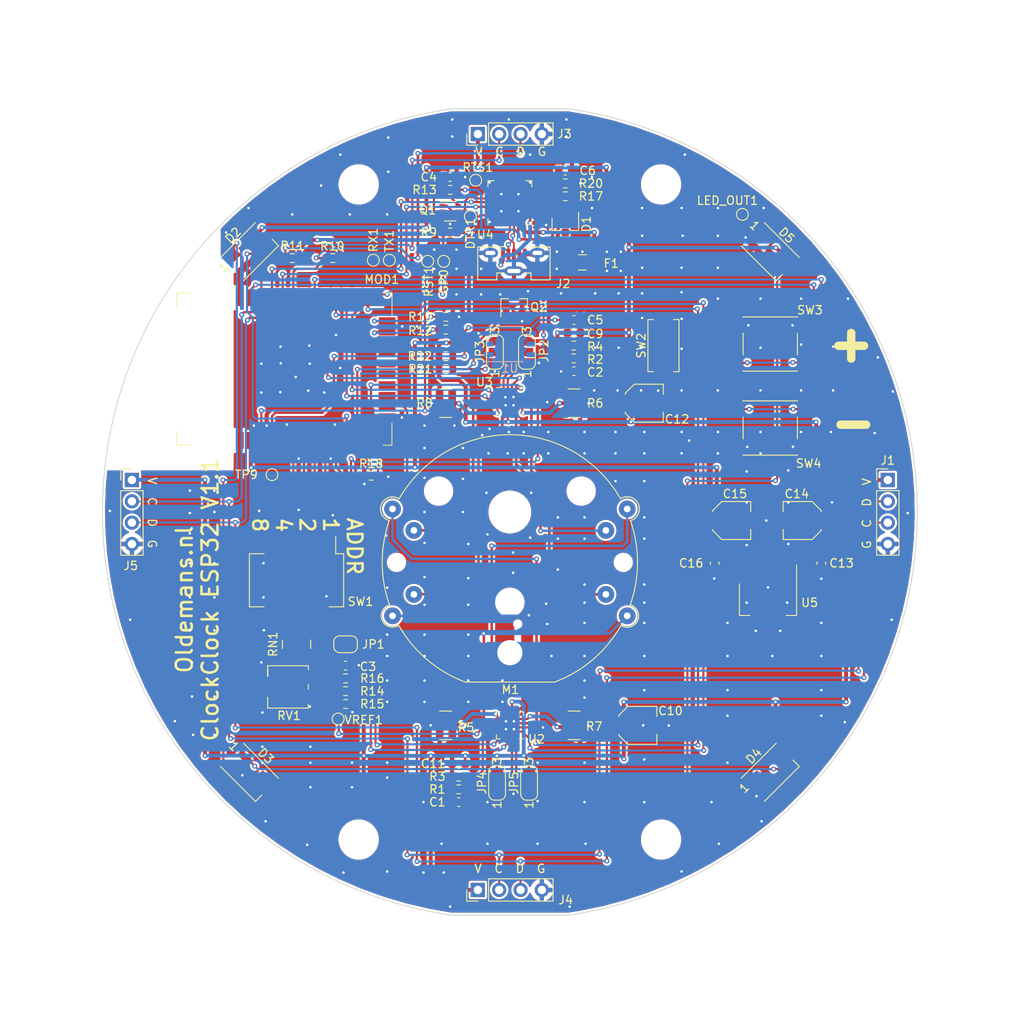
<source format=kicad_pcb>
(kicad_pcb (version 20171130) (host pcbnew "(5.1.9-0-10_14)")

  (general
    (thickness 1.6)
    (drawings 15)
    (tracks 1273)
    (zones 0)
    (modules 80)
    (nets 92)
  )

  (page A4)
  (layers
    (0 F.Cu signal)
    (31 B.Cu signal hide)
    (32 B.Adhes user hide)
    (33 F.Adhes user hide)
    (34 B.Paste user hide)
    (35 F.Paste user hide)
    (36 B.SilkS user)
    (37 F.SilkS user)
    (38 B.Mask user hide)
    (39 F.Mask user hide)
    (40 Dwgs.User user)
    (41 Cmts.User user)
    (42 Eco1.User user)
    (43 Eco2.User user)
    (44 Edge.Cuts user)
    (45 Margin user)
    (46 B.CrtYd user)
    (47 F.CrtYd user)
    (48 B.Fab user hide)
    (49 F.Fab user hide)
  )

  (setup
    (last_trace_width 0.254)
    (user_trace_width 0.254)
    (user_trace_width 0.3048)
    (user_trace_width 0.4572)
    (user_trace_width 0.8128)
    (trace_clearance 0.1524)
    (zone_clearance 0.254)
    (zone_45_only yes)
    (trace_min 0.2032)
    (via_size 0.6)
    (via_drill 0.3)
    (via_min_size 0.4064)
    (via_min_drill 0.3)
    (user_via 0.6 0.3)
    (uvia_size 0.3048)
    (uvia_drill 0.1016)
    (uvias_allowed no)
    (uvia_min_size 0.2032)
    (uvia_min_drill 0.1016)
    (edge_width 0.1)
    (segment_width 0.2)
    (pcb_text_width 0.3)
    (pcb_text_size 1.5 1.5)
    (mod_edge_width 0.15)
    (mod_text_size 1 1)
    (mod_text_width 0.15)
    (pad_size 1.524 1.524)
    (pad_drill 0.762)
    (pad_to_mask_clearance 0)
    (aux_axis_origin 0 0)
    (visible_elements FFFFFF7F)
    (pcbplotparams
      (layerselection 0x010fc_ffffffff)
      (usegerberextensions false)
      (usegerberattributes true)
      (usegerberadvancedattributes true)
      (creategerberjobfile true)
      (excludeedgelayer true)
      (linewidth 0.100000)
      (plotframeref false)
      (viasonmask false)
      (mode 1)
      (useauxorigin false)
      (hpglpennumber 1)
      (hpglpenspeed 20)
      (hpglpendiameter 15.000000)
      (psnegative false)
      (psa4output false)
      (plotreference true)
      (plotvalue true)
      (plotinvisibletext false)
      (padsonsilk false)
      (subtractmaskfromsilk false)
      (outputformat 1)
      (mirror false)
      (drillshape 0)
      (scaleselection 1)
      (outputdirectory "OUTPUTS/"))
  )

  (net 0 "")
  (net 1 GND)
  (net 2 "Net-(C1-Pad2)")
  (net 3 "Net-(C2-Pad2)")
  (net 4 +3V3)
  (net 5 I2C_SDA)
  (net 6 +5V)
  (net 7 /MOT_B4)
  (net 8 /MOT_B3)
  (net 9 /MOT_A2)
  (net 10 /MOT_A1)
  (net 11 /MOT_A4)
  (net 12 /MOT_A3)
  (net 13 /MOT_B2)
  (net 14 /MOT_B1)
  (net 15 CPU_REF)
  (net 16 "Net-(R16-Pad2)")
  (net 17 "Net-(D1-Pad2)")
  (net 18 /ESP_RST)
  (net 19 "Net-(D1-Pad1)")
  (net 20 /D+)
  (net 21 /D-)
  (net 22 /MOT_REF)
  (net 23 /ESP_GPIO0)
  (net 24 /MOT_DIR0)
  (net 25 /MOT_DIR1)
  (net 26 /MOT_STCK1)
  (net 27 /MOT_STCK0)
  (net 28 /MOT_RST1)
  (net 29 BUT_MIN)
  (net 30 "Net-(MOD1-Pad32)")
  (net 31 /ESP_RX)
  (net 32 /ESP_TX)
  (net 33 BUT_PLUS)
  (net 34 /MOT_RST0)
  (net 35 "Net-(MOD1-Pad5)")
  (net 36 /ESP_GPIO2)
  (net 37 "Net-(MOD1-Pad22)")
  (net 38 "Net-(MOD1-Pad21)")
  (net 39 "Net-(MOD1-Pad20)")
  (net 40 "Net-(MOD1-Pad19)")
  (net 41 "Net-(MOD1-Pad18)")
  (net 42 "Net-(MOD1-Pad17)")
  (net 43 /MOT_EN)
  (net 44 /DTR)
  (net 45 /RTS)
  (net 46 /ESP_GPIO15)
  (net 47 /USB_RST)
  (net 48 /USB_SUSP)
  (net 49 /MOT0_MODE1)
  (net 50 /MOT0_MODE2)
  (net 51 /MOT1_MODE1)
  (net 52 /MOT1_MODE2)
  (net 53 "Net-(U4-Pad27)")
  (net 54 "Net-(U4-Pad23)")
  (net 55 "Net-(U4-Pad13)")
  (net 56 "Net-(U4-Pad12)")
  (net 57 "Net-(U4-Pad10)")
  (net 58 "Net-(U4-Pad2)")
  (net 59 "Net-(U4-Pad1)")
  (net 60 /LED_DATA)
  (net 61 "Net-(D5-Pad1)")
  (net 62 /PROX_LED)
  (net 63 /PROX)
  (net 64 "Net-(U1-Pad2)")
  (net 65 "Net-(U1-Pad5)")
  (net 66 "Net-(U4-Pad22)")
  (net 67 "Net-(U4-Pad21)")
  (net 68 "Net-(U4-Pad20)")
  (net 69 "Net-(U4-Pad19)")
  (net 70 "Net-(U4-Pad18)")
  (net 71 "Net-(U4-Pad17)")
  (net 72 "Net-(U4-Pad16)")
  (net 73 "Net-(U4-Pad15)")
  (net 74 "Net-(U4-Pad14)")
  (net 75 /ESP_GPIO12)
  (net 76 I2C_SCL)
  (net 77 "Net-(Q2-Pad3)")
  (net 78 /ADDR0)
  (net 79 /ADDR1)
  (net 80 /ADDR2)
  (net 81 /ADDR3)
  (net 82 /D2-D3)
  (net 83 /D3-D4)
  (net 84 /D4-D5)
  (net 85 /MOT2_TOFF)
  (net 86 /MOT1_TOFF)
  (net 87 /MOT0_O1_SENSE)
  (net 88 /MOT1_O2_SENSE)
  (net 89 /MOT0_O2_SENSE)
  (net 90 /MOT1_O1_SENSE)
  (net 91 /PROX_LED_R)

  (net_class Default "This is the default net class."
    (clearance 0.1524)
    (trace_width 0.254)
    (via_dia 0.6)
    (via_drill 0.3)
    (uvia_dia 0.3048)
    (uvia_drill 0.1016)
    (diff_pair_width 0.2032)
    (diff_pair_gap 0.254)
    (add_net /ADDR0)
    (add_net /ADDR1)
    (add_net /ADDR2)
    (add_net /ADDR3)
    (add_net /D+)
    (add_net /D-)
    (add_net /D2-D3)
    (add_net /D3-D4)
    (add_net /D4-D5)
    (add_net /DTR)
    (add_net /ESP_GPIO0)
    (add_net /ESP_GPIO12)
    (add_net /ESP_GPIO15)
    (add_net /ESP_GPIO2)
    (add_net /ESP_RST)
    (add_net /ESP_RX)
    (add_net /ESP_TX)
    (add_net /LED_DATA)
    (add_net /MOT0_MODE1)
    (add_net /MOT0_MODE2)
    (add_net /MOT0_O1_SENSE)
    (add_net /MOT0_O2_SENSE)
    (add_net /MOT1_MODE1)
    (add_net /MOT1_MODE2)
    (add_net /MOT1_O1_SENSE)
    (add_net /MOT1_O2_SENSE)
    (add_net /MOT1_TOFF)
    (add_net /MOT2_TOFF)
    (add_net /MOT_A1)
    (add_net /MOT_A2)
    (add_net /MOT_A3)
    (add_net /MOT_A4)
    (add_net /MOT_B1)
    (add_net /MOT_B2)
    (add_net /MOT_B3)
    (add_net /MOT_B4)
    (add_net /MOT_DIR0)
    (add_net /MOT_DIR1)
    (add_net /MOT_EN)
    (add_net /MOT_REF)
    (add_net /MOT_RST0)
    (add_net /MOT_RST1)
    (add_net /MOT_STCK0)
    (add_net /MOT_STCK1)
    (add_net /PROX)
    (add_net /PROX_LED)
    (add_net /PROX_LED_R)
    (add_net /RTS)
    (add_net /USB_RST)
    (add_net /USB_SUSP)
    (add_net BUT_MIN)
    (add_net BUT_PLUS)
    (add_net CPU_REF)
    (add_net I2C_SCL)
    (add_net "Net-(D1-Pad1)")
    (add_net "Net-(D1-Pad2)")
    (add_net "Net-(D5-Pad1)")
    (add_net "Net-(MOD1-Pad17)")
    (add_net "Net-(MOD1-Pad18)")
    (add_net "Net-(MOD1-Pad19)")
    (add_net "Net-(MOD1-Pad20)")
    (add_net "Net-(MOD1-Pad21)")
    (add_net "Net-(MOD1-Pad22)")
    (add_net "Net-(MOD1-Pad32)")
    (add_net "Net-(MOD1-Pad5)")
    (add_net "Net-(Q2-Pad3)")
    (add_net "Net-(R16-Pad2)")
    (add_net "Net-(U1-Pad2)")
    (add_net "Net-(U1-Pad5)")
    (add_net "Net-(U4-Pad1)")
    (add_net "Net-(U4-Pad10)")
    (add_net "Net-(U4-Pad12)")
    (add_net "Net-(U4-Pad13)")
    (add_net "Net-(U4-Pad14)")
    (add_net "Net-(U4-Pad15)")
    (add_net "Net-(U4-Pad16)")
    (add_net "Net-(U4-Pad17)")
    (add_net "Net-(U4-Pad18)")
    (add_net "Net-(U4-Pad19)")
    (add_net "Net-(U4-Pad2)")
    (add_net "Net-(U4-Pad20)")
    (add_net "Net-(U4-Pad21)")
    (add_net "Net-(U4-Pad22)")
    (add_net "Net-(U4-Pad23)")
    (add_net "Net-(U4-Pad27)")
  )

  (net_class 5v ""
    (clearance 0.2032)
    (trace_width 0.4572)
    (via_dia 1.016)
    (via_drill 0.6096)
    (uvia_dia 0.3048)
    (uvia_drill 0.1016)
    (diff_pair_width 0.2032)
    (diff_pair_gap 0.254)
    (add_net +5V)
  )

  (net_class Power ""
    (clearance 0.2032)
    (trace_width 0.3048)
    (via_dia 0.8128)
    (via_drill 0.4064)
    (uvia_dia 0.3048)
    (uvia_drill 0.1016)
    (diff_pair_width 0.2032)
    (diff_pair_gap 0.254)
    (add_net +3V3)
    (add_net GND)
    (add_net I2C_SDA)
    (add_net "Net-(C1-Pad2)")
    (add_net "Net-(C2-Pad2)")
  )

  (module Package_TO_SOT_SMD:SOT-23 (layer F.Cu) (tedit 5A02FF57) (tstamp 60AB1AD7)
    (at 6.604 -34.29 270)
    (descr "SOT-23, Standard")
    (tags SOT-23)
    (path /627088D2)
    (attr smd)
    (fp_text reference D1 (at 0 -2.5 90) (layer F.SilkS)
      (effects (font (size 1 1) (thickness 0.15)))
    )
    (fp_text value 1N4448WD-7 (at 0 2.5 90) (layer F.Fab)
      (effects (font (size 1 1) (thickness 0.15)))
    )
    (fp_line (start 0.76 1.58) (end -0.7 1.58) (layer F.SilkS) (width 0.12))
    (fp_line (start 0.76 -1.58) (end -1.4 -1.58) (layer F.SilkS) (width 0.12))
    (fp_line (start -1.7 1.75) (end -1.7 -1.75) (layer F.CrtYd) (width 0.05))
    (fp_line (start 1.7 1.75) (end -1.7 1.75) (layer F.CrtYd) (width 0.05))
    (fp_line (start 1.7 -1.75) (end 1.7 1.75) (layer F.CrtYd) (width 0.05))
    (fp_line (start -1.7 -1.75) (end 1.7 -1.75) (layer F.CrtYd) (width 0.05))
    (fp_line (start 0.76 -1.58) (end 0.76 -0.65) (layer F.SilkS) (width 0.12))
    (fp_line (start 0.76 1.58) (end 0.76 0.65) (layer F.SilkS) (width 0.12))
    (fp_line (start -0.7 1.52) (end 0.7 1.52) (layer F.Fab) (width 0.1))
    (fp_line (start 0.7 -1.52) (end 0.7 1.52) (layer F.Fab) (width 0.1))
    (fp_line (start -0.7 -0.95) (end -0.15 -1.52) (layer F.Fab) (width 0.1))
    (fp_line (start -0.15 -1.52) (end 0.7 -1.52) (layer F.Fab) (width 0.1))
    (fp_line (start -0.7 -0.95) (end -0.7 1.5) (layer F.Fab) (width 0.1))
    (fp_text user %R (at 0 0) (layer F.Fab)
      (effects (font (size 0.5 0.5) (thickness 0.075)))
    )
    (pad 3 smd rect (at 1 0 270) (size 0.9 0.8) (layers F.Cu F.Paste F.Mask))
    (pad 2 smd rect (at -1 0.95 270) (size 0.9 0.8) (layers F.Cu F.Paste F.Mask)
      (net 17 "Net-(D1-Pad2)"))
    (pad 1 smd rect (at -1 -0.95 270) (size 0.9 0.8) (layers F.Cu F.Paste F.Mask)
      (net 19 "Net-(D1-Pad1)"))
    (model ${KISYS3DMOD}/Package_TO_SOT_SMD.3dshapes/SOT-23.wrl
      (at (xyz 0 0 0))
      (scale (xyz 1 1 1))
      (rotate (xyz 0 0 0))
    )
  )

  (module MySymbols:TestPoint_SMD_R (layer F.Cu) (tedit 607AC878) (tstamp 60AB0145)
    (at -28.321 -4.445)
    (path /60F5748D)
    (fp_text reference TP9 (at -3.048 0) (layer F.SilkS)
      (effects (font (size 1 1) (thickness 0.15)))
    )
    (fp_text value PROX (at 0 1.1) (layer F.Fab)
      (effects (font (size 1 1) (thickness 0.15)))
    )
    (fp_circle (center 0 0) (end -0.1 -0.7) (layer F.SilkS) (width 0.12))
    (pad 1 smd circle (at 0 0) (size 1 1) (layers F.Cu F.Paste F.Mask)
      (net 63 /PROX))
  )

  (module MySymbols:TestPoint_SMD_R (layer F.Cu) (tedit 607AC878) (tstamp 60AB013F)
    (at -20.447 24.638)
    (path /60F75F55)
    (fp_text reference VREF1 (at 3.048 0.127) (layer F.SilkS)
      (effects (font (size 1 1) (thickness 0.15)))
    )
    (fp_text value VREF (at 0 1.1) (layer F.Fab)
      (effects (font (size 1 1) (thickness 0.15)))
    )
    (fp_circle (center 0 0) (end -0.1 -0.7) (layer F.SilkS) (width 0.12))
    (pad 1 smd circle (at 0 0) (size 1 1) (layers F.Cu F.Paste F.Mask)
      (net 22 /MOT_REF))
  )

  (module MySymbols:TestPoint_SMD_R (layer F.Cu) (tedit 607AC878) (tstamp 60AB0139)
    (at -9.779 -29.845)
    (path /60F387DF)
    (fp_text reference RST1 (at 0.127 2.413 90) (layer F.SilkS)
      (effects (font (size 1 1) (thickness 0.15)))
    )
    (fp_text value RST (at 0 1.1) (layer F.Fab)
      (effects (font (size 1 1) (thickness 0.15)))
    )
    (fp_circle (center 0 0) (end -0.1 -0.7) (layer F.SilkS) (width 0.12))
    (pad 1 smd circle (at 0 0) (size 1 1) (layers F.Cu F.Paste F.Mask)
      (net 18 /ESP_RST))
  )

  (module MySymbols:TestPoint_SMD_R (layer F.Cu) (tedit 607AC878) (tstamp 60AB0133)
    (at -7.874 -29.845)
    (path /60F196DF)
    (fp_text reference GP0 (at 0 2.413 90) (layer F.SilkS)
      (effects (font (size 1 1) (thickness 0.15)))
    )
    (fp_text value GP0 (at 0 1.1) (layer F.Fab)
      (effects (font (size 1 1) (thickness 0.15)))
    )
    (fp_circle (center 0 0) (end -0.1 -0.7) (layer F.SilkS) (width 0.12))
    (pad 1 smd circle (at 0 0) (size 1 1) (layers F.Cu F.Paste F.Mask)
      (net 23 /ESP_GPIO0))
  )

  (module MySymbols:TestPoint_SMD_R (layer F.Cu) (tedit 607AC878) (tstamp 60AB012D)
    (at 27.686 -35.433)
    (path /60F958F9)
    (fp_text reference LED_OUT1 (at -1.778 -1.651) (layer F.SilkS)
      (effects (font (size 1 1) (thickness 0.15)))
    )
    (fp_text value LED_OUT (at 0 1.1) (layer F.Fab)
      (effects (font (size 1 1) (thickness 0.15)))
    )
    (fp_circle (center 0 0) (end -0.1 -0.7) (layer F.SilkS) (width 0.12))
    (pad 1 smd circle (at 0 0) (size 1 1) (layers F.Cu F.Paste F.Mask)
      (net 61 "Net-(D5-Pad1)"))
  )

  (module MySymbols:TestPoint_SMD_R (layer F.Cu) (tedit 607AC878) (tstamp 60AB0BA6)
    (at -4.699 -35.179)
    (path /60EDC228)
    (fp_text reference DTR1 (at 0 2.032 90) (layer F.SilkS)
      (effects (font (size 1 1) (thickness 0.15)))
    )
    (fp_text value DTR (at 0 1.1) (layer F.Fab)
      (effects (font (size 1 1) (thickness 0.15)))
    )
    (fp_circle (center 0 0) (end -0.1 -0.7) (layer F.SilkS) (width 0.12))
    (pad 1 smd circle (at 0 0) (size 1 1) (layers F.Cu F.Paste F.Mask)
      (net 44 /DTR))
  )

  (module MySymbols:TestPoint_SMD_R (layer F.Cu) (tedit 607AC878) (tstamp 60AB0121)
    (at -4.064 -39.497)
    (path /60EDBF87)
    (fp_text reference RTS1 (at 0.254 -1.524 180) (layer F.SilkS)
      (effects (font (size 1 1) (thickness 0.15)))
    )
    (fp_text value RTS (at 0 1.1) (layer F.Fab)
      (effects (font (size 1 1) (thickness 0.15)))
    )
    (fp_circle (center 0 0) (end -0.1 -0.7) (layer F.SilkS) (width 0.12))
    (pad 1 smd circle (at 0 0) (size 1 1) (layers F.Cu F.Paste F.Mask)
      (net 45 /RTS))
  )

  (module MySymbols:TestPoint_SMD_R (layer F.Cu) (tedit 607AC878) (tstamp 60AB011B)
    (at -14.351 -29.972)
    (path /60E43DAC)
    (fp_text reference TX1 (at 0 -2.286 90) (layer F.SilkS)
      (effects (font (size 1 1) (thickness 0.15)))
    )
    (fp_text value TX (at 0 1.1) (layer F.Fab)
      (effects (font (size 1 1) (thickness 0.15)))
    )
    (fp_circle (center 0 0) (end -0.1 -0.7) (layer F.SilkS) (width 0.12))
    (pad 1 smd circle (at 0 0) (size 1 1) (layers F.Cu F.Paste F.Mask)
      (net 32 /ESP_TX))
  )

  (module MySymbols:TestPoint_SMD_R (layer F.Cu) (tedit 607AC878) (tstamp 60AB0332)
    (at -16.256 -29.972)
    (path /60E433EF)
    (fp_text reference RX1 (at 0 -2.413 90) (layer F.SilkS)
      (effects (font (size 1 1) (thickness 0.15)))
    )
    (fp_text value RX (at 0 1.1) (layer F.Fab)
      (effects (font (size 1 1) (thickness 0.15)))
    )
    (fp_circle (center 0 0) (end -0.1 -0.7) (layer F.SilkS) (width 0.12))
    (pad 1 smd circle (at 0 0) (size 1 1) (layers F.Cu F.Paste F.Mask)
      (net 31 /ESP_RX))
  )

  (module Button_Switch_SMD:SW_SPST_EVQPE1 (layer F.Cu) (tedit 5A02FC95) (tstamp 60AB2C2D)
    (at 18.288 -19.812 90)
    (descr "Light Touch Switch, https://industrial.panasonic.com/cdbs/www-data/pdf/ATK0000/ATK0000CE7.pdf")
    (path /60AC0A4B)
    (attr smd)
    (fp_text reference SW2 (at 0 -2.65 90) (layer F.SilkS)
      (effects (font (size 1 1) (thickness 0.15)))
    )
    (fp_text value SW_Push (at 0 3 90) (layer F.Fab)
      (effects (font (size 1 1) (thickness 0.15)))
    )
    (fp_line (start 3 -1.75) (end 3 1.75) (layer F.Fab) (width 0.1))
    (fp_line (start 3 1.75) (end -3 1.75) (layer F.Fab) (width 0.1))
    (fp_line (start -3 1.75) (end -3 -1.75) (layer F.Fab) (width 0.1))
    (fp_line (start -3 -1.75) (end 3 -1.75) (layer F.Fab) (width 0.1))
    (fp_line (start -1.4 -0.7) (end 1.4 -0.7) (layer F.Fab) (width 0.1))
    (fp_line (start 1.4 -0.7) (end 1.4 0.7) (layer F.Fab) (width 0.1))
    (fp_line (start 1.4 0.7) (end -1.4 0.7) (layer F.Fab) (width 0.1))
    (fp_line (start -1.4 0.7) (end -1.4 -0.7) (layer F.Fab) (width 0.1))
    (fp_line (start -3.95 -2) (end 3.95 -2) (layer F.CrtYd) (width 0.05))
    (fp_line (start 3.95 -2) (end 3.95 2) (layer F.CrtYd) (width 0.05))
    (fp_line (start 3.95 2) (end -3.95 2) (layer F.CrtYd) (width 0.05))
    (fp_line (start -3.95 2) (end -3.95 -2) (layer F.CrtYd) (width 0.05))
    (fp_line (start 3.1 -1.85) (end 3.1 -1.2) (layer F.SilkS) (width 0.12))
    (fp_line (start 3.1 1.85) (end 3.1 1.2) (layer F.SilkS) (width 0.12))
    (fp_line (start -3.1 1.2) (end -3.1 1.85) (layer F.SilkS) (width 0.12))
    (fp_line (start -3.1 -1.85) (end -3.1 -1.2) (layer F.SilkS) (width 0.12))
    (fp_line (start 3.1 -1.85) (end -3.1 -1.85) (layer F.SilkS) (width 0.12))
    (fp_line (start -3.1 1.85) (end 3.1 1.85) (layer F.SilkS) (width 0.12))
    (fp_text user %R (at 0 -2.65 90) (layer F.Fab)
      (effects (font (size 1 1) (thickness 0.15)))
    )
    (pad 1 smd rect (at -2.7 0 90) (size 2 1.6) (layers F.Cu F.Paste F.Mask)
      (net 18 /ESP_RST))
    (pad 2 smd rect (at 2.7 0 90) (size 2 1.6) (layers F.Cu F.Paste F.Mask)
      (net 1 GND))
    (model ${KISYS3DMOD}/Button_Switch_SMD.3dshapes/SW_SPST_EVQPE1.wrl
      (at (xyz 0 0 0))
      (scale (xyz 1 1 1))
      (rotate (xyz 0 0 0))
    )
  )

  (module Resistor_SMD:R_Array_Convex_4x0603 (layer F.Cu) (tedit 58E0A8B2) (tstamp 60AAA58D)
    (at -25.4 15.748 90)
    (descr "Chip Resistor Network, ROHM MNR14 (see mnr_g.pdf)")
    (tags "resistor array")
    (path /60AFB70F)
    (attr smd)
    (fp_text reference RN1 (at 0 -2.8 90) (layer F.SilkS)
      (effects (font (size 1 1) (thickness 0.15)))
    )
    (fp_text value 10K_array4 (at 0 2.8 90) (layer F.Fab)
      (effects (font (size 1 1) (thickness 0.15)))
    )
    (fp_line (start -0.8 -1.6) (end 0.8 -1.6) (layer F.Fab) (width 0.1))
    (fp_line (start 0.8 -1.6) (end 0.8 1.6) (layer F.Fab) (width 0.1))
    (fp_line (start 0.8 1.6) (end -0.8 1.6) (layer F.Fab) (width 0.1))
    (fp_line (start -0.8 1.6) (end -0.8 -1.6) (layer F.Fab) (width 0.1))
    (fp_line (start 0.5 1.68) (end -0.5 1.68) (layer F.SilkS) (width 0.12))
    (fp_line (start 0.5 -1.68) (end -0.5 -1.68) (layer F.SilkS) (width 0.12))
    (fp_line (start -1.55 -1.85) (end 1.55 -1.85) (layer F.CrtYd) (width 0.05))
    (fp_line (start -1.55 -1.85) (end -1.55 1.85) (layer F.CrtYd) (width 0.05))
    (fp_line (start 1.55 1.85) (end 1.55 -1.85) (layer F.CrtYd) (width 0.05))
    (fp_line (start 1.55 1.85) (end -1.55 1.85) (layer F.CrtYd) (width 0.05))
    (fp_text user %R (at 0 0.127) (layer F.Fab)
      (effects (font (size 0.5 0.5) (thickness 0.075)))
    )
    (pad 5 smd rect (at 0.9 1.2 90) (size 0.8 0.5) (layers F.Cu F.Paste F.Mask)
      (net 78 /ADDR0))
    (pad 6 smd rect (at 0.9 0.4 90) (size 0.8 0.4) (layers F.Cu F.Paste F.Mask)
      (net 79 /ADDR1))
    (pad 8 smd rect (at 0.9 -1.2 90) (size 0.8 0.5) (layers F.Cu F.Paste F.Mask)
      (net 81 /ADDR3))
    (pad 7 smd rect (at 0.9 -0.4 90) (size 0.8 0.4) (layers F.Cu F.Paste F.Mask)
      (net 80 /ADDR2))
    (pad 4 smd rect (at -0.9 1.2 90) (size 0.8 0.5) (layers F.Cu F.Paste F.Mask)
      (net 4 +3V3))
    (pad 2 smd rect (at -0.9 -0.4 90) (size 0.8 0.4) (layers F.Cu F.Paste F.Mask)
      (net 4 +3V3))
    (pad 3 smd rect (at -0.9 0.4 90) (size 0.8 0.4) (layers F.Cu F.Paste F.Mask)
      (net 4 +3V3))
    (pad 1 smd rect (at -0.9 -1.2 90) (size 0.8 0.5) (layers F.Cu F.Paste F.Mask)
      (net 4 +3V3))
    (model ${KISYS3DMOD}/Resistor_SMD.3dshapes/R_Array_Convex_4x0603.wrl
      (at (xyz 0 0 0))
      (scale (xyz 1 1 1))
      (rotate (xyz 0 0 0))
    )
  )

  (module MySymbols:X40_Stepper locked (layer F.Cu) (tedit 60A35DA4) (tstamp 606DAC63)
    (at 0 0)
    (path /6071712D)
    (fp_text reference M1 (at 0.07 21.15) (layer F.SilkS)
      (effects (font (size 1 1) (thickness 0.15)))
    )
    (fp_text value Stepper_Motor_bipolar_VID28 (at -0.21 -10.21) (layer F.Fab)
      (effects (font (size 1 1) (thickness 0.15)))
    )
    (fp_line (start -5.3 20.25) (end 5.3 20.25) (layer F.SilkS) (width 0.12))
    (fp_arc (start 0 6) (end 14.330952 11.052671) (angle -38.50091608) (layer F.SilkS) (width 0.12))
    (fp_arc (start 0 6) (end 5.3 20.26) (angle -40.11418617) (layer F.SilkS) (width 0.12))
    (fp_arc (start 0 6) (end -13.23 13.49) (angle -40.08250074) (layer F.SilkS) (width 0.12))
    (fp_arc (start 0 6) (end -14.361584 1.025605) (angle -38.55285523) (layer F.SilkS) (width 0.12))
    (fp_arc (start 13.97 12.36) (end 13.23 13.5) (angle -197.5537581) (layer F.SilkS) (width 0.12))
    (fp_arc (start -13.97 12.36) (end -14.331464 11.060517) (angle -197.675045) (layer F.SilkS) (width 0.12))
    (fp_arc (start 13.97 -0.37) (end 14.36 1.03) (angle -197.6) (layer F.SilkS) (width 0.12))
    (fp_arc (start -13.97 -0.36) (end -13.185825 -1.567604) (angle -197.2175052) (layer F.SilkS) (width 0.12))
    (fp_arc (start 0 6) (end 13.174938 -1.586543) (angle -120.2129507) (layer F.SilkS) (width 0.12))
    (pad B2 thru_hole circle (at 13.97 12.36) (size 2 2) (drill 0.8) (layers *.Cu *.Mask)
      (net 12 /MOT_A3))
    (pad B1 thru_hole circle (at 13.97 -0.36) (size 2 2) (drill 0.8) (layers *.Cu *.Mask)
      (net 11 /MOT_A4))
    (pad B3 thru_hole circle (at -13.97 12.36) (size 2 2) (drill 0.8) (layers *.Cu *.Mask)
      (net 9 /MOT_A2))
    (pad B4 thru_hole circle (at -13.97 -0.36) (size 2 2) (drill 0.8) (layers *.Cu *.Mask)
      (net 10 /MOT_A1))
    (pad A3 thru_hole circle (at -11.43 9.81) (size 2 2) (drill 0.8) (layers *.Cu *.Mask)
      (net 13 /MOT_B2))
    (pad A4 thru_hole circle (at -11.43 2.19) (size 2 2) (drill 0.8) (layers *.Cu *.Mask)
      (net 14 /MOT_B1))
    (pad A2 thru_hole circle (at 11.43 9.81) (size 2 2) (drill 0.8) (layers *.Cu *.Mask)
      (net 8 /MOT_B3))
    (pad A1 thru_hole circle (at 11.43 2.19) (size 2 2) (drill 0.8) (layers *.Cu *.Mask)
      (net 7 /MOT_B4))
    (pad "" np_thru_hole circle (at -13.5 6) (size 1.8 1.8) (drill 1.8) (layers *.Cu *.Mask))
    (pad "" np_thru_hole circle (at 13.5 6) (size 1.8 1.8) (drill 1.8) (layers *.Cu *.Mask))
    (pad "" np_thru_hole circle (at 8.49 -2.49) (size 3 3) (drill 3) (layers *.Cu *.Mask))
    (pad "" np_thru_hole circle (at -8.49 -2.49) (size 3 3) (drill 3) (layers *.Cu *.Mask))
    (pad "" np_thru_hole circle (at 0 16.75) (size 3 3) (drill 3) (layers *.Cu *.Mask))
    (pad "" np_thru_hole circle (at 0 0) (size 4.6 4.6) (drill 4.6) (layers *.Cu *.Mask))
  )

  (module LED_SMD:LED_SK6812MINI_PLCC4_3.5x3.5mm_P1.75mm locked (layer F.Cu) (tedit 6091A415) (tstamp 608D8EEB)
    (at 31 -31 315)
    (descr https://cdn-shop.adafruit.com/product-files/2686/SK6812MINI_REV.01-1-2.pdf)
    (tags "LED RGB NeoPixel Mini")
    (path /60A4F5E7)
    (attr smd)
    (fp_text reference D5 (at 0 -2.75 135) (layer F.SilkS)
      (effects (font (size 1 1) (thickness 0.15)))
    )
    (fp_text value SK6812MINI (at 0 3.25 135) (layer F.Fab)
      (effects (font (size 1 1) (thickness 0.15)))
    )
    (fp_line (start 2.8 -2) (end -2.8 -2) (layer F.CrtYd) (width 0.05))
    (fp_line (start 2.8 2) (end 2.8 -2) (layer F.CrtYd) (width 0.05))
    (fp_line (start -2.8 2) (end 2.8 2) (layer F.CrtYd) (width 0.05))
    (fp_line (start -2.8 -2) (end -2.8 2) (layer F.CrtYd) (width 0.05))
    (fp_line (start 1.75 0.75) (end 0.75 1.75) (layer F.Fab) (width 0.1))
    (fp_line (start -1.75 -1.75) (end -1.75 1.75) (layer F.Fab) (width 0.1))
    (fp_line (start -1.75 1.75) (end 1.75 1.75) (layer F.Fab) (width 0.1))
    (fp_line (start 1.75 1.75) (end 1.75 -1.75) (layer F.Fab) (width 0.1))
    (fp_line (start 1.75 -1.75) (end -1.75 -1.75) (layer F.Fab) (width 0.1))
    (fp_line (start -2.95 -1.95) (end 2.95 -1.95) (layer F.SilkS) (width 0.12))
    (fp_line (start -2.95 1.95) (end 2.95 1.95) (layer F.SilkS) (width 0.12))
    (fp_line (start 2.95 1.95) (end 2.95 0.875) (layer F.SilkS) (width 0.12))
    (fp_circle (center 0 0) (end 0 -1.5) (layer F.Fab) (width 0.1))
    (fp_text user %R (at 0 0 135) (layer F.Fab)
      (effects (font (size 0.5 0.5) (thickness 0.1)))
    )
    (fp_text user 1 (at -3.5 -0.875 135) (layer F.SilkS)
      (effects (font (size 1 1) (thickness 0.15)))
    )
    (pad 1 smd rect (at -1.75 -0.875 315) (size 1.6 0.85) (layers F.Cu F.Paste F.Mask)
      (net 61 "Net-(D5-Pad1)"))
    (pad 2 smd rect (at -1.75 0.875 315) (size 1.6 0.85) (layers F.Cu F.Paste F.Mask)
      (net 1 GND))
    (pad 4 smd rect (at 1.75 -0.875 315) (size 1.6 0.85) (layers F.Cu F.Paste F.Mask)
      (net 6 +5V))
    (pad 3 smd rect (at 1.75 0.875 315) (size 1.6 0.85) (layers F.Cu F.Paste F.Mask)
      (net 84 /D4-D5))
    (model ${KISYS3DMOD}/LED_SMD.3dshapes/LED_SK6812_PLCC4_5.0x5.0mm_P3.2mm.wrl
      (at (xyz 0 0 0))
      (scale (xyz 0.5 0.5 0.5))
      (rotate (xyz 0 0 0))
    )
  )

  (module LED_SMD:LED_SK6812MINI_PLCC4_3.5x3.5mm_P1.75mm locked (layer F.Cu) (tedit 6091A415) (tstamp 608D8ED4)
    (at 31 31 45)
    (descr https://cdn-shop.adafruit.com/product-files/2686/SK6812MINI_REV.01-1-2.pdf)
    (tags "LED RGB NeoPixel Mini")
    (path /60A4EC1E)
    (attr smd)
    (fp_text reference D4 (at 0 -2.75 45) (layer F.SilkS)
      (effects (font (size 1 1) (thickness 0.15)))
    )
    (fp_text value SK6812MINI (at 0 3.25 45) (layer F.Fab)
      (effects (font (size 1 1) (thickness 0.15)))
    )
    (fp_line (start 2.8 -2) (end -2.8 -2) (layer F.CrtYd) (width 0.05))
    (fp_line (start 2.8 2) (end 2.8 -2) (layer F.CrtYd) (width 0.05))
    (fp_line (start -2.8 2) (end 2.8 2) (layer F.CrtYd) (width 0.05))
    (fp_line (start -2.8 -2) (end -2.8 2) (layer F.CrtYd) (width 0.05))
    (fp_line (start 1.75 0.75) (end 0.75 1.75) (layer F.Fab) (width 0.1))
    (fp_line (start -1.75 -1.75) (end -1.75 1.75) (layer F.Fab) (width 0.1))
    (fp_line (start -1.75 1.75) (end 1.75 1.75) (layer F.Fab) (width 0.1))
    (fp_line (start 1.75 1.75) (end 1.75 -1.75) (layer F.Fab) (width 0.1))
    (fp_line (start 1.75 -1.75) (end -1.75 -1.75) (layer F.Fab) (width 0.1))
    (fp_line (start -2.95 -1.95) (end 2.95 -1.95) (layer F.SilkS) (width 0.12))
    (fp_line (start -2.95 1.95) (end 2.95 1.95) (layer F.SilkS) (width 0.12))
    (fp_line (start 2.95 1.95) (end 2.95 0.875) (layer F.SilkS) (width 0.12))
    (fp_circle (center 0 0) (end 0 -1.5) (layer F.Fab) (width 0.1))
    (fp_text user %R (at 0 0 45) (layer F.Fab)
      (effects (font (size 0.5 0.5) (thickness 0.1)))
    )
    (fp_text user 1 (at -3.5 -0.875 45) (layer F.SilkS)
      (effects (font (size 1 1) (thickness 0.15)))
    )
    (pad 1 smd rect (at -1.75 -0.875 45) (size 1.6 0.85) (layers F.Cu F.Paste F.Mask)
      (net 84 /D4-D5))
    (pad 2 smd rect (at -1.75 0.875 45) (size 1.6 0.85) (layers F.Cu F.Paste F.Mask)
      (net 1 GND))
    (pad 4 smd rect (at 1.75 -0.875 45) (size 1.6 0.85) (layers F.Cu F.Paste F.Mask)
      (net 6 +5V))
    (pad 3 smd rect (at 1.75 0.875 45) (size 1.6 0.85) (layers F.Cu F.Paste F.Mask)
      (net 83 /D3-D4))
    (model ${KISYS3DMOD}/LED_SMD.3dshapes/LED_SK6812_PLCC4_5.0x5.0mm_P3.2mm.wrl
      (at (xyz 0 0 0))
      (scale (xyz 0.5 0.5 0.5))
      (rotate (xyz 0 0 0))
    )
  )

  (module LED_SMD:LED_SK6812MINI_PLCC4_3.5x3.5mm_P1.75mm locked (layer F.Cu) (tedit 6091A415) (tstamp 608D8EBD)
    (at -31 31 315)
    (descr https://cdn-shop.adafruit.com/product-files/2686/SK6812MINI_REV.01-1-2.pdf)
    (tags "LED RGB NeoPixel Mini")
    (path /60A4E4E4)
    (attr smd)
    (fp_text reference D3 (at 0 -2.75 135) (layer F.SilkS)
      (effects (font (size 1 1) (thickness 0.15)))
    )
    (fp_text value SK6812MINI (at 0 3.25 135) (layer F.Fab)
      (effects (font (size 1 1) (thickness 0.15)))
    )
    (fp_line (start 2.8 -2) (end -2.8 -2) (layer F.CrtYd) (width 0.05))
    (fp_line (start 2.8 2) (end 2.8 -2) (layer F.CrtYd) (width 0.05))
    (fp_line (start -2.8 2) (end 2.8 2) (layer F.CrtYd) (width 0.05))
    (fp_line (start -2.8 -2) (end -2.8 2) (layer F.CrtYd) (width 0.05))
    (fp_line (start 1.75 0.75) (end 0.75 1.75) (layer F.Fab) (width 0.1))
    (fp_line (start -1.75 -1.75) (end -1.75 1.75) (layer F.Fab) (width 0.1))
    (fp_line (start -1.75 1.75) (end 1.75 1.75) (layer F.Fab) (width 0.1))
    (fp_line (start 1.75 1.75) (end 1.75 -1.75) (layer F.Fab) (width 0.1))
    (fp_line (start 1.75 -1.75) (end -1.75 -1.75) (layer F.Fab) (width 0.1))
    (fp_line (start -2.95 -1.95) (end 2.95 -1.95) (layer F.SilkS) (width 0.12))
    (fp_line (start -2.95 1.95) (end 2.95 1.95) (layer F.SilkS) (width 0.12))
    (fp_line (start 2.95 1.95) (end 2.95 0.875) (layer F.SilkS) (width 0.12))
    (fp_circle (center 0 0) (end 0 -1.5) (layer F.Fab) (width 0.1))
    (fp_text user %R (at 0 0 135) (layer F.Fab)
      (effects (font (size 0.5 0.5) (thickness 0.1)))
    )
    (fp_text user 1 (at -3.5 -0.875 135) (layer F.SilkS)
      (effects (font (size 1 1) (thickness 0.15)))
    )
    (pad 1 smd rect (at -1.75 -0.875 315) (size 1.6 0.85) (layers F.Cu F.Paste F.Mask)
      (net 83 /D3-D4))
    (pad 2 smd rect (at -1.75 0.875 315) (size 1.6 0.85) (layers F.Cu F.Paste F.Mask)
      (net 1 GND))
    (pad 4 smd rect (at 1.75 -0.875 315) (size 1.6 0.85) (layers F.Cu F.Paste F.Mask)
      (net 6 +5V))
    (pad 3 smd rect (at 1.75 0.875 315) (size 1.6 0.85) (layers F.Cu F.Paste F.Mask)
      (net 82 /D2-D3))
    (model ${KISYS3DMOD}/LED_SMD.3dshapes/LED_SK6812_PLCC4_5.0x5.0mm_P3.2mm.wrl
      (at (xyz 0 0 0))
      (scale (xyz 0.5 0.5 0.5))
      (rotate (xyz 0 0 0))
    )
  )

  (module LED_SMD:LED_SK6812MINI_PLCC4_3.5x3.5mm_P1.75mm locked (layer F.Cu) (tedit 6091A415) (tstamp 608D98E0)
    (at -31 -31 45)
    (descr https://cdn-shop.adafruit.com/product-files/2686/SK6812MINI_REV.01-1-2.pdf)
    (tags "LED RGB NeoPixel Mini")
    (path /609A6CE9)
    (attr smd)
    (fp_text reference D2 (at 0 -2.75 45) (layer F.SilkS)
      (effects (font (size 1 1) (thickness 0.15)))
    )
    (fp_text value SK6812MINI (at 0 3.25 45) (layer F.Fab)
      (effects (font (size 1 1) (thickness 0.15)))
    )
    (fp_line (start 2.8 -2) (end -2.8 -2) (layer F.CrtYd) (width 0.05))
    (fp_line (start 2.8 2) (end 2.8 -2) (layer F.CrtYd) (width 0.05))
    (fp_line (start -2.8 2) (end 2.8 2) (layer F.CrtYd) (width 0.05))
    (fp_line (start -2.8 -2) (end -2.8 2) (layer F.CrtYd) (width 0.05))
    (fp_line (start 1.75 0.75) (end 0.75 1.75) (layer F.Fab) (width 0.1))
    (fp_line (start -1.75 -1.75) (end -1.75 1.75) (layer F.Fab) (width 0.1))
    (fp_line (start -1.75 1.75) (end 1.75 1.75) (layer F.Fab) (width 0.1))
    (fp_line (start 1.75 1.75) (end 1.75 -1.75) (layer F.Fab) (width 0.1))
    (fp_line (start 1.75 -1.75) (end -1.75 -1.75) (layer F.Fab) (width 0.1))
    (fp_line (start -2.95 -1.95) (end 2.95 -1.95) (layer F.SilkS) (width 0.12))
    (fp_line (start -2.95 1.95) (end 2.95 1.95) (layer F.SilkS) (width 0.12))
    (fp_line (start 2.95 1.95) (end 2.95 0.875) (layer F.SilkS) (width 0.12))
    (fp_circle (center 0 0) (end 0 -1.5) (layer F.Fab) (width 0.1))
    (fp_text user %R (at 0 0 45) (layer F.Fab)
      (effects (font (size 0.5 0.5) (thickness 0.1)))
    )
    (fp_text user 1 (at -3.5 -0.875 45) (layer F.SilkS)
      (effects (font (size 1 1) (thickness 0.15)))
    )
    (pad 1 smd rect (at -1.75 -0.875 45) (size 1.6 0.85) (layers F.Cu F.Paste F.Mask)
      (net 82 /D2-D3))
    (pad 2 smd rect (at -1.75 0.875 45) (size 1.6 0.85) (layers F.Cu F.Paste F.Mask)
      (net 1 GND))
    (pad 4 smd rect (at 1.75 -0.875 45) (size 1.6 0.85) (layers F.Cu F.Paste F.Mask)
      (net 6 +5V))
    (pad 3 smd rect (at 1.75 0.875 45) (size 1.6 0.85) (layers F.Cu F.Paste F.Mask)
      (net 60 /LED_DATA))
    (model ${KISYS3DMOD}/LED_SMD.3dshapes/LED_SK6812_PLCC4_5.0x5.0mm_P3.2mm.wrl
      (at (xyz 0 0 0))
      (scale (xyz 0.5 0.5 0.5))
      (rotate (xyz 0 0 0))
    )
  )

  (module Fuse:Fuse_1206_3216Metric_Castellated (layer F.Cu) (tedit 5F68FEF1) (tstamp 60926FEE)
    (at 8.636 -29.718 180)
    (descr "Fuse SMD 1206 (3216 Metric), castellated end terminal, IPC_7351. (Body size source: http://www.tortai-tech.com/upload/download/2011102023233369053.pdf), generated with kicad-footprint-generator")
    (tags "fuse castellated")
    (path /60C49C09)
    (attr smd)
    (fp_text reference F1 (at -3.429 -0.127) (layer F.SilkS)
      (effects (font (size 1 1) (thickness 0.15)))
    )
    (fp_text value 500mA (at 0 1.78) (layer F.Fab)
      (effects (font (size 1 1) (thickness 0.15)))
    )
    (fp_line (start 2.48 1.08) (end -2.48 1.08) (layer F.CrtYd) (width 0.05))
    (fp_line (start 2.48 -1.08) (end 2.48 1.08) (layer F.CrtYd) (width 0.05))
    (fp_line (start -2.48 -1.08) (end 2.48 -1.08) (layer F.CrtYd) (width 0.05))
    (fp_line (start -2.48 1.08) (end -2.48 -1.08) (layer F.CrtYd) (width 0.05))
    (fp_line (start -0.490455 0.91) (end 0.490455 0.91) (layer F.SilkS) (width 0.12))
    (fp_line (start -0.490455 -0.91) (end 0.490455 -0.91) (layer F.SilkS) (width 0.12))
    (fp_line (start 1.6 0.8) (end -1.6 0.8) (layer F.Fab) (width 0.1))
    (fp_line (start 1.6 -0.8) (end 1.6 0.8) (layer F.Fab) (width 0.1))
    (fp_line (start -1.6 -0.8) (end 1.6 -0.8) (layer F.Fab) (width 0.1))
    (fp_line (start -1.6 0.8) (end -1.6 -0.8) (layer F.Fab) (width 0.1))
    (fp_text user %R (at 0 0) (layer F.Fab)
      (effects (font (size 0.8 0.8) (thickness 0.12)))
    )
    (pad 2 smd roundrect (at 1.425 0 180) (size 1.6 1.65) (layers F.Cu F.Paste F.Mask) (roundrect_rratio 0.15625)
      (net 19 "Net-(D1-Pad1)"))
    (pad 1 smd roundrect (at -1.425 0 180) (size 1.6 1.65) (layers F.Cu F.Paste F.Mask) (roundrect_rratio 0.15625)
      (net 6 +5V))
    (model ${KISYS3DMOD}/Fuse.3dshapes/Fuse_1206_3216Metric_Castellated.wrl
      (at (xyz 0 0 0))
      (scale (xyz 1 1 1))
      (rotate (xyz 0 0 0))
    )
    (model ${KISYS3DMOD}/Fuse.3dshapes/Fuse_1206_3216Metric.wrl
      (at (xyz 0 0 0))
      (scale (xyz 1 1 1))
      (rotate (xyz 0 0 0))
    )
  )

  (module Capacitor_SMD:C_0603_1608Metric (layer F.Cu) (tedit 5F68FEEE) (tstamp 60924515)
    (at 6.604 -40.64 180)
    (descr "Capacitor SMD 0603 (1608 Metric), square (rectangular) end terminal, IPC_7351 nominal, (Body size source: IPC-SM-782 page 76, https://www.pcb-3d.com/wordpress/wp-content/uploads/ipc-sm-782a_amendment_1_and_2.pdf), generated with kicad-footprint-generator")
    (tags capacitor)
    (path /60BED0D0)
    (attr smd)
    (fp_text reference C6 (at -2.667 0) (layer F.SilkS)
      (effects (font (size 1 1) (thickness 0.15)))
    )
    (fp_text value 100nF (at 0 1.43) (layer F.Fab)
      (effects (font (size 1 1) (thickness 0.15)))
    )
    (fp_line (start 1.48 0.73) (end -1.48 0.73) (layer F.CrtYd) (width 0.05))
    (fp_line (start 1.48 -0.73) (end 1.48 0.73) (layer F.CrtYd) (width 0.05))
    (fp_line (start -1.48 -0.73) (end 1.48 -0.73) (layer F.CrtYd) (width 0.05))
    (fp_line (start -1.48 0.73) (end -1.48 -0.73) (layer F.CrtYd) (width 0.05))
    (fp_line (start -0.14058 0.51) (end 0.14058 0.51) (layer F.SilkS) (width 0.12))
    (fp_line (start -0.14058 -0.51) (end 0.14058 -0.51) (layer F.SilkS) (width 0.12))
    (fp_line (start 0.8 0.4) (end -0.8 0.4) (layer F.Fab) (width 0.1))
    (fp_line (start 0.8 -0.4) (end 0.8 0.4) (layer F.Fab) (width 0.1))
    (fp_line (start -0.8 -0.4) (end 0.8 -0.4) (layer F.Fab) (width 0.1))
    (fp_line (start -0.8 0.4) (end -0.8 -0.4) (layer F.Fab) (width 0.1))
    (fp_text user %R (at 0 0) (layer F.Fab)
      (effects (font (size 0.4 0.4) (thickness 0.06)))
    )
    (pad 2 smd roundrect (at 0.775 0 180) (size 0.9 0.95) (layers F.Cu F.Paste F.Mask) (roundrect_rratio 0.25)
      (net 4 +3V3))
    (pad 1 smd roundrect (at -0.775 0 180) (size 0.9 0.95) (layers F.Cu F.Paste F.Mask) (roundrect_rratio 0.25)
      (net 1 GND))
    (model ${KISYS3DMOD}/Capacitor_SMD.3dshapes/C_0603_1608Metric.wrl
      (at (xyz 0 0 0))
      (scale (xyz 1 1 1))
      (rotate (xyz 0 0 0))
    )
  )

  (module Package_TO_SOT_SMD:SOT-23 (layer F.Cu) (tedit 5A02FF57) (tstamp 60920706)
    (at 0.508 -24.638 90)
    (descr "SOT-23, Standard")
    (tags SOT-23)
    (path /609352AD)
    (attr smd)
    (fp_text reference Q2 (at -0.254 2.921 180) (layer F.SilkS)
      (effects (font (size 1 1) (thickness 0.15)))
    )
    (fp_text value 2N7002 (at 0 2.5 90) (layer F.Fab)
      (effects (font (size 1 1) (thickness 0.15)))
    )
    (fp_line (start 0.76 1.58) (end -0.7 1.58) (layer F.SilkS) (width 0.12))
    (fp_line (start 0.76 -1.58) (end -1.4 -1.58) (layer F.SilkS) (width 0.12))
    (fp_line (start -1.7 1.75) (end -1.7 -1.75) (layer F.CrtYd) (width 0.05))
    (fp_line (start 1.7 1.75) (end -1.7 1.75) (layer F.CrtYd) (width 0.05))
    (fp_line (start 1.7 -1.75) (end 1.7 1.75) (layer F.CrtYd) (width 0.05))
    (fp_line (start -1.7 -1.75) (end 1.7 -1.75) (layer F.CrtYd) (width 0.05))
    (fp_line (start 0.76 -1.58) (end 0.76 -0.65) (layer F.SilkS) (width 0.12))
    (fp_line (start 0.76 1.58) (end 0.76 0.65) (layer F.SilkS) (width 0.12))
    (fp_line (start -0.7 1.52) (end 0.7 1.52) (layer F.Fab) (width 0.1))
    (fp_line (start 0.7 -1.52) (end 0.7 1.52) (layer F.Fab) (width 0.1))
    (fp_line (start -0.7 -0.95) (end -0.15 -1.52) (layer F.Fab) (width 0.1))
    (fp_line (start -0.15 -1.52) (end 0.7 -1.52) (layer F.Fab) (width 0.1))
    (fp_line (start -0.7 -0.95) (end -0.7 1.5) (layer F.Fab) (width 0.1))
    (fp_text user %R (at 0 0) (layer F.Fab)
      (effects (font (size 0.5 0.5) (thickness 0.075)))
    )
    (pad 3 smd rect (at 1 0 90) (size 0.9 0.8) (layers F.Cu F.Paste F.Mask)
      (net 77 "Net-(Q2-Pad3)"))
    (pad 2 smd rect (at -1 0.95 90) (size 0.9 0.8) (layers F.Cu F.Paste F.Mask)
      (net 1 GND))
    (pad 1 smd rect (at -1 -0.95 90) (size 0.9 0.8) (layers F.Cu F.Paste F.Mask)
      (net 62 /PROX_LED))
    (model ${KISYS3DMOD}/Package_TO_SOT_SMD.3dshapes/SOT-23.wrl
      (at (xyz 0 0 0))
      (scale (xyz 1 1 1))
      (rotate (xyz 0 0 0))
    )
  )

  (module Capacitor_SMD:C_0603_1608Metric (layer F.Cu) (tedit 5F68FEEE) (tstamp 609201A3)
    (at 7.62 -22.86 180)
    (descr "Capacitor SMD 0603 (1608 Metric), square (rectangular) end terminal, IPC_7351 nominal, (Body size source: IPC-SM-782 page 76, https://www.pcb-3d.com/wordpress/wp-content/uploads/ipc-sm-782a_amendment_1_and_2.pdf), generated with kicad-footprint-generator")
    (tags capacitor)
    (path /60A11409)
    (attr smd)
    (fp_text reference C5 (at -2.54 0) (layer F.SilkS)
      (effects (font (size 1 1) (thickness 0.15)))
    )
    (fp_text value 100nF (at 0 1.43) (layer F.Fab)
      (effects (font (size 1 1) (thickness 0.15)))
    )
    (fp_line (start 1.48 0.73) (end -1.48 0.73) (layer F.CrtYd) (width 0.05))
    (fp_line (start 1.48 -0.73) (end 1.48 0.73) (layer F.CrtYd) (width 0.05))
    (fp_line (start -1.48 -0.73) (end 1.48 -0.73) (layer F.CrtYd) (width 0.05))
    (fp_line (start -1.48 0.73) (end -1.48 -0.73) (layer F.CrtYd) (width 0.05))
    (fp_line (start -0.14058 0.51) (end 0.14058 0.51) (layer F.SilkS) (width 0.12))
    (fp_line (start -0.14058 -0.51) (end 0.14058 -0.51) (layer F.SilkS) (width 0.12))
    (fp_line (start 0.8 0.4) (end -0.8 0.4) (layer F.Fab) (width 0.1))
    (fp_line (start 0.8 -0.4) (end 0.8 0.4) (layer F.Fab) (width 0.1))
    (fp_line (start -0.8 -0.4) (end 0.8 -0.4) (layer F.Fab) (width 0.1))
    (fp_line (start -0.8 0.4) (end -0.8 -0.4) (layer F.Fab) (width 0.1))
    (fp_text user %R (at 0 0) (layer F.Fab)
      (effects (font (size 0.4 0.4) (thickness 0.06)))
    )
    (pad 2 smd roundrect (at 0.775 0 180) (size 0.9 0.95) (layers F.Cu F.Paste F.Mask) (roundrect_rratio 0.25)
      (net 63 /PROX))
    (pad 1 smd roundrect (at -0.775 0 180) (size 0.9 0.95) (layers F.Cu F.Paste F.Mask) (roundrect_rratio 0.25)
      (net 1 GND))
    (model ${KISYS3DMOD}/Capacitor_SMD.3dshapes/C_0603_1608Metric.wrl
      (at (xyz 0 0 0))
      (scale (xyz 1 1 1))
      (rotate (xyz 0 0 0))
    )
  )

  (module Connector_USB:USB_Micro-B_Molex-105133-0031 (layer F.Cu) (tedit 609009AE) (tstamp 60AB2AFD)
    (at 0.4826 -29.7688)
    (descr "Molex Vertical Micro USB Typ-B (http://www.molex.com/pdm_docs/sd/1051330031_sd.pdf)")
    (tags "Micro-USB SMD Typ-B Vertical")
    (path /61DB3246)
    (clearance 0.1016)
    (attr smd)
    (fp_text reference J2 (at 5.8674 2.5908) (layer F.SilkS)
      (effects (font (size 1 1) (thickness 0.15)))
    )
    (fp_text value USB_B_Micro (at 0 3.35) (layer F.Fab)
      (effects (font (size 1 1) (thickness 0.15)))
    )
    (fp_line (start 2.04 1.305) (end 1.21 1.305) (layer F.SilkS) (width 0.12))
    (fp_line (start -2.04 1.305) (end -1.21 1.305) (layer F.SilkS) (width 0.12))
    (fp_line (start -2.04 1.305) (end -2.04 2.135) (layer F.SilkS) (width 0.12))
    (fp_line (start 2.04 1.305) (end 2.04 2.135) (layer F.SilkS) (width 0.12))
    (fp_line (start -3.43 -1.225) (end -3.43 -1.725) (layer F.Fab) (width 0.1))
    (fp_line (start 3.43 -1.725) (end 3.43 -1.225) (layer F.Fab) (width 0.1))
    (fp_line (start 3.43 -1.225) (end -1.075 -1.225) (layer F.Fab) (width 0.1))
    (fp_line (start -1.525 -1.225) (end -3.43 -1.225) (layer F.Fab) (width 0.1))
    (fp_line (start -4.25 2.075) (end -2.1 2.075) (layer F.Fab) (width 0.1))
    (fp_line (start 2.1 1.245) (end 2.1 2.075) (layer F.Fab) (width 0.1))
    (fp_line (start -2.1 1.245) (end 2.1 1.245) (layer F.Fab) (width 0.1))
    (fp_line (start -2.1 2.075) (end -2.1 1.245) (layer F.Fab) (width 0.1))
    (fp_line (start -3.43 -1.725) (end -4.25 -1.725) (layer F.Fab) (width 0.1))
    (fp_line (start -1.3 -1) (end -1.075 -1.225) (layer F.Fab) (width 0.1))
    (fp_line (start -1.525 -1.225) (end -1.3 -1) (layer F.Fab) (width 0.1))
    (fp_line (start 4.81 2.64) (end 4.81 -2.29) (layer F.CrtYd) (width 0.05))
    (fp_line (start -4.81 2.64) (end 4.81 2.64) (layer F.CrtYd) (width 0.05))
    (fp_line (start -4.81 -2.29) (end 4.81 -2.29) (layer F.CrtYd) (width 0.05))
    (fp_line (start -4.81 2.64) (end -4.81 -2.29) (layer F.CrtYd) (width 0.05))
    (fp_line (start 2 -1.785) (end 4.31 -1.785) (layer F.SilkS) (width 0.12))
    (fp_line (start 4.31 2.135) (end 2.04 2.135) (layer F.SilkS) (width 0.12))
    (fp_line (start -4.31 -1.785) (end -4.31 2.135) (layer F.SilkS) (width 0.12))
    (fp_line (start -4.31 2.135) (end -2.04 2.135) (layer F.SilkS) (width 0.12))
    (fp_line (start 4.31 -1.785) (end 4.31 2.135) (layer F.SilkS) (width 0.12))
    (fp_line (start -2 -1.785) (end -4.31 -1.785) (layer F.SilkS) (width 0.12))
    (fp_line (start -1.7 -1.825) (end -1.1 -1.825) (layer F.SilkS) (width 0.12))
    (fp_line (start -1.7 -1.075) (end -1.7 -1.825) (layer F.SilkS) (width 0.12))
    (fp_line (start 4.25 -1.725) (end 3.43 -1.725) (layer F.Fab) (width 0.1))
    (fp_line (start 2.1 2.075) (end 4.25 2.075) (layer F.Fab) (width 0.1))
    (fp_line (start 4.25 2.075) (end 4.25 -1.725) (layer F.Fab) (width 0.1))
    (fp_line (start -4.25 -1.725) (end -4.25 2.075) (layer F.Fab) (width 0.1))
    (fp_text user %R (at 0 -0.375) (layer F.Fab)
      (effects (font (size 1 1) (thickness 0.15)))
    )
    (pad SH thru_hole oval (at 0 1.075) (size 2.2 1.1) (drill oval 1.6 0.5) (layers *.Cu *.Mask)
      (net 1 GND))
    (pad SH thru_hole oval (at 2.8 -1.075) (size 1.8 1.1) (drill oval 1.2 0.5) (layers *.Cu *.Mask)
      (net 1 GND))
    (pad SH thru_hole oval (at -2.8 -1.075) (size 1.8 1.1) (drill oval 1.2 0.5) (layers *.Cu *.Mask)
      (net 1 GND))
    (pad 1 smd rect (at -1.3 -0.825) (size 0.45 1.5) (layers F.Cu F.Paste F.Mask)
      (net 17 "Net-(D1-Pad2)"))
    (pad 5 smd rect (at 1.3 -0.825) (size 0.45 1.5) (layers F.Cu F.Paste F.Mask)
      (net 1 GND))
    (pad 2 smd rect (at -0.65 -0.825) (size 0.45 1.5) (layers F.Cu F.Paste F.Mask)
      (net 21 /D-))
    (pad 4 smd rect (at 0.65 -0.825) (size 0.45 1.5) (layers F.Cu F.Paste F.Mask)
      (net 1 GND))
    (pad 3 smd rect (at 0 -0.825) (size 0.45 1.5) (layers F.Cu F.Paste F.Mask)
      (net 20 /D+))
    (model ${KISYS3DMOD}/Connector_USB.3dshapes/USB_Micro-B_Molex-105133-0031.wrl
      (at (xyz 0 0 0))
      (scale (xyz 1 1 1))
      (rotate (xyz 0 0 0))
    )
    (model ${KISYS3DMOD}/Connector_USB.3dshapes/1051330031.stp
      (offset (xyz 0 1 3.9))
      (scale (xyz 1 1 1))
      (rotate (xyz 0 -180 180))
    )
  )

  (module Button_Switch_SMD:SW_DIP_SPSTx04_Slide_Omron_A6S-410x_W8.9mm_P2.54mm locked (layer F.Cu) (tedit 5AC88315) (tstamp 60909E9F)
    (at -25.4 8.128 270)
    (descr "SMD 4x-dip-switch SPST Omron_A6S-410x, Slide, row spacing 8.9 mm (350 mils), body size  (see http://omronfs.omron.com/en_US/ecb/products/pdf/en-a6s.pdf)")
    (tags "SMD DIP Switch SPST Slide 8.9mm 350mil")
    (path /60BCB5AC)
    (attr smd)
    (fp_text reference SW1 (at 2.54 -7.62 180) (layer F.SilkS)
      (effects (font (size 1 1) (thickness 0.15)))
    )
    (fp_text value SW_DIP_x04 (at 0 6.61 90) (layer F.Fab)
      (effects (font (size 1 1) (thickness 0.15)))
    )
    (fp_line (start -2.1 -5.55) (end 3.1 -5.55) (layer F.Fab) (width 0.1))
    (fp_line (start 3.1 -5.55) (end 3.1 5.55) (layer F.Fab) (width 0.1))
    (fp_line (start 3.1 5.55) (end -3.1 5.55) (layer F.Fab) (width 0.1))
    (fp_line (start -3.1 5.55) (end -3.1 -4.55) (layer F.Fab) (width 0.1))
    (fp_line (start -3.1 -4.55) (end -2.1 -5.55) (layer F.Fab) (width 0.1))
    (fp_line (start -1.5 -4.36) (end -1.5 -3.26) (layer F.Fab) (width 0.1))
    (fp_line (start -1.5 -3.26) (end 1.5 -3.26) (layer F.Fab) (width 0.1))
    (fp_line (start 1.5 -3.26) (end 1.5 -4.36) (layer F.Fab) (width 0.1))
    (fp_line (start 1.5 -4.36) (end -1.5 -4.36) (layer F.Fab) (width 0.1))
    (fp_line (start -1.5 -4.26) (end -0.5 -4.26) (layer F.Fab) (width 0.1))
    (fp_line (start -1.5 -4.16) (end -0.5 -4.16) (layer F.Fab) (width 0.1))
    (fp_line (start -1.5 -4.06) (end -0.5 -4.06) (layer F.Fab) (width 0.1))
    (fp_line (start -1.5 -3.96) (end -0.5 -3.96) (layer F.Fab) (width 0.1))
    (fp_line (start -1.5 -3.86) (end -0.5 -3.86) (layer F.Fab) (width 0.1))
    (fp_line (start -1.5 -3.76) (end -0.5 -3.76) (layer F.Fab) (width 0.1))
    (fp_line (start -1.5 -3.66) (end -0.5 -3.66) (layer F.Fab) (width 0.1))
    (fp_line (start -1.5 -3.56) (end -0.5 -3.56) (layer F.Fab) (width 0.1))
    (fp_line (start -1.5 -3.46) (end -0.5 -3.46) (layer F.Fab) (width 0.1))
    (fp_line (start -1.5 -3.36) (end -0.5 -3.36) (layer F.Fab) (width 0.1))
    (fp_line (start -1.5 -3.26) (end -0.5 -3.26) (layer F.Fab) (width 0.1))
    (fp_line (start -0.5 -4.36) (end -0.5 -3.26) (layer F.Fab) (width 0.1))
    (fp_line (start -1.5 -1.82) (end -1.5 -0.72) (layer F.Fab) (width 0.1))
    (fp_line (start -1.5 -0.72) (end 1.5 -0.72) (layer F.Fab) (width 0.1))
    (fp_line (start 1.5 -0.72) (end 1.5 -1.82) (layer F.Fab) (width 0.1))
    (fp_line (start 1.5 -1.82) (end -1.5 -1.82) (layer F.Fab) (width 0.1))
    (fp_line (start -1.5 -1.72) (end -0.5 -1.72) (layer F.Fab) (width 0.1))
    (fp_line (start -1.5 -1.62) (end -0.5 -1.62) (layer F.Fab) (width 0.1))
    (fp_line (start -1.5 -1.52) (end -0.5 -1.52) (layer F.Fab) (width 0.1))
    (fp_line (start -1.5 -1.42) (end -0.5 -1.42) (layer F.Fab) (width 0.1))
    (fp_line (start -1.5 -1.32) (end -0.5 -1.32) (layer F.Fab) (width 0.1))
    (fp_line (start -1.5 -1.22) (end -0.5 -1.22) (layer F.Fab) (width 0.1))
    (fp_line (start -1.5 -1.12) (end -0.5 -1.12) (layer F.Fab) (width 0.1))
    (fp_line (start -1.5 -1.02) (end -0.5 -1.02) (layer F.Fab) (width 0.1))
    (fp_line (start -1.5 -0.92) (end -0.5 -0.92) (layer F.Fab) (width 0.1))
    (fp_line (start -1.5 -0.82) (end -0.5 -0.82) (layer F.Fab) (width 0.1))
    (fp_line (start -0.5 -1.82) (end -0.5 -0.72) (layer F.Fab) (width 0.1))
    (fp_line (start -1.5 0.72) (end -1.5 1.82) (layer F.Fab) (width 0.1))
    (fp_line (start -1.5 1.82) (end 1.5 1.82) (layer F.Fab) (width 0.1))
    (fp_line (start 1.5 1.82) (end 1.5 0.72) (layer F.Fab) (width 0.1))
    (fp_line (start 1.5 0.72) (end -1.5 0.72) (layer F.Fab) (width 0.1))
    (fp_line (start -1.5 0.82) (end -0.5 0.82) (layer F.Fab) (width 0.1))
    (fp_line (start -1.5 0.92) (end -0.5 0.92) (layer F.Fab) (width 0.1))
    (fp_line (start -1.5 1.02) (end -0.5 1.02) (layer F.Fab) (width 0.1))
    (fp_line (start -1.5 1.12) (end -0.5 1.12) (layer F.Fab) (width 0.1))
    (fp_line (start -1.5 1.22) (end -0.5 1.22) (layer F.Fab) (width 0.1))
    (fp_line (start -1.5 1.32) (end -0.5 1.32) (layer F.Fab) (width 0.1))
    (fp_line (start -1.5 1.42) (end -0.5 1.42) (layer F.Fab) (width 0.1))
    (fp_line (start -1.5 1.52) (end -0.5 1.52) (layer F.Fab) (width 0.1))
    (fp_line (start -1.5 1.62) (end -0.5 1.62) (layer F.Fab) (width 0.1))
    (fp_line (start -1.5 1.72) (end -0.5 1.72) (layer F.Fab) (width 0.1))
    (fp_line (start -1.5 1.82) (end -0.5 1.82) (layer F.Fab) (width 0.1))
    (fp_line (start -0.5 0.72) (end -0.5 1.82) (layer F.Fab) (width 0.1))
    (fp_line (start -1.5 3.26) (end -1.5 4.36) (layer F.Fab) (width 0.1))
    (fp_line (start -1.5 4.36) (end 1.5 4.36) (layer F.Fab) (width 0.1))
    (fp_line (start 1.5 4.36) (end 1.5 3.26) (layer F.Fab) (width 0.1))
    (fp_line (start 1.5 3.26) (end -1.5 3.26) (layer F.Fab) (width 0.1))
    (fp_line (start -1.5 3.36) (end -0.5 3.36) (layer F.Fab) (width 0.1))
    (fp_line (start -1.5 3.46) (end -0.5 3.46) (layer F.Fab) (width 0.1))
    (fp_line (start -1.5 3.56) (end -0.5 3.56) (layer F.Fab) (width 0.1))
    (fp_line (start -1.5 3.66) (end -0.5 3.66) (layer F.Fab) (width 0.1))
    (fp_line (start -1.5 3.76) (end -0.5 3.76) (layer F.Fab) (width 0.1))
    (fp_line (start -1.5 3.86) (end -0.5 3.86) (layer F.Fab) (width 0.1))
    (fp_line (start -1.5 3.96) (end -0.5 3.96) (layer F.Fab) (width 0.1))
    (fp_line (start -1.5 4.06) (end -0.5 4.06) (layer F.Fab) (width 0.1))
    (fp_line (start -1.5 4.16) (end -0.5 4.16) (layer F.Fab) (width 0.1))
    (fp_line (start -1.5 4.26) (end -0.5 4.26) (layer F.Fab) (width 0.1))
    (fp_line (start -1.5 4.36) (end -0.5 4.36) (layer F.Fab) (width 0.1))
    (fp_line (start -0.5 3.26) (end -0.5 4.36) (layer F.Fab) (width 0.1))
    (fp_line (start -3.16 5.61) (end 3.16 5.61) (layer F.SilkS) (width 0.12))
    (fp_line (start -5.2 -4.661) (end -3.16 -4.661) (layer F.SilkS) (width 0.12))
    (fp_line (start -3.16 -5.61) (end -3.16 -4.661) (layer F.SilkS) (width 0.12))
    (fp_line (start -3.16 -5.61) (end 3.16 -5.61) (layer F.SilkS) (width 0.12))
    (fp_line (start 3.16 -5.61) (end 3.16 -3.871) (layer F.SilkS) (width 0.12))
    (fp_line (start -3.16 3.87) (end -3.16 5.61) (layer F.SilkS) (width 0.12))
    (fp_line (start 3.16 3.87) (end 3.16 5.61) (layer F.SilkS) (width 0.12))
    (fp_line (start -5.45 -5.9) (end -5.45 5.9) (layer F.CrtYd) (width 0.05))
    (fp_line (start -5.45 5.9) (end 5.45 5.9) (layer F.CrtYd) (width 0.05))
    (fp_line (start 5.45 5.9) (end 5.45 -5.9) (layer F.CrtYd) (width 0.05))
    (fp_line (start 5.45 -5.9) (end -5.45 -5.9) (layer F.CrtYd) (width 0.05))
    (fp_text user on (at 0.075 -4.955 90) (layer F.Fab)
      (effects (font (size 0.8 0.8) (thickness 0.12)))
    )
    (fp_text user %R (at 2.3 0) (layer F.Fab)
      (effects (font (size 0.8 0.8) (thickness 0.12)))
    )
    (pad 8 smd rect (at 4.45 -3.81 270) (size 1.5 1.1) (layers F.Cu F.Paste F.Mask)
      (net 1 GND))
    (pad 4 smd rect (at -4.45 3.81 270) (size 1.5 1.1) (layers F.Cu F.Paste F.Mask)
      (net 81 /ADDR3))
    (pad 7 smd rect (at 4.45 -1.27 270) (size 1.5 1.1) (layers F.Cu F.Paste F.Mask)
      (net 1 GND))
    (pad 3 smd rect (at -4.45 1.27 270) (size 1.5 1.1) (layers F.Cu F.Paste F.Mask)
      (net 80 /ADDR2))
    (pad 6 smd rect (at 4.45 1.27 270) (size 1.5 1.1) (layers F.Cu F.Paste F.Mask)
      (net 1 GND))
    (pad 2 smd rect (at -4.45 -1.27 270) (size 1.5 1.1) (layers F.Cu F.Paste F.Mask)
      (net 79 /ADDR1))
    (pad 5 smd rect (at 4.45 3.81 270) (size 1.5 1.1) (layers F.Cu F.Paste F.Mask)
      (net 1 GND))
    (pad 1 smd rect (at -4.45 -3.81 270) (size 1.5 1.1) (layers F.Cu F.Paste F.Mask)
      (net 78 /ADDR0))
    (model ${KISYS3DMOD}/Button_Switch_SMD.3dshapes/SW_DIP_SPSTx04_Slide_Omron_A6S-410x_W8.9mm_P2.54mm.wrl
      (at (xyz 0 0 0))
      (scale (xyz 1 1 1))
      (rotate (xyz 0 0 0))
    )
  )

  (module OptoDevice:Osram_SFH9x0x locked (layer B.Cu) (tedit 5B870B54) (tstamp 608D9601)
    (at 0 -20)
    (descr "package for Osram SFH9x0x series of reflective photo interrupters/couplers, see http://www.osram-os.com/Graphics/XPic6/00200860_0.pdf")
    (tags "reflective photo interrupter SMD")
    (path /60D59A68)
    (attr smd)
    (fp_text reference U1 (at 0 2.9) (layer B.SilkS)
      (effects (font (size 1 1) (thickness 0.15)) (justify mirror))
    )
    (fp_text value SFH9206 (at 0 -3) (layer B.Fab)
      (effects (font (size 1 1) (thickness 0.15)) (justify mirror))
    )
    (fp_line (start 3.4 -2.25) (end -3.4 -2.25) (layer B.CrtYd) (width 0.05))
    (fp_line (start 3.4 -2.25) (end 3.4 2.25) (layer B.CrtYd) (width 0.05))
    (fp_line (start -3.4 2.25) (end -3.4 -2.25) (layer B.CrtYd) (width 0.05))
    (fp_line (start -3.4 2.25) (end 3.4 2.25) (layer B.CrtYd) (width 0.05))
    (fp_line (start -1.6 1.3) (end -1.6 -2) (layer B.Fab) (width 0.1))
    (fp_line (start -1.6 -2) (end 1.6 -2) (layer B.Fab) (width 0.1))
    (fp_line (start 1.6 -2) (end 1.6 2) (layer B.Fab) (width 0.1))
    (fp_line (start 1.6 2) (end -1 2) (layer B.Fab) (width 0.1))
    (fp_line (start -1 2) (end -1.6 1.3) (layer B.Fab) (width 0.1))
    (fp_line (start 1.6 2.1) (end -3.1 2.1) (layer B.SilkS) (width 0.12))
    (fp_line (start -1.6 -2.1) (end 1.6 -2.1) (layer B.SilkS) (width 0.12))
    (fp_text user %R (at 0 -0.1) (layer B.Fab)
      (effects (font (size 0.75 0.75) (thickness 0.11)) (justify mirror))
    )
    (pad 1 smd roundrect (at -2.55 1.27) (size 1.2 0.6) (layers B.Cu B.Paste B.Mask) (roundrect_rratio 0.25)
      (net 91 /PROX_LED_R))
    (pad 6 smd roundrect (at 2.55 1.27) (size 1.2 0.6) (layers B.Cu B.Paste B.Mask) (roundrect_rratio 0.25)
      (net 77 "Net-(Q2-Pad3)"))
    (pad 2 smd roundrect (at -2.55 0) (size 1.2 0.6) (layers B.Cu B.Paste B.Mask) (roundrect_rratio 0.25)
      (net 64 "Net-(U1-Pad2)"))
    (pad 5 smd roundrect (at 2.55 0) (size 1.2 0.6) (layers B.Cu B.Paste B.Mask) (roundrect_rratio 0.25)
      (net 65 "Net-(U1-Pad5)"))
    (pad 3 smd roundrect (at -2.55 -1.27) (size 1.2 0.6) (layers B.Cu B.Paste B.Mask) (roundrect_rratio 0.25)
      (net 1 GND))
    (pad 4 smd roundrect (at 2.55 -1.27) (size 1.2 0.6) (layers B.Cu B.Paste B.Mask) (roundrect_rratio 0.25)
      (net 63 /PROX))
    (model ${KISYS3DMOD}/OptoDevice.3dshapes/Osram_SFH9x0x.wrl
      (at (xyz 0 0 0))
      (scale (xyz 1 1 1))
      (rotate (xyz 0 0 0))
    )
  )

  (module Resistor_SMD:R_0603_1608Metric (layer F.Cu) (tedit 5F68FEEE) (tstamp 608D9403)
    (at -7.62 -18.542)
    (descr "Resistor SMD 0603 (1608 Metric), square (rectangular) end terminal, IPC_7351 nominal, (Body size source: IPC-SM-782 page 72, https://www.pcb-3d.com/wordpress/wp-content/uploads/ipc-sm-782a_amendment_1_and_2.pdf), generated with kicad-footprint-generator")
    (tags resistor)
    (path /60D5C4A7)
    (attr smd)
    (fp_text reference R22 (at -3.0988 0) (layer F.SilkS)
      (effects (font (size 1 1) (thickness 0.15)))
    )
    (fp_text value 10K (at 0 1.43) (layer F.Fab)
      (effects (font (size 1 1) (thickness 0.15)))
    )
    (fp_line (start 1.48 0.73) (end -1.48 0.73) (layer F.CrtYd) (width 0.05))
    (fp_line (start 1.48 -0.73) (end 1.48 0.73) (layer F.CrtYd) (width 0.05))
    (fp_line (start -1.48 -0.73) (end 1.48 -0.73) (layer F.CrtYd) (width 0.05))
    (fp_line (start -1.48 0.73) (end -1.48 -0.73) (layer F.CrtYd) (width 0.05))
    (fp_line (start -0.237258 0.5225) (end 0.237258 0.5225) (layer F.SilkS) (width 0.12))
    (fp_line (start -0.237258 -0.5225) (end 0.237258 -0.5225) (layer F.SilkS) (width 0.12))
    (fp_line (start 0.8 0.4125) (end -0.8 0.4125) (layer F.Fab) (width 0.1))
    (fp_line (start 0.8 -0.4125) (end 0.8 0.4125) (layer F.Fab) (width 0.1))
    (fp_line (start -0.8 -0.4125) (end 0.8 -0.4125) (layer F.Fab) (width 0.1))
    (fp_line (start -0.8 0.4125) (end -0.8 -0.4125) (layer F.Fab) (width 0.1))
    (fp_text user %R (at 0 0) (layer F.Fab)
      (effects (font (size 0.4 0.4) (thickness 0.06)))
    )
    (pad 2 smd roundrect (at 0.825 0) (size 0.8 0.95) (layers F.Cu F.Paste F.Mask) (roundrect_rratio 0.25)
      (net 63 /PROX))
    (pad 1 smd roundrect (at -0.825 0) (size 0.8 0.95) (layers F.Cu F.Paste F.Mask) (roundrect_rratio 0.25)
      (net 4 +3V3))
    (model ${KISYS3DMOD}/Resistor_SMD.3dshapes/R_0603_1608Metric.wrl
      (at (xyz 0 0 0))
      (scale (xyz 1 1 1))
      (rotate (xyz 0 0 0))
    )
  )

  (module Resistor_SMD:R_0603_1608Metric (layer F.Cu) (tedit 5F68FEEE) (tstamp 608D93F2)
    (at -7.62 -17.018)
    (descr "Resistor SMD 0603 (1608 Metric), square (rectangular) end terminal, IPC_7351 nominal, (Body size source: IPC-SM-782 page 72, https://www.pcb-3d.com/wordpress/wp-content/uploads/ipc-sm-782a_amendment_1_and_2.pdf), generated with kicad-footprint-generator")
    (tags resistor)
    (path /60D5BD9E)
    (attr smd)
    (fp_text reference R21 (at -3.048 0 180) (layer F.SilkS)
      (effects (font (size 1 1) (thickness 0.15)))
    )
    (fp_text value 200E (at 0 1.43) (layer F.Fab)
      (effects (font (size 1 1) (thickness 0.15)))
    )
    (fp_line (start 1.48 0.73) (end -1.48 0.73) (layer F.CrtYd) (width 0.05))
    (fp_line (start 1.48 -0.73) (end 1.48 0.73) (layer F.CrtYd) (width 0.05))
    (fp_line (start -1.48 -0.73) (end 1.48 -0.73) (layer F.CrtYd) (width 0.05))
    (fp_line (start -1.48 0.73) (end -1.48 -0.73) (layer F.CrtYd) (width 0.05))
    (fp_line (start -0.237258 0.5225) (end 0.237258 0.5225) (layer F.SilkS) (width 0.12))
    (fp_line (start -0.237258 -0.5225) (end 0.237258 -0.5225) (layer F.SilkS) (width 0.12))
    (fp_line (start 0.8 0.4125) (end -0.8 0.4125) (layer F.Fab) (width 0.1))
    (fp_line (start 0.8 -0.4125) (end 0.8 0.4125) (layer F.Fab) (width 0.1))
    (fp_line (start -0.8 -0.4125) (end 0.8 -0.4125) (layer F.Fab) (width 0.1))
    (fp_line (start -0.8 0.4125) (end -0.8 -0.4125) (layer F.Fab) (width 0.1))
    (fp_text user %R (at 0 0) (layer F.Fab)
      (effects (font (size 0.4 0.4) (thickness 0.06)))
    )
    (pad 2 smd roundrect (at 0.825 0) (size 0.8 0.95) (layers F.Cu F.Paste F.Mask) (roundrect_rratio 0.25)
      (net 91 /PROX_LED_R))
    (pad 1 smd roundrect (at -0.825 0) (size 0.8 0.95) (layers F.Cu F.Paste F.Mask) (roundrect_rratio 0.25)
      (net 6 +5V))
    (model ${KISYS3DMOD}/Resistor_SMD.3dshapes/R_0603_1608Metric.wrl
      (at (xyz 0 0 0))
      (scale (xyz 1 1 1))
      (rotate (xyz 0 0 0))
    )
  )

  (module Jumper:SolderJumper-3_P1.3mm_Open_RoundedPad1.0x1.5mm_NumberLabels (layer F.Cu) (tedit 5B391ED1) (tstamp 608DD5CB)
    (at 2.286 32.258 90)
    (descr "SMD Solder 3-pad Jumper, 1x1.5mm rounded Pads, 0.3mm gap, open, labeled with numbers")
    (tags "solder jumper open")
    (path /614F3FB7)
    (attr virtual)
    (fp_text reference JP5 (at 0 -1.8 90) (layer F.SilkS)
      (effects (font (size 1 1) (thickness 0.15)))
    )
    (fp_text value SJ3_Open (at 0 1.9 90) (layer F.Fab)
      (effects (font (size 1 1) (thickness 0.15)))
    )
    (fp_line (start 2.3 1.25) (end -2.3 1.25) (layer F.CrtYd) (width 0.05))
    (fp_line (start 2.3 1.25) (end 2.3 -1.25) (layer F.CrtYd) (width 0.05))
    (fp_line (start -2.3 -1.25) (end -2.3 1.25) (layer F.CrtYd) (width 0.05))
    (fp_line (start -2.3 -1.25) (end 2.3 -1.25) (layer F.CrtYd) (width 0.05))
    (fp_line (start -1.4 -1) (end 1.4 -1) (layer F.SilkS) (width 0.12))
    (fp_line (start 2.05 -0.3) (end 2.05 0.3) (layer F.SilkS) (width 0.12))
    (fp_line (start 1.4 1) (end -1.4 1) (layer F.SilkS) (width 0.12))
    (fp_line (start -2.05 0.3) (end -2.05 -0.3) (layer F.SilkS) (width 0.12))
    (fp_arc (start -1.35 -0.3) (end -1.35 -1) (angle -90) (layer F.SilkS) (width 0.12))
    (fp_arc (start -1.35 0.3) (end -2.05 0.3) (angle -90) (layer F.SilkS) (width 0.12))
    (fp_arc (start 1.35 0.3) (end 1.35 1) (angle -90) (layer F.SilkS) (width 0.12))
    (fp_arc (start 1.35 -0.3) (end 2.05 -0.3) (angle -90) (layer F.SilkS) (width 0.12))
    (fp_text user 1 (at -2.6 0 90) (layer F.SilkS)
      (effects (font (size 1 1) (thickness 0.15)))
    )
    (fp_text user 3 (at 2.6 0 90) (layer F.SilkS)
      (effects (font (size 1 1) (thickness 0.15)))
    )
    (pad 2 smd rect (at 0 0 90) (size 1 1.5) (layers F.Cu F.Mask)
      (net 49 /MOT0_MODE1))
    (pad 3 smd custom (at 1.3 0 90) (size 1 0.5) (layers F.Cu F.Mask)
      (net 6 +5V) (zone_connect 2)
      (options (clearance outline) (anchor rect))
      (primitives
        (gr_circle (center 0 0.25) (end 0.5 0.25) (width 0))
        (gr_circle (center 0 -0.25) (end 0.5 -0.25) (width 0))
        (gr_poly (pts
           (xy -0.55 -0.75) (xy 0 -0.75) (xy 0 0.75) (xy -0.55 0.75)) (width 0))
      ))
    (pad 1 smd custom (at -1.3 0 90) (size 1 0.5) (layers F.Cu F.Mask)
      (net 1 GND) (zone_connect 2)
      (options (clearance outline) (anchor rect))
      (primitives
        (gr_circle (center 0 0.25) (end 0.5 0.25) (width 0))
        (gr_circle (center 0 -0.25) (end 0.5 -0.25) (width 0))
        (gr_poly (pts
           (xy 0.55 -0.75) (xy 0 -0.75) (xy 0 0.75) (xy 0.55 0.75)) (width 0))
      ))
  )

  (module Jumper:SolderJumper-3_P1.3mm_Open_RoundedPad1.0x1.5mm_NumberLabels (layer F.Cu) (tedit 5B391ED1) (tstamp 608D9076)
    (at -1.524 32.258 90)
    (descr "SMD Solder 3-pad Jumper, 1x1.5mm rounded Pads, 0.3mm gap, open, labeled with numbers")
    (tags "solder jumper open")
    (path /6156DB0E)
    (attr virtual)
    (fp_text reference JP4 (at 0 -1.8 90) (layer F.SilkS)
      (effects (font (size 1 1) (thickness 0.15)))
    )
    (fp_text value SJ3_Open (at 0 1.9 90) (layer F.Fab)
      (effects (font (size 1 1) (thickness 0.15)))
    )
    (fp_line (start 2.3 1.25) (end -2.3 1.25) (layer F.CrtYd) (width 0.05))
    (fp_line (start 2.3 1.25) (end 2.3 -1.25) (layer F.CrtYd) (width 0.05))
    (fp_line (start -2.3 -1.25) (end -2.3 1.25) (layer F.CrtYd) (width 0.05))
    (fp_line (start -2.3 -1.25) (end 2.3 -1.25) (layer F.CrtYd) (width 0.05))
    (fp_line (start -1.4 -1) (end 1.4 -1) (layer F.SilkS) (width 0.12))
    (fp_line (start 2.05 -0.3) (end 2.05 0.3) (layer F.SilkS) (width 0.12))
    (fp_line (start 1.4 1) (end -1.4 1) (layer F.SilkS) (width 0.12))
    (fp_line (start -2.05 0.3) (end -2.05 -0.3) (layer F.SilkS) (width 0.12))
    (fp_arc (start -1.35 -0.3) (end -1.35 -1) (angle -90) (layer F.SilkS) (width 0.12))
    (fp_arc (start -1.35 0.3) (end -2.05 0.3) (angle -90) (layer F.SilkS) (width 0.12))
    (fp_arc (start 1.35 0.3) (end 1.35 1) (angle -90) (layer F.SilkS) (width 0.12))
    (fp_arc (start 1.35 -0.3) (end 2.05 -0.3) (angle -90) (layer F.SilkS) (width 0.12))
    (fp_text user 1 (at -2.6 0 90) (layer F.SilkS)
      (effects (font (size 1 1) (thickness 0.15)))
    )
    (fp_text user 3 (at 2.6 0 90) (layer F.SilkS)
      (effects (font (size 1 1) (thickness 0.15)))
    )
    (pad 2 smd rect (at 0 0 90) (size 1 1.5) (layers F.Cu F.Mask)
      (net 50 /MOT0_MODE2))
    (pad 3 smd custom (at 1.3 0 90) (size 1 0.5) (layers F.Cu F.Mask)
      (net 6 +5V) (zone_connect 2)
      (options (clearance outline) (anchor rect))
      (primitives
        (gr_circle (center 0 0.25) (end 0.5 0.25) (width 0))
        (gr_circle (center 0 -0.25) (end 0.5 -0.25) (width 0))
        (gr_poly (pts
           (xy -0.55 -0.75) (xy 0 -0.75) (xy 0 0.75) (xy -0.55 0.75)) (width 0))
      ))
    (pad 1 smd custom (at -1.3 0 90) (size 1 0.5) (layers F.Cu F.Mask)
      (net 1 GND) (zone_connect 2)
      (options (clearance outline) (anchor rect))
      (primitives
        (gr_circle (center 0 0.25) (end 0.5 0.25) (width 0))
        (gr_circle (center 0 -0.25) (end 0.5 -0.25) (width 0))
        (gr_poly (pts
           (xy 0.55 -0.75) (xy 0 -0.75) (xy 0 0.75) (xy 0.55 0.75)) (width 0))
      ))
  )

  (module Jumper:SolderJumper-3_P1.3mm_Open_RoundedPad1.0x1.5mm_NumberLabels (layer F.Cu) (tedit 5B391ED1) (tstamp 608D9061)
    (at -1.778 -19.05 90)
    (descr "SMD Solder 3-pad Jumper, 1x1.5mm rounded Pads, 0.3mm gap, open, labeled with numbers")
    (tags "solder jumper open")
    (path /615FB4F8)
    (attr virtual)
    (fp_text reference JP3 (at 0 -1.8 90) (layer F.SilkS)
      (effects (font (size 1 1) (thickness 0.15)))
    )
    (fp_text value SJ3_Open (at 0 1.9 90) (layer F.Fab)
      (effects (font (size 1 1) (thickness 0.15)))
    )
    (fp_line (start 2.3 1.25) (end -2.3 1.25) (layer F.CrtYd) (width 0.05))
    (fp_line (start 2.3 1.25) (end 2.3 -1.25) (layer F.CrtYd) (width 0.05))
    (fp_line (start -2.3 -1.25) (end -2.3 1.25) (layer F.CrtYd) (width 0.05))
    (fp_line (start -2.3 -1.25) (end 2.3 -1.25) (layer F.CrtYd) (width 0.05))
    (fp_line (start -1.4 -1) (end 1.4 -1) (layer F.SilkS) (width 0.12))
    (fp_line (start 2.05 -0.3) (end 2.05 0.3) (layer F.SilkS) (width 0.12))
    (fp_line (start 1.4 1) (end -1.4 1) (layer F.SilkS) (width 0.12))
    (fp_line (start -2.05 0.3) (end -2.05 -0.3) (layer F.SilkS) (width 0.12))
    (fp_arc (start -1.35 -0.3) (end -1.35 -1) (angle -90) (layer F.SilkS) (width 0.12))
    (fp_arc (start -1.35 0.3) (end -2.05 0.3) (angle -90) (layer F.SilkS) (width 0.12))
    (fp_arc (start 1.35 0.3) (end 1.35 1) (angle -90) (layer F.SilkS) (width 0.12))
    (fp_arc (start 1.35 -0.3) (end 2.05 -0.3) (angle -90) (layer F.SilkS) (width 0.12))
    (fp_text user 1 (at -2.6 0 90) (layer F.SilkS)
      (effects (font (size 1 1) (thickness 0.15)))
    )
    (fp_text user 3 (at 2.6 0 90) (layer F.SilkS)
      (effects (font (size 1 1) (thickness 0.15)))
    )
    (pad 2 smd rect (at 0 0 90) (size 1 1.5) (layers F.Cu F.Mask)
      (net 51 /MOT1_MODE1))
    (pad 3 smd custom (at 1.3 0 90) (size 1 0.5) (layers F.Cu F.Mask)
      (net 6 +5V) (zone_connect 2)
      (options (clearance outline) (anchor rect))
      (primitives
        (gr_circle (center 0 0.25) (end 0.5 0.25) (width 0))
        (gr_circle (center 0 -0.25) (end 0.5 -0.25) (width 0))
        (gr_poly (pts
           (xy -0.55 -0.75) (xy 0 -0.75) (xy 0 0.75) (xy -0.55 0.75)) (width 0))
      ))
    (pad 1 smd custom (at -1.3 0 90) (size 1 0.5) (layers F.Cu F.Mask)
      (net 1 GND) (zone_connect 2)
      (options (clearance outline) (anchor rect))
      (primitives
        (gr_circle (center 0 0.25) (end 0.5 0.25) (width 0))
        (gr_circle (center 0 -0.25) (end 0.5 -0.25) (width 0))
        (gr_poly (pts
           (xy 0.55 -0.75) (xy 0 -0.75) (xy 0 0.75) (xy 0.55 0.75)) (width 0))
      ))
  )

  (module Jumper:SolderJumper-3_P1.3mm_Open_RoundedPad1.0x1.5mm_NumberLabels (layer F.Cu) (tedit 5B391ED1) (tstamp 608D904C)
    (at 2.032 -19.05 90)
    (descr "SMD Solder 3-pad Jumper, 1x1.5mm rounded Pads, 0.3mm gap, open, labeled with numbers")
    (tags "solder jumper open")
    (path /615FB518)
    (attr virtual)
    (fp_text reference JP2 (at 0.127 2.032 90) (layer F.SilkS)
      (effects (font (size 1 1) (thickness 0.15)))
    )
    (fp_text value SJ3_Open (at 0 1.9 90) (layer F.Fab)
      (effects (font (size 1 1) (thickness 0.15)))
    )
    (fp_line (start 2.3 1.25) (end -2.3 1.25) (layer F.CrtYd) (width 0.05))
    (fp_line (start 2.3 1.25) (end 2.3 -1.25) (layer F.CrtYd) (width 0.05))
    (fp_line (start -2.3 -1.25) (end -2.3 1.25) (layer F.CrtYd) (width 0.05))
    (fp_line (start -2.3 -1.25) (end 2.3 -1.25) (layer F.CrtYd) (width 0.05))
    (fp_line (start -1.4 -1) (end 1.4 -1) (layer F.SilkS) (width 0.12))
    (fp_line (start 2.05 -0.3) (end 2.05 0.3) (layer F.SilkS) (width 0.12))
    (fp_line (start 1.4 1) (end -1.4 1) (layer F.SilkS) (width 0.12))
    (fp_line (start -2.05 0.3) (end -2.05 -0.3) (layer F.SilkS) (width 0.12))
    (fp_arc (start -1.35 -0.3) (end -1.35 -1) (angle -90) (layer F.SilkS) (width 0.12))
    (fp_arc (start -1.35 0.3) (end -2.05 0.3) (angle -90) (layer F.SilkS) (width 0.12))
    (fp_arc (start 1.35 0.3) (end 1.35 1) (angle -90) (layer F.SilkS) (width 0.12))
    (fp_arc (start 1.35 -0.3) (end 2.05 -0.3) (angle -90) (layer F.SilkS) (width 0.12))
    (fp_text user 1 (at -2.6 0 90) (layer F.SilkS)
      (effects (font (size 1 1) (thickness 0.15)))
    )
    (fp_text user 3 (at 2.6 0 90) (layer F.SilkS)
      (effects (font (size 1 1) (thickness 0.15)))
    )
    (pad 2 smd rect (at 0 0 90) (size 1 1.5) (layers F.Cu F.Mask)
      (net 52 /MOT1_MODE2))
    (pad 3 smd custom (at 1.3 0 90) (size 1 0.5) (layers F.Cu F.Mask)
      (net 6 +5V) (zone_connect 2)
      (options (clearance outline) (anchor rect))
      (primitives
        (gr_circle (center 0 0.25) (end 0.5 0.25) (width 0))
        (gr_circle (center 0 -0.25) (end 0.5 -0.25) (width 0))
        (gr_poly (pts
           (xy -0.55 -0.75) (xy 0 -0.75) (xy 0 0.75) (xy -0.55 0.75)) (width 0))
      ))
    (pad 1 smd custom (at -1.3 0 90) (size 1 0.5) (layers F.Cu F.Mask)
      (net 1 GND) (zone_connect 2)
      (options (clearance outline) (anchor rect))
      (primitives
        (gr_circle (center 0 0.25) (end 0.5 0.25) (width 0))
        (gr_circle (center 0 -0.25) (end 0.5 -0.25) (width 0))
        (gr_poly (pts
           (xy 0.55 -0.75) (xy 0 -0.75) (xy 0 0.75) (xy 0.55 0.75)) (width 0))
      ))
  )

  (module Package_DFN_QFN:QFN-28-1EP_5x5mm_P0.5mm_EP3.35x3.35mm (layer F.Cu) (tedit 5DC5F6A4) (tstamp 608D3CF4)
    (at 0 -36.83 90)
    (descr "QFN, 28 Pin (http://ww1.microchip.com/downloads/en/PackagingSpec/00000049BQ.pdf#page=283), generated with kicad-footprint-generator ipc_noLead_generator.py")
    (tags "QFN NoLead")
    (path /62EBBEA3)
    (attr smd)
    (fp_text reference U4 (at -3.81 -2.921 180) (layer F.SilkS)
      (effects (font (size 1 1) (thickness 0.15)))
    )
    (fp_text value CP2109-Axx-xQFN28 (at 0 3.8 90) (layer F.Fab)
      (effects (font (size 1 1) (thickness 0.15)))
    )
    (fp_line (start 1.885 -2.61) (end 2.61 -2.61) (layer F.SilkS) (width 0.12))
    (fp_line (start 2.61 -2.61) (end 2.61 -1.885) (layer F.SilkS) (width 0.12))
    (fp_line (start -1.885 2.61) (end -2.61 2.61) (layer F.SilkS) (width 0.12))
    (fp_line (start -2.61 2.61) (end -2.61 1.885) (layer F.SilkS) (width 0.12))
    (fp_line (start 1.885 2.61) (end 2.61 2.61) (layer F.SilkS) (width 0.12))
    (fp_line (start 2.61 2.61) (end 2.61 1.885) (layer F.SilkS) (width 0.12))
    (fp_line (start -1.885 -2.61) (end -2.61 -2.61) (layer F.SilkS) (width 0.12))
    (fp_line (start -1.5 -2.5) (end 2.5 -2.5) (layer F.Fab) (width 0.1))
    (fp_line (start 2.5 -2.5) (end 2.5 2.5) (layer F.Fab) (width 0.1))
    (fp_line (start 2.5 2.5) (end -2.5 2.5) (layer F.Fab) (width 0.1))
    (fp_line (start -2.5 2.5) (end -2.5 -1.5) (layer F.Fab) (width 0.1))
    (fp_line (start -2.5 -1.5) (end -1.5 -2.5) (layer F.Fab) (width 0.1))
    (fp_line (start -3.1 -3.1) (end -3.1 3.1) (layer F.CrtYd) (width 0.05))
    (fp_line (start -3.1 3.1) (end 3.1 3.1) (layer F.CrtYd) (width 0.05))
    (fp_line (start 3.1 3.1) (end 3.1 -3.1) (layer F.CrtYd) (width 0.05))
    (fp_line (start 3.1 -3.1) (end -3.1 -3.1) (layer F.CrtYd) (width 0.05))
    (fp_text user %R (at 0 0 90) (layer F.Fab)
      (effects (font (size 1 1) (thickness 0.15)))
    )
    (pad "" smd roundrect (at 1.12 1.12 90) (size 0.9 0.9) (layers F.Paste) (roundrect_rratio 0.25))
    (pad "" smd roundrect (at 1.12 0 90) (size 0.9 0.9) (layers F.Paste) (roundrect_rratio 0.25))
    (pad "" smd roundrect (at 1.12 -1.12 90) (size 0.9 0.9) (layers F.Paste) (roundrect_rratio 0.25))
    (pad "" smd roundrect (at 0 1.12 90) (size 0.9 0.9) (layers F.Paste) (roundrect_rratio 0.25))
    (pad "" smd roundrect (at 0 0 90) (size 0.9 0.9) (layers F.Paste) (roundrect_rratio 0.25))
    (pad "" smd roundrect (at 0 -1.12 90) (size 0.9 0.9) (layers F.Paste) (roundrect_rratio 0.25))
    (pad "" smd roundrect (at -1.12 1.12 90) (size 0.9 0.9) (layers F.Paste) (roundrect_rratio 0.25))
    (pad "" smd roundrect (at -1.12 0 90) (size 0.9 0.9) (layers F.Paste) (roundrect_rratio 0.25))
    (pad "" smd roundrect (at -1.12 -1.12 90) (size 0.9 0.9) (layers F.Paste) (roundrect_rratio 0.25))
    (pad 29 smd rect (at 0 0 90) (size 3.35 3.35) (layers F.Cu F.Mask)
      (net 1 GND))
    (pad 28 smd roundrect (at -1.5 -2.45 90) (size 0.25 0.8) (layers F.Cu F.Paste F.Mask) (roundrect_rratio 0.25)
      (net 44 /DTR))
    (pad 27 smd roundrect (at -1 -2.45 90) (size 0.25 0.8) (layers F.Cu F.Paste F.Mask) (roundrect_rratio 0.25)
      (net 53 "Net-(U4-Pad27)"))
    (pad 26 smd roundrect (at -0.5 -2.45 90) (size 0.25 0.8) (layers F.Cu F.Paste F.Mask) (roundrect_rratio 0.25)
      (net 31 /ESP_RX))
    (pad 25 smd roundrect (at 0 -2.45 90) (size 0.25 0.8) (layers F.Cu F.Paste F.Mask) (roundrect_rratio 0.25)
      (net 32 /ESP_TX))
    (pad 24 smd roundrect (at 0.5 -2.45 90) (size 0.25 0.8) (layers F.Cu F.Paste F.Mask) (roundrect_rratio 0.25)
      (net 45 /RTS))
    (pad 23 smd roundrect (at 1 -2.45 90) (size 0.25 0.8) (layers F.Cu F.Paste F.Mask) (roundrect_rratio 0.25)
      (net 54 "Net-(U4-Pad23)"))
    (pad 22 smd roundrect (at 1.5 -2.45 90) (size 0.25 0.8) (layers F.Cu F.Paste F.Mask) (roundrect_rratio 0.25)
      (net 66 "Net-(U4-Pad22)"))
    (pad 21 smd roundrect (at 2.45 -1.5 90) (size 0.8 0.25) (layers F.Cu F.Paste F.Mask) (roundrect_rratio 0.25)
      (net 67 "Net-(U4-Pad21)"))
    (pad 20 smd roundrect (at 2.45 -1 90) (size 0.8 0.25) (layers F.Cu F.Paste F.Mask) (roundrect_rratio 0.25)
      (net 68 "Net-(U4-Pad20)"))
    (pad 19 smd roundrect (at 2.45 -0.5 90) (size 0.8 0.25) (layers F.Cu F.Paste F.Mask) (roundrect_rratio 0.25)
      (net 69 "Net-(U4-Pad19)"))
    (pad 18 smd roundrect (at 2.45 0 90) (size 0.8 0.25) (layers F.Cu F.Paste F.Mask) (roundrect_rratio 0.25)
      (net 70 "Net-(U4-Pad18)"))
    (pad 17 smd roundrect (at 2.45 0.5 90) (size 0.8 0.25) (layers F.Cu F.Paste F.Mask) (roundrect_rratio 0.25)
      (net 71 "Net-(U4-Pad17)"))
    (pad 16 smd roundrect (at 2.45 1 90) (size 0.8 0.25) (layers F.Cu F.Paste F.Mask) (roundrect_rratio 0.25)
      (net 72 "Net-(U4-Pad16)"))
    (pad 15 smd roundrect (at 2.45 1.5 90) (size 0.8 0.25) (layers F.Cu F.Paste F.Mask) (roundrect_rratio 0.25)
      (net 73 "Net-(U4-Pad15)"))
    (pad 14 smd roundrect (at 1.5 2.45 90) (size 0.25 0.8) (layers F.Cu F.Paste F.Mask) (roundrect_rratio 0.25)
      (net 74 "Net-(U4-Pad14)"))
    (pad 13 smd roundrect (at 1 2.45 90) (size 0.25 0.8) (layers F.Cu F.Paste F.Mask) (roundrect_rratio 0.25)
      (net 55 "Net-(U4-Pad13)"))
    (pad 12 smd roundrect (at 0.5 2.45 90) (size 0.25 0.8) (layers F.Cu F.Paste F.Mask) (roundrect_rratio 0.25)
      (net 56 "Net-(U4-Pad12)"))
    (pad 11 smd roundrect (at 0 2.45 90) (size 0.25 0.8) (layers F.Cu F.Paste F.Mask) (roundrect_rratio 0.25)
      (net 48 /USB_SUSP))
    (pad 10 smd roundrect (at -0.5 2.45 90) (size 0.25 0.8) (layers F.Cu F.Paste F.Mask) (roundrect_rratio 0.25)
      (net 57 "Net-(U4-Pad10)"))
    (pad 9 smd roundrect (at -1 2.45 90) (size 0.25 0.8) (layers F.Cu F.Paste F.Mask) (roundrect_rratio 0.25)
      (net 47 /USB_RST))
    (pad 8 smd roundrect (at -1.5 2.45 90) (size 0.25 0.8) (layers F.Cu F.Paste F.Mask) (roundrect_rratio 0.25)
      (net 17 "Net-(D1-Pad2)"))
    (pad 7 smd roundrect (at -2.45 1.5 90) (size 0.8 0.25) (layers F.Cu F.Paste F.Mask) (roundrect_rratio 0.25)
      (net 6 +5V))
    (pad 6 smd roundrect (at -2.45 1 90) (size 0.8 0.25) (layers F.Cu F.Paste F.Mask) (roundrect_rratio 0.25)
      (net 4 +3V3))
    (pad 5 smd roundrect (at -2.45 0.5 90) (size 0.8 0.25) (layers F.Cu F.Paste F.Mask) (roundrect_rratio 0.25)
      (net 21 /D-))
    (pad 4 smd roundrect (at -2.45 0 90) (size 0.8 0.25) (layers F.Cu F.Paste F.Mask) (roundrect_rratio 0.25)
      (net 20 /D+))
    (pad 3 smd roundrect (at -2.45 -0.5 90) (size 0.8 0.25) (layers F.Cu F.Paste F.Mask) (roundrect_rratio 0.25)
      (net 1 GND))
    (pad 2 smd roundrect (at -2.45 -1 90) (size 0.8 0.25) (layers F.Cu F.Paste F.Mask) (roundrect_rratio 0.25)
      (net 58 "Net-(U4-Pad2)"))
    (pad 1 smd roundrect (at -2.45 -1.5 90) (size 0.8 0.25) (layers F.Cu F.Paste F.Mask) (roundrect_rratio 0.25)
      (net 59 "Net-(U4-Pad1)"))
    (model ${KISYS3DMOD}/Package_DFN_QFN.3dshapes/QFN-28-1EP_5x5mm_P0.5mm_EP3.35x3.35mm.wrl
      (at (xyz 0 0 0))
      (scale (xyz 1 1 1))
      (rotate (xyz 0 0 0))
    )
  )

  (module Resistor_SMD:R_0603_1608Metric (layer F.Cu) (tedit 5F68FEEE) (tstamp 608D3A15)
    (at 6.604 -39.116 180)
    (descr "Resistor SMD 0603 (1608 Metric), square (rectangular) end terminal, IPC_7351 nominal, (Body size source: IPC-SM-782 page 72, https://www.pcb-3d.com/wordpress/wp-content/uploads/ipc-sm-782a_amendment_1_and_2.pdf), generated with kicad-footprint-generator")
    (tags resistor)
    (path /626BC221)
    (attr smd)
    (fp_text reference R20 (at -3.048 0) (layer F.SilkS)
      (effects (font (size 1 1) (thickness 0.15)))
    )
    (fp_text value 10K (at 0 1.43) (layer F.Fab)
      (effects (font (size 1 1) (thickness 0.15)))
    )
    (fp_line (start -0.8 0.4125) (end -0.8 -0.4125) (layer F.Fab) (width 0.1))
    (fp_line (start -0.8 -0.4125) (end 0.8 -0.4125) (layer F.Fab) (width 0.1))
    (fp_line (start 0.8 -0.4125) (end 0.8 0.4125) (layer F.Fab) (width 0.1))
    (fp_line (start 0.8 0.4125) (end -0.8 0.4125) (layer F.Fab) (width 0.1))
    (fp_line (start -0.237258 -0.5225) (end 0.237258 -0.5225) (layer F.SilkS) (width 0.12))
    (fp_line (start -0.237258 0.5225) (end 0.237258 0.5225) (layer F.SilkS) (width 0.12))
    (fp_line (start -1.48 0.73) (end -1.48 -0.73) (layer F.CrtYd) (width 0.05))
    (fp_line (start -1.48 -0.73) (end 1.48 -0.73) (layer F.CrtYd) (width 0.05))
    (fp_line (start 1.48 -0.73) (end 1.48 0.73) (layer F.CrtYd) (width 0.05))
    (fp_line (start 1.48 0.73) (end -1.48 0.73) (layer F.CrtYd) (width 0.05))
    (fp_text user %R (at 0 0) (layer F.Fab)
      (effects (font (size 0.4 0.4) (thickness 0.06)))
    )
    (pad 2 smd roundrect (at 0.825 0 180) (size 0.8 0.95) (layers F.Cu F.Paste F.Mask) (roundrect_rratio 0.25)
      (net 48 /USB_SUSP))
    (pad 1 smd roundrect (at -0.825 0 180) (size 0.8 0.95) (layers F.Cu F.Paste F.Mask) (roundrect_rratio 0.25)
      (net 1 GND))
    (model ${KISYS3DMOD}/Resistor_SMD.3dshapes/R_0603_1608Metric.wrl
      (at (xyz 0 0 0))
      (scale (xyz 1 1 1))
      (rotate (xyz 0 0 0))
    )
  )

  (module Resistor_SMD:R_0603_1608Metric (layer F.Cu) (tedit 5F68FEEE) (tstamp 608D3A04)
    (at -7.62 -23.241 180)
    (descr "Resistor SMD 0603 (1608 Metric), square (rectangular) end terminal, IPC_7351 nominal, (Body size source: IPC-SM-782 page 72, https://www.pcb-3d.com/wordpress/wp-content/uploads/ipc-sm-782a_amendment_1_and_2.pdf), generated with kicad-footprint-generator")
    (tags resistor)
    (path /612F7ED4)
    (attr smd)
    (fp_text reference R19 (at 3.048 0) (layer F.SilkS)
      (effects (font (size 1 1) (thickness 0.15)))
    )
    (fp_text value 10K (at 0 1.43) (layer F.Fab)
      (effects (font (size 1 1) (thickness 0.15)))
    )
    (fp_line (start -0.8 0.4125) (end -0.8 -0.4125) (layer F.Fab) (width 0.1))
    (fp_line (start -0.8 -0.4125) (end 0.8 -0.4125) (layer F.Fab) (width 0.1))
    (fp_line (start 0.8 -0.4125) (end 0.8 0.4125) (layer F.Fab) (width 0.1))
    (fp_line (start 0.8 0.4125) (end -0.8 0.4125) (layer F.Fab) (width 0.1))
    (fp_line (start -0.237258 -0.5225) (end 0.237258 -0.5225) (layer F.SilkS) (width 0.12))
    (fp_line (start -0.237258 0.5225) (end 0.237258 0.5225) (layer F.SilkS) (width 0.12))
    (fp_line (start -1.48 0.73) (end -1.48 -0.73) (layer F.CrtYd) (width 0.05))
    (fp_line (start -1.48 -0.73) (end 1.48 -0.73) (layer F.CrtYd) (width 0.05))
    (fp_line (start 1.48 -0.73) (end 1.48 0.73) (layer F.CrtYd) (width 0.05))
    (fp_line (start 1.48 0.73) (end -1.48 0.73) (layer F.CrtYd) (width 0.05))
    (fp_text user %R (at 0 0) (layer F.Fab)
      (effects (font (size 0.4 0.4) (thickness 0.06)))
    )
    (pad 2 smd roundrect (at 0.825 0 180) (size 0.8 0.95) (layers F.Cu F.Paste F.Mask) (roundrect_rratio 0.25)
      (net 36 /ESP_GPIO2))
    (pad 1 smd roundrect (at -0.825 0 180) (size 0.8 0.95) (layers F.Cu F.Paste F.Mask) (roundrect_rratio 0.25)
      (net 1 GND))
    (model ${KISYS3DMOD}/Resistor_SMD.3dshapes/R_0603_1608Metric.wrl
      (at (xyz 0 0 0))
      (scale (xyz 1 1 1))
      (rotate (xyz 0 0 0))
    )
  )

  (module Resistor_SMD:R_0603_1608Metric (layer F.Cu) (tedit 5F68FEEE) (tstamp 608D39F3)
    (at -16.51 -4.318)
    (descr "Resistor SMD 0603 (1608 Metric), square (rectangular) end terminal, IPC_7351 nominal, (Body size source: IPC-SM-782 page 72, https://www.pcb-3d.com/wordpress/wp-content/uploads/ipc-sm-782a_amendment_1_and_2.pdf), generated with kicad-footprint-generator")
    (tags resistor)
    (path /6128DF59)
    (attr smd)
    (fp_text reference R18 (at 0 -1.43) (layer F.SilkS)
      (effects (font (size 1 1) (thickness 0.15)))
    )
    (fp_text value 10K (at 0 1.43) (layer F.Fab)
      (effects (font (size 1 1) (thickness 0.15)))
    )
    (fp_line (start -0.8 0.4125) (end -0.8 -0.4125) (layer F.Fab) (width 0.1))
    (fp_line (start -0.8 -0.4125) (end 0.8 -0.4125) (layer F.Fab) (width 0.1))
    (fp_line (start 0.8 -0.4125) (end 0.8 0.4125) (layer F.Fab) (width 0.1))
    (fp_line (start 0.8 0.4125) (end -0.8 0.4125) (layer F.Fab) (width 0.1))
    (fp_line (start -0.237258 -0.5225) (end 0.237258 -0.5225) (layer F.SilkS) (width 0.12))
    (fp_line (start -0.237258 0.5225) (end 0.237258 0.5225) (layer F.SilkS) (width 0.12))
    (fp_line (start -1.48 0.73) (end -1.48 -0.73) (layer F.CrtYd) (width 0.05))
    (fp_line (start -1.48 -0.73) (end 1.48 -0.73) (layer F.CrtYd) (width 0.05))
    (fp_line (start 1.48 -0.73) (end 1.48 0.73) (layer F.CrtYd) (width 0.05))
    (fp_line (start 1.48 0.73) (end -1.48 0.73) (layer F.CrtYd) (width 0.05))
    (fp_text user %R (at 0 0) (layer F.Fab)
      (effects (font (size 0.4 0.4) (thickness 0.06)))
    )
    (pad 2 smd roundrect (at 0.825 0) (size 0.8 0.95) (layers F.Cu F.Paste F.Mask) (roundrect_rratio 0.25)
      (net 75 /ESP_GPIO12))
    (pad 1 smd roundrect (at -0.825 0) (size 0.8 0.95) (layers F.Cu F.Paste F.Mask) (roundrect_rratio 0.25)
      (net 1 GND))
    (model ${KISYS3DMOD}/Resistor_SMD.3dshapes/R_0603_1608Metric.wrl
      (at (xyz 0 0 0))
      (scale (xyz 1 1 1))
      (rotate (xyz 0 0 0))
    )
  )

  (module Resistor_SMD:R_0603_1608Metric (layer F.Cu) (tedit 5F68FEEE) (tstamp 608D39E2)
    (at 6.604 -37.592)
    (descr "Resistor SMD 0603 (1608 Metric), square (rectangular) end terminal, IPC_7351 nominal, (Body size source: IPC-SM-782 page 72, https://www.pcb-3d.com/wordpress/wp-content/uploads/ipc-sm-782a_amendment_1_and_2.pdf), generated with kicad-footprint-generator")
    (tags resistor)
    (path /62BFAD12)
    (attr smd)
    (fp_text reference R17 (at 3.048 0) (layer F.SilkS)
      (effects (font (size 1 1) (thickness 0.15)))
    )
    (fp_text value 10K (at 0 1.43) (layer F.Fab)
      (effects (font (size 1 1) (thickness 0.15)))
    )
    (fp_line (start -0.8 0.4125) (end -0.8 -0.4125) (layer F.Fab) (width 0.1))
    (fp_line (start -0.8 -0.4125) (end 0.8 -0.4125) (layer F.Fab) (width 0.1))
    (fp_line (start 0.8 -0.4125) (end 0.8 0.4125) (layer F.Fab) (width 0.1))
    (fp_line (start 0.8 0.4125) (end -0.8 0.4125) (layer F.Fab) (width 0.1))
    (fp_line (start -0.237258 -0.5225) (end 0.237258 -0.5225) (layer F.SilkS) (width 0.12))
    (fp_line (start -0.237258 0.5225) (end 0.237258 0.5225) (layer F.SilkS) (width 0.12))
    (fp_line (start -1.48 0.73) (end -1.48 -0.73) (layer F.CrtYd) (width 0.05))
    (fp_line (start -1.48 -0.73) (end 1.48 -0.73) (layer F.CrtYd) (width 0.05))
    (fp_line (start 1.48 -0.73) (end 1.48 0.73) (layer F.CrtYd) (width 0.05))
    (fp_line (start 1.48 0.73) (end -1.48 0.73) (layer F.CrtYd) (width 0.05))
    (fp_text user %R (at 0 0) (layer F.Fab)
      (effects (font (size 0.4 0.4) (thickness 0.06)))
    )
    (pad 2 smd roundrect (at 0.825 0) (size 0.8 0.95) (layers F.Cu F.Paste F.Mask) (roundrect_rratio 0.25)
      (net 4 +3V3))
    (pad 1 smd roundrect (at -0.825 0) (size 0.8 0.95) (layers F.Cu F.Paste F.Mask) (roundrect_rratio 0.25)
      (net 47 /USB_RST))
    (model ${KISYS3DMOD}/Resistor_SMD.3dshapes/R_0603_1608Metric.wrl
      (at (xyz 0 0 0))
      (scale (xyz 1 1 1))
      (rotate (xyz 0 0 0))
    )
  )

  (module Resistor_SMD:R_0603_1608Metric (layer F.Cu) (tedit 5F68FEEE) (tstamp 608D3971)
    (at -7.112 -38.354 180)
    (descr "Resistor SMD 0603 (1608 Metric), square (rectangular) end terminal, IPC_7351 nominal, (Body size source: IPC-SM-782 page 72, https://www.pcb-3d.com/wordpress/wp-content/uploads/ipc-sm-782a_amendment_1_and_2.pdf), generated with kicad-footprint-generator")
    (tags resistor)
    (path /61D1D755)
    (attr smd)
    (fp_text reference R13 (at 3.048 0 180) (layer F.SilkS)
      (effects (font (size 1 1) (thickness 0.15)))
    )
    (fp_text value 10K (at 0 1.43) (layer F.Fab)
      (effects (font (size 1 1) (thickness 0.15)))
    )
    (fp_line (start -0.8 0.4125) (end -0.8 -0.4125) (layer F.Fab) (width 0.1))
    (fp_line (start -0.8 -0.4125) (end 0.8 -0.4125) (layer F.Fab) (width 0.1))
    (fp_line (start 0.8 -0.4125) (end 0.8 0.4125) (layer F.Fab) (width 0.1))
    (fp_line (start 0.8 0.4125) (end -0.8 0.4125) (layer F.Fab) (width 0.1))
    (fp_line (start -0.237258 -0.5225) (end 0.237258 -0.5225) (layer F.SilkS) (width 0.12))
    (fp_line (start -0.237258 0.5225) (end 0.237258 0.5225) (layer F.SilkS) (width 0.12))
    (fp_line (start -1.48 0.73) (end -1.48 -0.73) (layer F.CrtYd) (width 0.05))
    (fp_line (start -1.48 -0.73) (end 1.48 -0.73) (layer F.CrtYd) (width 0.05))
    (fp_line (start 1.48 -0.73) (end 1.48 0.73) (layer F.CrtYd) (width 0.05))
    (fp_line (start 1.48 0.73) (end -1.48 0.73) (layer F.CrtYd) (width 0.05))
    (fp_text user %R (at 0 0) (layer F.Fab)
      (effects (font (size 0.4 0.4) (thickness 0.06)))
    )
    (pad 2 smd roundrect (at 0.825 0 180) (size 0.8 0.95) (layers F.Cu F.Paste F.Mask) (roundrect_rratio 0.25)
      (net 18 /ESP_RST))
    (pad 1 smd roundrect (at -0.825 0 180) (size 0.8 0.95) (layers F.Cu F.Paste F.Mask) (roundrect_rratio 0.25)
      (net 4 +3V3))
    (model ${KISYS3DMOD}/Resistor_SMD.3dshapes/R_0603_1608Metric.wrl
      (at (xyz 0 0 0))
      (scale (xyz 1 1 1))
      (rotate (xyz 0 0 0))
    )
  )

  (module Resistor_SMD:R_0603_1608Metric (layer F.Cu) (tedit 5F68FEEE) (tstamp 608D3960)
    (at -7.62 -21.717 180)
    (descr "Resistor SMD 0603 (1608 Metric), square (rectangular) end terminal, IPC_7351 nominal, (Body size source: IPC-SM-782 page 72, https://www.pcb-3d.com/wordpress/wp-content/uploads/ipc-sm-782a_amendment_1_and_2.pdf), generated with kicad-footprint-generator")
    (tags resistor)
    (path /6125CD15)
    (attr smd)
    (fp_text reference R12 (at 3.048 -0.127) (layer F.SilkS)
      (effects (font (size 1 1) (thickness 0.15)))
    )
    (fp_text value 10K (at 0 1.43) (layer F.Fab)
      (effects (font (size 1 1) (thickness 0.15)))
    )
    (fp_line (start -0.8 0.4125) (end -0.8 -0.4125) (layer F.Fab) (width 0.1))
    (fp_line (start -0.8 -0.4125) (end 0.8 -0.4125) (layer F.Fab) (width 0.1))
    (fp_line (start 0.8 -0.4125) (end 0.8 0.4125) (layer F.Fab) (width 0.1))
    (fp_line (start 0.8 0.4125) (end -0.8 0.4125) (layer F.Fab) (width 0.1))
    (fp_line (start -0.237258 -0.5225) (end 0.237258 -0.5225) (layer F.SilkS) (width 0.12))
    (fp_line (start -0.237258 0.5225) (end 0.237258 0.5225) (layer F.SilkS) (width 0.12))
    (fp_line (start -1.48 0.73) (end -1.48 -0.73) (layer F.CrtYd) (width 0.05))
    (fp_line (start -1.48 -0.73) (end 1.48 -0.73) (layer F.CrtYd) (width 0.05))
    (fp_line (start 1.48 -0.73) (end 1.48 0.73) (layer F.CrtYd) (width 0.05))
    (fp_line (start 1.48 0.73) (end -1.48 0.73) (layer F.CrtYd) (width 0.05))
    (fp_text user %R (at 0 0) (layer F.Fab)
      (effects (font (size 0.4 0.4) (thickness 0.06)))
    )
    (pad 2 smd roundrect (at 0.825 0 180) (size 0.8 0.95) (layers F.Cu F.Paste F.Mask) (roundrect_rratio 0.25)
      (net 46 /ESP_GPIO15))
    (pad 1 smd roundrect (at -0.825 0 180) (size 0.8 0.95) (layers F.Cu F.Paste F.Mask) (roundrect_rratio 0.25)
      (net 4 +3V3))
    (model ${KISYS3DMOD}/Resistor_SMD.3dshapes/R_0603_1608Metric.wrl
      (at (xyz 0 0 0))
      (scale (xyz 1 1 1))
      (rotate (xyz 0 0 0))
    )
  )

  (module Resistor_SMD:R_0603_1608Metric (layer F.Cu) (tedit 5F68FEEE) (tstamp 608D390F)
    (at -7.112 -33.274 180)
    (descr "Resistor SMD 0603 (1608 Metric), square (rectangular) end terminal, IPC_7351 nominal, (Body size source: IPC-SM-782 page 72, https://www.pcb-3d.com/wordpress/wp-content/uploads/ipc-sm-782a_amendment_1_and_2.pdf), generated with kicad-footprint-generator")
    (tags resistor)
    (path /61211336)
    (attr smd)
    (fp_text reference R9 (at 2.54 0) (layer F.SilkS)
      (effects (font (size 1 1) (thickness 0.15)))
    )
    (fp_text value 10K (at 0 1.43) (layer F.Fab)
      (effects (font (size 1 1) (thickness 0.15)))
    )
    (fp_line (start -0.8 0.4125) (end -0.8 -0.4125) (layer F.Fab) (width 0.1))
    (fp_line (start -0.8 -0.4125) (end 0.8 -0.4125) (layer F.Fab) (width 0.1))
    (fp_line (start 0.8 -0.4125) (end 0.8 0.4125) (layer F.Fab) (width 0.1))
    (fp_line (start 0.8 0.4125) (end -0.8 0.4125) (layer F.Fab) (width 0.1))
    (fp_line (start -0.237258 -0.5225) (end 0.237258 -0.5225) (layer F.SilkS) (width 0.12))
    (fp_line (start -0.237258 0.5225) (end 0.237258 0.5225) (layer F.SilkS) (width 0.12))
    (fp_line (start -1.48 0.73) (end -1.48 -0.73) (layer F.CrtYd) (width 0.05))
    (fp_line (start -1.48 -0.73) (end 1.48 -0.73) (layer F.CrtYd) (width 0.05))
    (fp_line (start 1.48 -0.73) (end 1.48 0.73) (layer F.CrtYd) (width 0.05))
    (fp_line (start 1.48 0.73) (end -1.48 0.73) (layer F.CrtYd) (width 0.05))
    (fp_text user %R (at 0 0) (layer F.Fab)
      (effects (font (size 0.4 0.4) (thickness 0.06)))
    )
    (pad 2 smd roundrect (at 0.825 0 180) (size 0.8 0.95) (layers F.Cu F.Paste F.Mask) (roundrect_rratio 0.25)
      (net 23 /ESP_GPIO0))
    (pad 1 smd roundrect (at -0.825 0 180) (size 0.8 0.95) (layers F.Cu F.Paste F.Mask) (roundrect_rratio 0.25)
      (net 4 +3V3))
    (model ${KISYS3DMOD}/Resistor_SMD.3dshapes/R_0603_1608Metric.wrl
      (at (xyz 0 0 0))
      (scale (xyz 1 1 1))
      (rotate (xyz 0 0 0))
    )
  )

  (module Package_TO_SOT_SMD:SOT-363_SC-70-6 (layer F.Cu) (tedit 5A02FF57) (tstamp 608D37FE)
    (at -7.112 -35.814)
    (descr "SOT-363, SC-70-6")
    (tags "SOT-363 SC-70-6")
    (path /6105C9A4)
    (attr smd)
    (fp_text reference Q1 (at -2.667 -0.127) (layer F.SilkS)
      (effects (font (size 1 1) (thickness 0.15)))
    )
    (fp_text value UMH3N (at 0 2 180) (layer F.Fab)
      (effects (font (size 1 1) (thickness 0.15)))
    )
    (fp_line (start 0.7 -1.16) (end -1.2 -1.16) (layer F.SilkS) (width 0.12))
    (fp_line (start -0.7 1.16) (end 0.7 1.16) (layer F.SilkS) (width 0.12))
    (fp_line (start 1.6 1.4) (end 1.6 -1.4) (layer F.CrtYd) (width 0.05))
    (fp_line (start -1.6 -1.4) (end -1.6 1.4) (layer F.CrtYd) (width 0.05))
    (fp_line (start -1.6 -1.4) (end 1.6 -1.4) (layer F.CrtYd) (width 0.05))
    (fp_line (start 0.675 -1.1) (end -0.175 -1.1) (layer F.Fab) (width 0.1))
    (fp_line (start -0.675 -0.6) (end -0.675 1.1) (layer F.Fab) (width 0.1))
    (fp_line (start -1.6 1.4) (end 1.6 1.4) (layer F.CrtYd) (width 0.05))
    (fp_line (start 0.675 -1.1) (end 0.675 1.1) (layer F.Fab) (width 0.1))
    (fp_line (start 0.675 1.1) (end -0.675 1.1) (layer F.Fab) (width 0.1))
    (fp_line (start -0.175 -1.1) (end -0.675 -0.6) (layer F.Fab) (width 0.1))
    (fp_text user %R (at 0 0 90) (layer F.Fab)
      (effects (font (size 0.5 0.5) (thickness 0.075)))
    )
    (pad 6 smd rect (at 0.95 -0.65) (size 0.65 0.4) (layers F.Cu F.Paste F.Mask)
      (net 18 /ESP_RST))
    (pad 4 smd rect (at 0.95 0.65) (size 0.65 0.4) (layers F.Cu F.Paste F.Mask)
      (net 44 /DTR))
    (pad 2 smd rect (at -0.95 0) (size 0.65 0.4) (layers F.Cu F.Paste F.Mask)
      (net 44 /DTR))
    (pad 5 smd rect (at 0.95 0) (size 0.65 0.4) (layers F.Cu F.Paste F.Mask)
      (net 45 /RTS))
    (pad 3 smd rect (at -0.95 0.65) (size 0.65 0.4) (layers F.Cu F.Paste F.Mask)
      (net 23 /ESP_GPIO0))
    (pad 1 smd rect (at -0.95 -0.65) (size 0.65 0.4) (layers F.Cu F.Paste F.Mask)
      (net 45 /RTS))
    (model ${KISYS3DMOD}/Package_TO_SOT_SMD.3dshapes/SOT-363_SC-70-6.wrl
      (at (xyz 0 0 0))
      (scale (xyz 1 1 1))
      (rotate (xyz 0 0 0))
    )
  )

  (module digikey-footprints:ESP32-WROOM-32D locked (layer F.Cu) (tedit 5D288F29) (tstamp 608D7F8D)
    (at -23.876 -17.018 90)
    (path /60F96149)
    (attr smd)
    (fp_text reference MOD1 (at 10.668 8.636) (layer F.SilkS)
      (effects (font (size 1 1) (thickness 0.15)))
    )
    (fp_text value ESP32-WROOM-32D (at 0 11.88 90) (layer F.Fab)
      (effects (font (size 1 1) (thickness 0.15)))
    )
    (fp_line (start 9.74 10.46) (end 9.74 -16.02) (layer F.CrtYd) (width 0.1))
    (fp_line (start -9.77 10.47) (end 9.73 10.46) (layer F.CrtYd) (width 0.1))
    (fp_line (start -9.77 -16.04) (end -9.77 10.47) (layer F.CrtYd) (width 0.1))
    (fp_line (start 9.74 -16.04) (end -9.74 -16.04) (layer F.CrtYd) (width 0.1))
    (fp_line (start 9.03 -14.17) (end 9.03 -15.79) (layer F.SilkS) (width 0.1))
    (fp_line (start 9.03 -15.79) (end 7.39 -15.79) (layer F.SilkS) (width 0.1))
    (fp_line (start -9.04 -14.16) (end -9.04 -15.79) (layer F.SilkS) (width 0.1))
    (fp_line (start -9.04 -15.79) (end -7.41 -15.79) (layer F.SilkS) (width 0.1))
    (fp_line (start 9.08 8.81) (end 9.08 9.85) (layer F.SilkS) (width 0.1))
    (fp_line (start 9.08 9.85) (end 6.38 9.85) (layer F.SilkS) (width 0.1))
    (fp_line (start -9.07 8.78) (end -9.07 9.83) (layer F.SilkS) (width 0.1))
    (fp_line (start -9.07 9.83) (end -6.42 9.83) (layer F.SilkS) (width 0.1))
    (fp_line (start -9 9.755) (end 9 9.755) (layer F.Fab) (width 0.1))
    (fp_line (start -9 -15.748) (end -9 9.755) (layer F.Fab) (width 0.1))
    (fp_line (start -9 -15.745) (end 9 -15.745) (layer F.Fab) (width 0.1))
    (fp_line (start 9 -15.748) (end 9 9.755) (layer F.Fab) (width 0.1))
    (fp_text user REF** (at 0.01 -5.37 90) (layer F.Fab)
      (effects (font (size 1 1) (thickness 0.15)))
    )
    (pad 39 smd rect (at -1 -1.755 90) (size 5 5) (layers F.Cu F.Paste F.Mask)
      (net 1 GND))
    (pad 25 smd rect (at 8.5 8.255 90) (size 2 0.9) (layers F.Cu F.Paste F.Mask)
      (net 23 /ESP_GPIO0))
    (pad 26 smd rect (at 8.5 6.985 90) (size 2 0.9) (layers F.Cu F.Paste F.Mask)
      (net 24 /MOT_DIR0))
    (pad 27 smd rect (at 8.5 5.715 90) (size 2 0.9) (layers F.Cu F.Paste F.Mask)
      (net 25 /MOT_DIR1))
    (pad 28 smd rect (at 8.5 4.445 90) (size 2 0.9) (layers F.Cu F.Paste F.Mask)
      (net 26 /MOT_STCK1))
    (pad 29 smd rect (at 8.5 3.175 90) (size 2 0.9) (layers F.Cu F.Paste F.Mask)
      (net 27 /MOT_STCK0))
    (pad 30 smd rect (at 8.5 1.905 90) (size 2 0.9) (layers F.Cu F.Paste F.Mask)
      (net 28 /MOT_RST1))
    (pad 31 smd rect (at 8.5 0.635 90) (size 2 0.9) (layers F.Cu F.Paste F.Mask)
      (net 29 BUT_MIN))
    (pad 32 smd rect (at 8.5 -0.635 90) (size 2 0.9) (layers F.Cu F.Paste F.Mask)
      (net 30 "Net-(MOD1-Pad32)"))
    (pad 33 smd rect (at 8.5 -1.905 90) (size 2 0.9) (layers F.Cu F.Paste F.Mask)
      (net 5 I2C_SDA))
    (pad 34 smd rect (at 8.5 -3.175 90) (size 2 0.9) (layers F.Cu F.Paste F.Mask)
      (net 31 /ESP_RX))
    (pad 35 smd rect (at 8.5 -4.445 90) (size 2 0.9) (layers F.Cu F.Paste F.Mask)
      (net 32 /ESP_TX))
    (pad 36 smd rect (at 8.5 -5.715 90) (size 2 0.9) (layers F.Cu F.Paste F.Mask)
      (net 76 I2C_SCL))
    (pad 37 smd rect (at 8.5 -6.985 90) (size 2 0.9) (layers F.Cu F.Paste F.Mask)
      (net 33 BUT_PLUS))
    (pad 38 smd rect (at 8.5 -8.255 90) (size 2 0.9) (layers F.Cu F.Paste F.Mask)
      (net 1 GND))
    (pad 14 smd rect (at -8.5 8.255 90) (size 2 0.9) (layers F.Cu F.Paste F.Mask)
      (net 75 /ESP_GPIO12))
    (pad 13 smd rect (at -8.5 6.985 90) (size 2 0.9) (layers F.Cu F.Paste F.Mask)
      (net 34 /MOT_RST0))
    (pad 12 smd rect (at -8.5 5.715 90) (size 2 0.9) (layers F.Cu F.Paste F.Mask)
      (net 62 /PROX_LED))
    (pad 11 smd rect (at -8.5 4.445 90) (size 2 0.9) (layers F.Cu F.Paste F.Mask)
      (net 60 /LED_DATA))
    (pad 10 smd rect (at -8.5 3.175 90) (size 2 0.9) (layers F.Cu F.Paste F.Mask)
      (net 15 CPU_REF))
    (pad 9 smd rect (at -8.5 1.905 90) (size 2 0.9) (layers F.Cu F.Paste F.Mask)
      (net 78 /ADDR0))
    (pad 8 smd rect (at -8.5 0.635 90) (size 2 0.9) (layers F.Cu F.Paste F.Mask)
      (net 79 /ADDR1))
    (pad 7 smd rect (at -8.5 -0.635 90) (size 2 0.9) (layers F.Cu F.Paste F.Mask)
      (net 80 /ADDR2))
    (pad 6 smd rect (at -8.5 -1.905 90) (size 2 0.9) (layers F.Cu F.Paste F.Mask)
      (net 81 /ADDR3))
    (pad 5 smd rect (at -8.5 -3.175 90) (size 2 0.9) (layers F.Cu F.Paste F.Mask)
      (net 35 "Net-(MOD1-Pad5)"))
    (pad 4 smd rect (at -8.5 -4.445 90) (size 2 0.9) (layers F.Cu F.Paste F.Mask)
      (net 63 /PROX))
    (pad 3 smd rect (at -8.5 -5.715 90) (size 2 0.9) (layers F.Cu F.Paste F.Mask)
      (net 18 /ESP_RST))
    (pad 2 smd rect (at -8.5 -6.985 90) (size 2 0.9) (layers F.Cu F.Paste F.Mask)
      (net 4 +3V3))
    (pad 24 smd rect (at 5.715 9.255 180) (size 2 0.9) (layers F.Cu F.Paste F.Mask)
      (net 36 /ESP_GPIO2))
    (pad 23 smd rect (at 4.445 9.255 180) (size 2 0.9) (layers F.Cu F.Paste F.Mask)
      (net 46 /ESP_GPIO15))
    (pad 22 smd rect (at 3.175 9.255 180) (size 2 0.9) (layers F.Cu F.Paste F.Mask)
      (net 37 "Net-(MOD1-Pad22)"))
    (pad 21 smd rect (at 1.905 9.255 180) (size 2 0.9) (layers F.Cu F.Paste F.Mask)
      (net 38 "Net-(MOD1-Pad21)"))
    (pad 20 smd rect (at 0.635 9.255 180) (size 2 0.9) (layers F.Cu F.Paste F.Mask)
      (net 39 "Net-(MOD1-Pad20)"))
    (pad 19 smd rect (at -0.635 9.255 180) (size 2 0.9) (layers F.Cu F.Paste F.Mask)
      (net 40 "Net-(MOD1-Pad19)"))
    (pad 18 smd rect (at -1.905 9.255 180) (size 2 0.9) (layers F.Cu F.Paste F.Mask)
      (net 41 "Net-(MOD1-Pad18)"))
    (pad 17 smd rect (at -3.175 9.255 180) (size 2 0.9) (layers F.Cu F.Paste F.Mask)
      (net 42 "Net-(MOD1-Pad17)"))
    (pad 16 smd rect (at -4.445 9.255 180) (size 2 0.9) (layers F.Cu F.Paste F.Mask)
      (net 43 /MOT_EN))
    (pad 15 smd rect (at -5.715 9.255 180) (size 2 0.9) (layers F.Cu F.Paste F.Mask)
      (net 1 GND))
    (pad 1 smd rect (at -8.5 -8.255 90) (size 2 0.9) (layers F.Cu F.Paste F.Mask)
      (net 1 GND))
    (model ${KISYS3DMOD}/ESP32.3dshapes/KiCAD-ESP-WROOM-32.wrl
      (offset (xyz 0 3 0))
      (scale (xyz 1 1 1))
      (rotate (xyz 0 0 180))
    )
  )

  (module Capacitor_SMD:C_0603_1608Metric (layer F.Cu) (tedit 5F68FEEE) (tstamp 608D346A)
    (at -7.112 -39.878 180)
    (descr "Capacitor SMD 0603 (1608 Metric), square (rectangular) end terminal, IPC_7351 nominal, (Body size source: IPC-SM-782 page 76, https://www.pcb-3d.com/wordpress/wp-content/uploads/ipc-sm-782a_amendment_1_and_2.pdf), generated with kicad-footprint-generator")
    (tags capacitor)
    (path /61163D10)
    (attr smd)
    (fp_text reference C4 (at 2.54 0) (layer F.SilkS)
      (effects (font (size 1 1) (thickness 0.15)))
    )
    (fp_text value 100nF (at 0 1.43) (layer F.Fab)
      (effects (font (size 1 1) (thickness 0.15)))
    )
    (fp_line (start -0.8 0.4) (end -0.8 -0.4) (layer F.Fab) (width 0.1))
    (fp_line (start -0.8 -0.4) (end 0.8 -0.4) (layer F.Fab) (width 0.1))
    (fp_line (start 0.8 -0.4) (end 0.8 0.4) (layer F.Fab) (width 0.1))
    (fp_line (start 0.8 0.4) (end -0.8 0.4) (layer F.Fab) (width 0.1))
    (fp_line (start -0.14058 -0.51) (end 0.14058 -0.51) (layer F.SilkS) (width 0.12))
    (fp_line (start -0.14058 0.51) (end 0.14058 0.51) (layer F.SilkS) (width 0.12))
    (fp_line (start -1.48 0.73) (end -1.48 -0.73) (layer F.CrtYd) (width 0.05))
    (fp_line (start -1.48 -0.73) (end 1.48 -0.73) (layer F.CrtYd) (width 0.05))
    (fp_line (start 1.48 -0.73) (end 1.48 0.73) (layer F.CrtYd) (width 0.05))
    (fp_line (start 1.48 0.73) (end -1.48 0.73) (layer F.CrtYd) (width 0.05))
    (fp_text user %R (at 0 0) (layer F.Fab)
      (effects (font (size 0.4 0.4) (thickness 0.06)))
    )
    (pad 2 smd roundrect (at 0.775 0 180) (size 0.9 0.95) (layers F.Cu F.Paste F.Mask) (roundrect_rratio 0.25)
      (net 18 /ESP_RST))
    (pad 1 smd roundrect (at -0.775 0 180) (size 0.9 0.95) (layers F.Cu F.Paste F.Mask) (roundrect_rratio 0.25)
      (net 1 GND))
    (model ${KISYS3DMOD}/Capacitor_SMD.3dshapes/C_0603_1608Metric.wrl
      (at (xyz 0 0 0))
      (scale (xyz 1 1 1))
      (rotate (xyz 0 0 0))
    )
  )

  (module Jumper:SolderJumper-2_P1.3mm_Open_RoundedPad1.0x1.5mm (layer F.Cu) (tedit 5B391E66) (tstamp 60833AFB)
    (at -19.558 15.748)
    (descr "SMD Solder Jumper, 1x1.5mm, rounded Pads, 0.3mm gap, open")
    (tags "solder jumper open")
    (path /6087C975)
    (attr virtual)
    (fp_text reference JP1 (at 3.302 0) (layer F.SilkS)
      (effects (font (size 1 1) (thickness 0.15)))
    )
    (fp_text value SJ2_Open (at 0 1.9) (layer F.Fab)
      (effects (font (size 1 1) (thickness 0.15)))
    )
    (fp_line (start 1.65 1.25) (end -1.65 1.25) (layer F.CrtYd) (width 0.05))
    (fp_line (start 1.65 1.25) (end 1.65 -1.25) (layer F.CrtYd) (width 0.05))
    (fp_line (start -1.65 -1.25) (end -1.65 1.25) (layer F.CrtYd) (width 0.05))
    (fp_line (start -1.65 -1.25) (end 1.65 -1.25) (layer F.CrtYd) (width 0.05))
    (fp_line (start -0.7 -1) (end 0.7 -1) (layer F.SilkS) (width 0.12))
    (fp_line (start 1.4 -0.3) (end 1.4 0.3) (layer F.SilkS) (width 0.12))
    (fp_line (start 0.7 1) (end -0.7 1) (layer F.SilkS) (width 0.12))
    (fp_line (start -1.4 0.3) (end -1.4 -0.3) (layer F.SilkS) (width 0.12))
    (fp_arc (start -0.7 -0.3) (end -0.7 -1) (angle -90) (layer F.SilkS) (width 0.12))
    (fp_arc (start -0.7 0.3) (end -1.4 0.3) (angle -90) (layer F.SilkS) (width 0.12))
    (fp_arc (start 0.7 0.3) (end 0.7 1) (angle -90) (layer F.SilkS) (width 0.12))
    (fp_arc (start 0.7 -0.3) (end 1.4 -0.3) (angle -90) (layer F.SilkS) (width 0.12))
    (pad 2 smd custom (at 0.65 0) (size 1 0.5) (layers F.Cu F.Mask)
      (net 22 /MOT_REF) (zone_connect 2)
      (options (clearance outline) (anchor rect))
      (primitives
        (gr_circle (center 0 0.25) (end 0.5 0.25) (width 0))
        (gr_circle (center 0 -0.25) (end 0.5 -0.25) (width 0))
        (gr_poly (pts
           (xy 0 -0.75) (xy -0.5 -0.75) (xy -0.5 0.75) (xy 0 0.75)) (width 0))
      ))
    (pad 1 smd custom (at -0.65 0) (size 1 0.5) (layers F.Cu F.Mask)
      (net 15 CPU_REF) (zone_connect 2)
      (options (clearance outline) (anchor rect))
      (primitives
        (gr_circle (center 0 0.25) (end 0.5 0.25) (width 0))
        (gr_circle (center 0 -0.25) (end 0.5 -0.25) (width 0))
        (gr_poly (pts
           (xy 0 -0.75) (xy 0.5 -0.75) (xy 0.5 0.75) (xy 0 0.75)) (width 0))
      ))
  )

  (module Potentiometer_SMD:Potentiometer_Bourns_3214G_Horizontal (layer F.Cu) (tedit 5A3D7171) (tstamp 6082CEE1)
    (at -26.416 20.828)
    (descr "Potentiometer, horizontal, Bourns 3214G, https://www.bourns.com/docs/Product-Datasheets/3214.pdf")
    (tags "Potentiometer horizontal Bourns 3214G")
    (path /6082A9DC)
    (attr smd)
    (fp_text reference RV1 (at 0.127 3.429) (layer F.SilkS)
      (effects (font (size 1 1) (thickness 0.15)))
    )
    (fp_text value 10K_TRIM (at 0 3.65) (layer F.Fab)
      (effects (font (size 1 1) (thickness 0.15)))
    )
    (fp_line (start 3.5 -2.65) (end -3.5 -2.65) (layer F.CrtYd) (width 0.05))
    (fp_line (start 3.5 2.65) (end 3.5 -2.65) (layer F.CrtYd) (width 0.05))
    (fp_line (start -3.5 2.65) (end 3.5 2.65) (layer F.CrtYd) (width 0.05))
    (fp_line (start -3.5 -2.65) (end -3.5 2.65) (layer F.CrtYd) (width 0.05))
    (fp_line (start -2.42 -2.14) (end -2.42 -1.24) (layer F.SilkS) (width 0.12))
    (fp_line (start -2.42 -2.14) (end -2.42 -1.24) (layer F.SilkS) (width 0.12))
    (fp_line (start -2.42 -2.14) (end -2.42 -2.14) (layer F.SilkS) (width 0.12))
    (fp_line (start 2.42 2.04) (end 2.42 2.52) (layer F.SilkS) (width 0.12))
    (fp_line (start 2.42 -0.26) (end 2.42 0.26) (layer F.SilkS) (width 0.12))
    (fp_line (start 2.42 -2.52) (end 2.42 -2.04) (layer F.SilkS) (width 0.12))
    (fp_line (start -2.42 1.24) (end -2.42 2.52) (layer F.SilkS) (width 0.12))
    (fp_line (start -2.42 -2.52) (end -2.42 -1.24) (layer F.SilkS) (width 0.12))
    (fp_line (start -2.42 2.52) (end 2.42 2.52) (layer F.SilkS) (width 0.12))
    (fp_line (start -2.42 -2.52) (end 2.42 -2.52) (layer F.SilkS) (width 0.12))
    (fp_line (start -2.3 -1.13) (end -2.3 -1.13) (layer F.Fab) (width 0.1))
    (fp_line (start -2.3 -2.02) (end -2.3 -2.02) (layer F.Fab) (width 0.1))
    (fp_line (start -2.3 -0.24) (end -2.3 -2.02) (layer F.Fab) (width 0.1))
    (fp_line (start -2.3 -0.24) (end -2.3 -0.24) (layer F.Fab) (width 0.1))
    (fp_line (start -2.3 -2.02) (end -2.3 -0.24) (layer F.Fab) (width 0.1))
    (fp_line (start 2.3 -2.4) (end -2.3 -2.4) (layer F.Fab) (width 0.1))
    (fp_line (start 2.3 2.4) (end 2.3 -2.4) (layer F.Fab) (width 0.1))
    (fp_line (start -2.3 2.4) (end 2.3 2.4) (layer F.Fab) (width 0.1))
    (fp_line (start -2.3 -2.4) (end -2.3 2.4) (layer F.Fab) (width 0.1))
    (fp_text user %R (at 0 0) (layer F.Fab)
      (effects (font (size 1 1) (thickness 0.15)))
    )
    (pad 3 smd rect (at 2.6 1.15) (size 1.3 1.3) (layers F.Cu F.Paste F.Mask)
      (net 1 GND))
    (pad 2 smd rect (at -2.6 0) (size 1.3 2) (layers F.Cu F.Paste F.Mask)
      (net 22 /MOT_REF))
    (pad 1 smd rect (at 2.6 -1.15) (size 1.3 1.3) (layers F.Cu F.Paste F.Mask)
      (net 16 "Net-(R16-Pad2)"))
    (model ${KISYS3DMOD}/Potentiometer_SMD.3dshapes/Potentiometer_Bourns_3214G_Horizontal.wrl
      (at (xyz 0 0 0))
      (scale (xyz 1 1 1))
      (rotate (xyz 0 0 0))
    )
    (model ${KISYS3DMOD}/Potentiometer_SMD.3dshapes/Potentiometer_Bourns_3314G_Vertical.step
      (at (xyz 0 0 0))
      (scale (xyz 1 1 1))
      (rotate (xyz 0 0 90))
    )
  )

  (module Resistor_SMD:R_0603_1608Metric (layer F.Cu) (tedit 5F68FEEE) (tstamp 6082CEC2)
    (at -19.558 19.812 180)
    (descr "Resistor SMD 0603 (1608 Metric), square (rectangular) end terminal, IPC_7351 nominal, (Body size source: IPC-SM-782 page 72, https://www.pcb-3d.com/wordpress/wp-content/uploads/ipc-sm-782a_amendment_1_and_2.pdf), generated with kicad-footprint-generator")
    (tags resistor)
    (path /6083CB22)
    (attr smd)
    (fp_text reference R16 (at -3.175 0) (layer F.SilkS)
      (effects (font (size 1 1) (thickness 0.15)))
    )
    (fp_text value 91K (at 0 1.43) (layer F.Fab)
      (effects (font (size 1 1) (thickness 0.15)))
    )
    (fp_line (start 1.48 0.73) (end -1.48 0.73) (layer F.CrtYd) (width 0.05))
    (fp_line (start 1.48 -0.73) (end 1.48 0.73) (layer F.CrtYd) (width 0.05))
    (fp_line (start -1.48 -0.73) (end 1.48 -0.73) (layer F.CrtYd) (width 0.05))
    (fp_line (start -1.48 0.73) (end -1.48 -0.73) (layer F.CrtYd) (width 0.05))
    (fp_line (start -0.237258 0.5225) (end 0.237258 0.5225) (layer F.SilkS) (width 0.12))
    (fp_line (start -0.237258 -0.5225) (end 0.237258 -0.5225) (layer F.SilkS) (width 0.12))
    (fp_line (start 0.8 0.4125) (end -0.8 0.4125) (layer F.Fab) (width 0.1))
    (fp_line (start 0.8 -0.4125) (end 0.8 0.4125) (layer F.Fab) (width 0.1))
    (fp_line (start -0.8 -0.4125) (end 0.8 -0.4125) (layer F.Fab) (width 0.1))
    (fp_line (start -0.8 0.4125) (end -0.8 -0.4125) (layer F.Fab) (width 0.1))
    (fp_text user %R (at 0 0) (layer F.Fab)
      (effects (font (size 0.4 0.4) (thickness 0.06)))
    )
    (pad 2 smd roundrect (at 0.825 0 180) (size 0.8 0.95) (layers F.Cu F.Paste F.Mask) (roundrect_rratio 0.25)
      (net 16 "Net-(R16-Pad2)"))
    (pad 1 smd roundrect (at -0.825 0 180) (size 0.8 0.95) (layers F.Cu F.Paste F.Mask) (roundrect_rratio 0.25)
      (net 6 +5V))
    (model ${KISYS3DMOD}/Resistor_SMD.3dshapes/R_0603_1608Metric.wrl
      (at (xyz 0 0 0))
      (scale (xyz 1 1 1))
      (rotate (xyz 0 0 0))
    )
  )

  (module Resistor_SMD:R_0603_1608Metric (layer F.Cu) (tedit 5F68FEEE) (tstamp 6082CEB1)
    (at -19.558 22.86)
    (descr "Resistor SMD 0603 (1608 Metric), square (rectangular) end terminal, IPC_7351 nominal, (Body size source: IPC-SM-782 page 72, https://www.pcb-3d.com/wordpress/wp-content/uploads/ipc-sm-782a_amendment_1_and_2.pdf), generated with kicad-footprint-generator")
    (tags resistor)
    (path /60B53DC0)
    (attr smd)
    (fp_text reference R15 (at 3.175 0) (layer F.SilkS)
      (effects (font (size 1 1) (thickness 0.15)))
    )
    (fp_text value 10K (at 0 1.43) (layer F.Fab)
      (effects (font (size 1 1) (thickness 0.15)))
    )
    (fp_line (start 1.48 0.73) (end -1.48 0.73) (layer F.CrtYd) (width 0.05))
    (fp_line (start 1.48 -0.73) (end 1.48 0.73) (layer F.CrtYd) (width 0.05))
    (fp_line (start -1.48 -0.73) (end 1.48 -0.73) (layer F.CrtYd) (width 0.05))
    (fp_line (start -1.48 0.73) (end -1.48 -0.73) (layer F.CrtYd) (width 0.05))
    (fp_line (start -0.237258 0.5225) (end 0.237258 0.5225) (layer F.SilkS) (width 0.12))
    (fp_line (start -0.237258 -0.5225) (end 0.237258 -0.5225) (layer F.SilkS) (width 0.12))
    (fp_line (start 0.8 0.4125) (end -0.8 0.4125) (layer F.Fab) (width 0.1))
    (fp_line (start 0.8 -0.4125) (end 0.8 0.4125) (layer F.Fab) (width 0.1))
    (fp_line (start -0.8 -0.4125) (end 0.8 -0.4125) (layer F.Fab) (width 0.1))
    (fp_line (start -0.8 0.4125) (end -0.8 -0.4125) (layer F.Fab) (width 0.1))
    (fp_text user %R (at 0 0) (layer F.Fab)
      (effects (font (size 0.4 0.4) (thickness 0.06)))
    )
    (pad 2 smd roundrect (at 0.825 0) (size 0.8 0.95) (layers F.Cu F.Paste F.Mask) (roundrect_rratio 0.25)
      (net 1 GND))
    (pad 1 smd roundrect (at -0.825 0) (size 0.8 0.95) (layers F.Cu F.Paste F.Mask) (roundrect_rratio 0.25)
      (net 22 /MOT_REF))
    (model ${KISYS3DMOD}/Resistor_SMD.3dshapes/R_0603_1608Metric.wrl
      (at (xyz 0 0 0))
      (scale (xyz 1 1 1))
      (rotate (xyz 0 0 0))
    )
  )

  (module Resistor_SMD:R_0603_1608Metric (layer F.Cu) (tedit 5F68FEEE) (tstamp 608324D4)
    (at -19.558 21.336 180)
    (descr "Resistor SMD 0603 (1608 Metric), square (rectangular) end terminal, IPC_7351 nominal, (Body size source: IPC-SM-782 page 72, https://www.pcb-3d.com/wordpress/wp-content/uploads/ipc-sm-782a_amendment_1_and_2.pdf), generated with kicad-footprint-generator")
    (tags resistor)
    (path /60ABCE88)
    (attr smd)
    (fp_text reference R14 (at -3.175 0) (layer F.SilkS)
      (effects (font (size 1 1) (thickness 0.15)))
    )
    (fp_text value 10K (at 0 1.43) (layer F.Fab)
      (effects (font (size 1 1) (thickness 0.15)))
    )
    (fp_line (start 1.48 0.73) (end -1.48 0.73) (layer F.CrtYd) (width 0.05))
    (fp_line (start 1.48 -0.73) (end 1.48 0.73) (layer F.CrtYd) (width 0.05))
    (fp_line (start -1.48 -0.73) (end 1.48 -0.73) (layer F.CrtYd) (width 0.05))
    (fp_line (start -1.48 0.73) (end -1.48 -0.73) (layer F.CrtYd) (width 0.05))
    (fp_line (start -0.237258 0.5225) (end 0.237258 0.5225) (layer F.SilkS) (width 0.12))
    (fp_line (start -0.237258 -0.5225) (end 0.237258 -0.5225) (layer F.SilkS) (width 0.12))
    (fp_line (start 0.8 0.4125) (end -0.8 0.4125) (layer F.Fab) (width 0.1))
    (fp_line (start 0.8 -0.4125) (end 0.8 0.4125) (layer F.Fab) (width 0.1))
    (fp_line (start -0.8 -0.4125) (end 0.8 -0.4125) (layer F.Fab) (width 0.1))
    (fp_line (start -0.8 0.4125) (end -0.8 -0.4125) (layer F.Fab) (width 0.1))
    (fp_text user %R (at 0 0) (layer F.Fab)
      (effects (font (size 0.4 0.4) (thickness 0.06)))
    )
    (pad 2 smd roundrect (at 0.825 0 180) (size 0.8 0.95) (layers F.Cu F.Paste F.Mask) (roundrect_rratio 0.25)
      (net 22 /MOT_REF))
    (pad 1 smd roundrect (at -0.825 0 180) (size 0.8 0.95) (layers F.Cu F.Paste F.Mask) (roundrect_rratio 0.25)
      (net 6 +5V))
    (model ${KISYS3DMOD}/Resistor_SMD.3dshapes/R_0603_1608Metric.wrl
      (at (xyz 0 0 0))
      (scale (xyz 1 1 1))
      (rotate (xyz 0 0 0))
    )
  )

  (module Capacitor_SMD:C_0603_1608Metric (layer F.Cu) (tedit 5F68FEEE) (tstamp 608325BB)
    (at -19.558 18.288)
    (descr "Capacitor SMD 0603 (1608 Metric), square (rectangular) end terminal, IPC_7351 nominal, (Body size source: IPC-SM-782 page 76, https://www.pcb-3d.com/wordpress/wp-content/uploads/ipc-sm-782a_amendment_1_and_2.pdf), generated with kicad-footprint-generator")
    (tags capacitor)
    (path /6088EC87)
    (attr smd)
    (fp_text reference C3 (at 2.667 0.127) (layer F.SilkS)
      (effects (font (size 1 1) (thickness 0.15)))
    )
    (fp_text value 100nF (at 0 1.43) (layer F.Fab)
      (effects (font (size 1 1) (thickness 0.15)))
    )
    (fp_line (start 1.48 0.73) (end -1.48 0.73) (layer F.CrtYd) (width 0.05))
    (fp_line (start 1.48 -0.73) (end 1.48 0.73) (layer F.CrtYd) (width 0.05))
    (fp_line (start -1.48 -0.73) (end 1.48 -0.73) (layer F.CrtYd) (width 0.05))
    (fp_line (start -1.48 0.73) (end -1.48 -0.73) (layer F.CrtYd) (width 0.05))
    (fp_line (start -0.14058 0.51) (end 0.14058 0.51) (layer F.SilkS) (width 0.12))
    (fp_line (start -0.14058 -0.51) (end 0.14058 -0.51) (layer F.SilkS) (width 0.12))
    (fp_line (start 0.8 0.4) (end -0.8 0.4) (layer F.Fab) (width 0.1))
    (fp_line (start 0.8 -0.4) (end 0.8 0.4) (layer F.Fab) (width 0.1))
    (fp_line (start -0.8 -0.4) (end 0.8 -0.4) (layer F.Fab) (width 0.1))
    (fp_line (start -0.8 0.4) (end -0.8 -0.4) (layer F.Fab) (width 0.1))
    (fp_text user %R (at 0 0) (layer F.Fab)
      (effects (font (size 0.4 0.4) (thickness 0.06)))
    )
    (pad 2 smd roundrect (at 0.775 0) (size 0.9 0.95) (layers F.Cu F.Paste F.Mask) (roundrect_rratio 0.25)
      (net 1 GND))
    (pad 1 smd roundrect (at -0.775 0) (size 0.9 0.95) (layers F.Cu F.Paste F.Mask) (roundrect_rratio 0.25)
      (net 15 CPU_REF))
    (model ${KISYS3DMOD}/Capacitor_SMD.3dshapes/C_0603_1608Metric.wrl
      (at (xyz 0 0 0))
      (scale (xyz 1 1 1))
      (rotate (xyz 0 0 0))
    )
  )

  (module MySymbols:R_1206_3216Metric_REVERSED (layer F.Cu) (tedit 60774050) (tstamp 606DC5DF)
    (at -7.62 -12.954 270)
    (descr "Resistor SMD 1206 (3216 Metric), square (rectangular) end terminal, IPC_7351 nominal, (Body size source: IPC-SM-782 page 72, https://www.pcb-3d.com/wordpress/wp-content/uploads/ipc-sm-782a_amendment_1_and_2.pdf), generated with kicad-footprint-generator")
    (tags resistor)
    (path /60BB2E3C)
    (attr smd)
    (fp_text reference R8 (at 0 2.54 180) (layer F.SilkS)
      (effects (font (size 1 1) (thickness 0.15)))
    )
    (fp_text value 330mE (at 0 2.794 90) (layer F.Fab)
      (effects (font (size 1 1) (thickness 0.15)))
    )
    (fp_line (start 2.032 1.27) (end -2.032 1.27) (layer F.CrtYd) (width 0.05))
    (fp_line (start 2.032 -1.27) (end 2.032 1.27) (layer F.CrtYd) (width 0.05))
    (fp_line (start -2.032 -1.27) (end 2.032 -1.27) (layer F.CrtYd) (width 0.05))
    (fp_line (start -2.032 1.27) (end -2.032 -1.27) (layer F.CrtYd) (width 0.05))
    (fp_line (start 1.7 0.762) (end 1.7 -0.692128) (layer F.SilkS) (width 0.12))
    (fp_line (start -1.7 0.762) (end -1.7 -0.692128) (layer F.SilkS) (width 0.12))
    (fp_line (start 1.6 1.27) (end -1.6 1.27) (layer F.Fab) (width 0.1))
    (fp_line (start 1.6 -1.27) (end 1.6 1.27) (layer F.Fab) (width 0.1))
    (fp_line (start -1.6 -1.27) (end 1.6 -1.27) (layer F.Fab) (width 0.1))
    (fp_line (start -1.6 1.27) (end -1.6 -1.27) (layer F.Fab) (width 0.1))
    (fp_text user %R (at 2.794 -1.778 90) (layer F.Fab)
      (effects (font (size 0.8 0.8) (thickness 0.12)))
    )
    (pad 1 smd roundrect (at 0 -0.75 270) (size 3.2 0.9) (layers F.Cu F.Paste F.Mask) (roundrect_rratio 0.222)
      (net 90 /MOT1_O1_SENSE))
    (pad 2 smd roundrect (at 0 0.75 270) (size 3.2 0.9) (layers F.Cu F.Paste F.Mask) (roundrect_rratio 0.222)
      (net 1 GND))
    (model ${KISYS3DMOD}/Resistor_SMD.3dshapes/R_1206_3216Metric.wrl
      (at (xyz 0 0 0))
      (scale (xyz 1 1 1))
      (rotate (xyz 0 0 0))
    )
  )

  (module MySymbols:R_1206_3216Metric_REVERSED (layer F.Cu) (tedit 60774050) (tstamp 608DD531)
    (at 7.62 25.4 90)
    (descr "Resistor SMD 1206 (3216 Metric), square (rectangular) end terminal, IPC_7351 nominal, (Body size source: IPC-SM-782 page 72, https://www.pcb-3d.com/wordpress/wp-content/uploads/ipc-sm-782a_amendment_1_and_2.pdf), generated with kicad-footprint-generator")
    (tags resistor)
    (path /60BB47EF)
    (attr smd)
    (fp_text reference R7 (at -0.127 2.413 180) (layer F.SilkS)
      (effects (font (size 1 1) (thickness 0.15)))
    )
    (fp_text value 330mE (at 0 2.794 90) (layer F.Fab)
      (effects (font (size 1 1) (thickness 0.15)))
    )
    (fp_line (start 2.032 1.27) (end -2.032 1.27) (layer F.CrtYd) (width 0.05))
    (fp_line (start 2.032 -1.27) (end 2.032 1.27) (layer F.CrtYd) (width 0.05))
    (fp_line (start -2.032 -1.27) (end 2.032 -1.27) (layer F.CrtYd) (width 0.05))
    (fp_line (start -2.032 1.27) (end -2.032 -1.27) (layer F.CrtYd) (width 0.05))
    (fp_line (start 1.7 0.762) (end 1.7 -0.692128) (layer F.SilkS) (width 0.12))
    (fp_line (start -1.7 0.762) (end -1.7 -0.692128) (layer F.SilkS) (width 0.12))
    (fp_line (start 1.6 1.27) (end -1.6 1.27) (layer F.Fab) (width 0.1))
    (fp_line (start 1.6 -1.27) (end 1.6 1.27) (layer F.Fab) (width 0.1))
    (fp_line (start -1.6 -1.27) (end 1.6 -1.27) (layer F.Fab) (width 0.1))
    (fp_line (start -1.6 1.27) (end -1.6 -1.27) (layer F.Fab) (width 0.1))
    (fp_text user %R (at 2.794 -1.778 90) (layer F.Fab)
      (effects (font (size 0.8 0.8) (thickness 0.12)))
    )
    (pad 1 smd roundrect (at 0 -0.75 90) (size 3.2 0.9) (layers F.Cu F.Paste F.Mask) (roundrect_rratio 0.222)
      (net 89 /MOT0_O2_SENSE))
    (pad 2 smd roundrect (at 0 0.75 90) (size 3.2 0.9) (layers F.Cu F.Paste F.Mask) (roundrect_rratio 0.222)
      (net 1 GND))
    (model ${KISYS3DMOD}/Resistor_SMD.3dshapes/R_1206_3216Metric.wrl
      (at (xyz 0 0 0))
      (scale (xyz 1 1 1))
      (rotate (xyz 0 0 0))
    )
  )

  (module MySymbols:R_1206_3216Metric_REVERSED (layer F.Cu) (tedit 60774050) (tstamp 60782D15)
    (at 7.608 -12.954 90)
    (descr "Resistor SMD 1206 (3216 Metric), square (rectangular) end terminal, IPC_7351 nominal, (Body size source: IPC-SM-782 page 72, https://www.pcb-3d.com/wordpress/wp-content/uploads/ipc-sm-782a_amendment_1_and_2.pdf), generated with kicad-footprint-generator")
    (tags resistor)
    (path /60BB01AD)
    (attr smd)
    (fp_text reference R6 (at 0 2.552 180) (layer F.SilkS)
      (effects (font (size 1 1) (thickness 0.15)))
    )
    (fp_text value 330mE (at 0 2.794 90) (layer F.Fab)
      (effects (font (size 1 1) (thickness 0.15)))
    )
    (fp_line (start 2.032 1.27) (end -2.032 1.27) (layer F.CrtYd) (width 0.05))
    (fp_line (start 2.032 -1.27) (end 2.032 1.27) (layer F.CrtYd) (width 0.05))
    (fp_line (start -2.032 -1.27) (end 2.032 -1.27) (layer F.CrtYd) (width 0.05))
    (fp_line (start -2.032 1.27) (end -2.032 -1.27) (layer F.CrtYd) (width 0.05))
    (fp_line (start 1.7 0.762) (end 1.7 -0.692128) (layer F.SilkS) (width 0.12))
    (fp_line (start -1.7 0.762) (end -1.7 -0.692128) (layer F.SilkS) (width 0.12))
    (fp_line (start 1.6 1.27) (end -1.6 1.27) (layer F.Fab) (width 0.1))
    (fp_line (start 1.6 -1.27) (end 1.6 1.27) (layer F.Fab) (width 0.1))
    (fp_line (start -1.6 -1.27) (end 1.6 -1.27) (layer F.Fab) (width 0.1))
    (fp_line (start -1.6 1.27) (end -1.6 -1.27) (layer F.Fab) (width 0.1))
    (fp_text user %R (at 2.794 -1.778 90) (layer F.Fab)
      (effects (font (size 0.8 0.8) (thickness 0.12)))
    )
    (pad 1 smd roundrect (at 0 -0.75 90) (size 3.2 0.9) (layers F.Cu F.Paste F.Mask) (roundrect_rratio 0.222)
      (net 88 /MOT1_O2_SENSE))
    (pad 2 smd roundrect (at 0 0.75 90) (size 3.2 0.9) (layers F.Cu F.Paste F.Mask) (roundrect_rratio 0.222)
      (net 1 GND))
    (model ${KISYS3DMOD}/Resistor_SMD.3dshapes/R_1206_3216Metric.wrl
      (at (xyz 0 0 0))
      (scale (xyz 1 1 1))
      (rotate (xyz 0 0 0))
    )
  )

  (module MySymbols:R_1206_3216Metric_REVERSED (layer F.Cu) (tedit 60774050) (tstamp 606CECAD)
    (at -7.608 25.4 270)
    (descr "Resistor SMD 1206 (3216 Metric), square (rectangular) end terminal, IPC_7351 nominal, (Body size source: IPC-SM-782 page 72, https://www.pcb-3d.com/wordpress/wp-content/uploads/ipc-sm-782a_amendment_1_and_2.pdf), generated with kicad-footprint-generator")
    (tags resistor)
    (path /60BB457F)
    (attr smd)
    (fp_text reference R5 (at 0.254 -2.401 180) (layer F.SilkS)
      (effects (font (size 1 1) (thickness 0.15)))
    )
    (fp_text value 330mE (at 0 2.794 90) (layer F.Fab)
      (effects (font (size 1 1) (thickness 0.15)))
    )
    (fp_line (start 2.032 1.27) (end -2.032 1.27) (layer F.CrtYd) (width 0.05))
    (fp_line (start 2.032 -1.27) (end 2.032 1.27) (layer F.CrtYd) (width 0.05))
    (fp_line (start -2.032 -1.27) (end 2.032 -1.27) (layer F.CrtYd) (width 0.05))
    (fp_line (start -2.032 1.27) (end -2.032 -1.27) (layer F.CrtYd) (width 0.05))
    (fp_line (start 1.7 0.762) (end 1.7 -0.692128) (layer F.SilkS) (width 0.12))
    (fp_line (start -1.7 0.762) (end -1.7 -0.692128) (layer F.SilkS) (width 0.12))
    (fp_line (start 1.6 1.27) (end -1.6 1.27) (layer F.Fab) (width 0.1))
    (fp_line (start 1.6 -1.27) (end 1.6 1.27) (layer F.Fab) (width 0.1))
    (fp_line (start -1.6 -1.27) (end 1.6 -1.27) (layer F.Fab) (width 0.1))
    (fp_line (start -1.6 1.27) (end -1.6 -1.27) (layer F.Fab) (width 0.1))
    (fp_text user %R (at 2.794 -1.778 90) (layer F.Fab)
      (effects (font (size 0.8 0.8) (thickness 0.12)))
    )
    (pad 1 smd roundrect (at 0 -0.75 270) (size 3.2 0.9) (layers F.Cu F.Paste F.Mask) (roundrect_rratio 0.222)
      (net 87 /MOT0_O1_SENSE))
    (pad 2 smd roundrect (at 0 0.75 270) (size 3.2 0.9) (layers F.Cu F.Paste F.Mask) (roundrect_rratio 0.222)
      (net 1 GND))
    (model ${KISYS3DMOD}/Resistor_SMD.3dshapes/R_1206_3216Metric.wrl
      (at (xyz 0 0 0))
      (scale (xyz 1 1 1))
      (rotate (xyz 0 0 0))
    )
  )

  (module Package_TO_SOT_SMD:SOT-223-3_TabPin2 (layer F.Cu) (tedit 5A02FF57) (tstamp 606EA901)
    (at 30.734 10.414 270)
    (descr "module CMS SOT223 4 pins")
    (tags "CMS SOT")
    (path /606F287A)
    (attr smd)
    (fp_text reference U5 (at 0.381 -4.953 180) (layer F.SilkS)
      (effects (font (size 1 1) (thickness 0.15)))
    )
    (fp_text value MCP1825S (at 0 4.5 90) (layer F.Fab)
      (effects (font (size 1 1) (thickness 0.15)))
    )
    (fp_line (start 1.85 -3.35) (end 1.85 3.35) (layer F.Fab) (width 0.1))
    (fp_line (start -1.85 3.35) (end 1.85 3.35) (layer F.Fab) (width 0.1))
    (fp_line (start -4.1 -3.41) (end 1.91 -3.41) (layer F.SilkS) (width 0.12))
    (fp_line (start -0.85 -3.35) (end 1.85 -3.35) (layer F.Fab) (width 0.1))
    (fp_line (start -1.85 3.41) (end 1.91 3.41) (layer F.SilkS) (width 0.12))
    (fp_line (start -1.85 -2.35) (end -1.85 3.35) (layer F.Fab) (width 0.1))
    (fp_line (start -1.85 -2.35) (end -0.85 -3.35) (layer F.Fab) (width 0.1))
    (fp_line (start -4.4 -3.6) (end -4.4 3.6) (layer F.CrtYd) (width 0.05))
    (fp_line (start -4.4 3.6) (end 4.4 3.6) (layer F.CrtYd) (width 0.05))
    (fp_line (start 4.4 3.6) (end 4.4 -3.6) (layer F.CrtYd) (width 0.05))
    (fp_line (start 4.4 -3.6) (end -4.4 -3.6) (layer F.CrtYd) (width 0.05))
    (fp_line (start 1.91 -3.41) (end 1.91 -2.15) (layer F.SilkS) (width 0.12))
    (fp_line (start 1.91 3.41) (end 1.91 2.15) (layer F.SilkS) (width 0.12))
    (fp_text user %R (at 0 0) (layer F.Fab)
      (effects (font (size 0.8 0.8) (thickness 0.12)))
    )
    (pad 1 smd rect (at -3.15 -2.3 270) (size 2 1.5) (layers F.Cu F.Paste F.Mask)
      (net 6 +5V))
    (pad 3 smd rect (at -3.15 2.3 270) (size 2 1.5) (layers F.Cu F.Paste F.Mask)
      (net 4 +3V3))
    (pad 2 smd rect (at -3.15 0 270) (size 2 1.5) (layers F.Cu F.Paste F.Mask)
      (net 1 GND))
    (pad 2 smd rect (at 3.15 0 270) (size 2 3.8) (layers F.Cu F.Paste F.Mask)
      (net 1 GND))
    (model ${KISYS3DMOD}/Package_TO_SOT_SMD.3dshapes/SOT-223.wrl
      (at (xyz 0 0 0))
      (scale (xyz 1 1 1))
      (rotate (xyz 0 0 0))
    )
  )

  (module Capacitor_SMD:C_0603_1608Metric (layer F.Cu) (tedit 5F68FEEE) (tstamp 606E9EA8)
    (at 24.384 6.096 270)
    (descr "Capacitor SMD 0603 (1608 Metric), square (rectangular) end terminal, IPC_7351 nominal, (Body size source: IPC-SM-782 page 76, https://www.pcb-3d.com/wordpress/wp-content/uploads/ipc-sm-782a_amendment_1_and_2.pdf), generated with kicad-footprint-generator")
    (tags capacitor)
    (path /606F9863)
    (attr smd)
    (fp_text reference C16 (at 0 2.794 180) (layer F.SilkS)
      (effects (font (size 1 1) (thickness 0.15)))
    )
    (fp_text value 100nF (at 0 1.43 90) (layer F.Fab)
      (effects (font (size 1 1) (thickness 0.15)))
    )
    (fp_line (start 1.48 0.73) (end -1.48 0.73) (layer F.CrtYd) (width 0.05))
    (fp_line (start 1.48 -0.73) (end 1.48 0.73) (layer F.CrtYd) (width 0.05))
    (fp_line (start -1.48 -0.73) (end 1.48 -0.73) (layer F.CrtYd) (width 0.05))
    (fp_line (start -1.48 0.73) (end -1.48 -0.73) (layer F.CrtYd) (width 0.05))
    (fp_line (start -0.14058 0.51) (end 0.14058 0.51) (layer F.SilkS) (width 0.12))
    (fp_line (start -0.14058 -0.51) (end 0.14058 -0.51) (layer F.SilkS) (width 0.12))
    (fp_line (start 0.8 0.4) (end -0.8 0.4) (layer F.Fab) (width 0.1))
    (fp_line (start 0.8 -0.4) (end 0.8 0.4) (layer F.Fab) (width 0.1))
    (fp_line (start -0.8 -0.4) (end 0.8 -0.4) (layer F.Fab) (width 0.1))
    (fp_line (start -0.8 0.4) (end -0.8 -0.4) (layer F.Fab) (width 0.1))
    (fp_text user %R (at 0 0 90) (layer F.Fab)
      (effects (font (size 0.4 0.4) (thickness 0.06)))
    )
    (pad 2 smd roundrect (at 0.775 0 270) (size 0.9 0.95) (layers F.Cu F.Paste F.Mask) (roundrect_rratio 0.25)
      (net 1 GND))
    (pad 1 smd roundrect (at -0.775 0 270) (size 0.9 0.95) (layers F.Cu F.Paste F.Mask) (roundrect_rratio 0.25)
      (net 4 +3V3))
    (model ${KISYS3DMOD}/Capacitor_SMD.3dshapes/C_0603_1608Metric.wrl
      (at (xyz 0 0 0))
      (scale (xyz 1 1 1))
      (rotate (xyz 0 0 0))
    )
  )

  (module Capacitor_SMD:C_Elec_4x5.4 (layer F.Cu) (tedit 5BC8D926) (tstamp 606E9E97)
    (at 26.416 1.016)
    (descr "SMD capacitor, aluminum electrolytic nonpolar, 4.0x5.4mm")
    (tags "capacitor electrolyic nonpolar")
    (path /606F5F9E)
    (attr smd)
    (fp_text reference C15 (at 0.381 -3.175) (layer F.SilkS)
      (effects (font (size 1 1) (thickness 0.15)))
    )
    (fp_text value 10uF (at 0 3.2) (layer F.Fab)
      (effects (font (size 1 1) (thickness 0.15)))
    )
    (fp_line (start -3.25 1.05) (end -2.4 1.05) (layer F.CrtYd) (width 0.05))
    (fp_line (start -3.25 -1.05) (end -3.25 1.05) (layer F.CrtYd) (width 0.05))
    (fp_line (start -2.4 -1.05) (end -3.25 -1.05) (layer F.CrtYd) (width 0.05))
    (fp_line (start -2.4 1.05) (end -2.4 1.25) (layer F.CrtYd) (width 0.05))
    (fp_line (start -2.4 -1.25) (end -2.4 -1.05) (layer F.CrtYd) (width 0.05))
    (fp_line (start -2.4 -1.25) (end -1.25 -2.4) (layer F.CrtYd) (width 0.05))
    (fp_line (start -2.4 1.25) (end -1.25 2.4) (layer F.CrtYd) (width 0.05))
    (fp_line (start -1.25 -2.4) (end 2.4 -2.4) (layer F.CrtYd) (width 0.05))
    (fp_line (start -1.25 2.4) (end 2.4 2.4) (layer F.CrtYd) (width 0.05))
    (fp_line (start 2.4 1.05) (end 2.4 2.4) (layer F.CrtYd) (width 0.05))
    (fp_line (start 3.25 1.05) (end 2.4 1.05) (layer F.CrtYd) (width 0.05))
    (fp_line (start 3.25 -1.05) (end 3.25 1.05) (layer F.CrtYd) (width 0.05))
    (fp_line (start 2.4 -1.05) (end 3.25 -1.05) (layer F.CrtYd) (width 0.05))
    (fp_line (start 2.4 -2.4) (end 2.4 -1.05) (layer F.CrtYd) (width 0.05))
    (fp_line (start -2.26 1.195563) (end -1.195563 2.26) (layer F.SilkS) (width 0.12))
    (fp_line (start -2.26 -1.195563) (end -1.195563 -2.26) (layer F.SilkS) (width 0.12))
    (fp_line (start -2.26 -1.195563) (end -2.26 -1.06) (layer F.SilkS) (width 0.12))
    (fp_line (start -2.26 1.195563) (end -2.26 1.06) (layer F.SilkS) (width 0.12))
    (fp_line (start -1.195563 2.26) (end 2.26 2.26) (layer F.SilkS) (width 0.12))
    (fp_line (start -1.195563 -2.26) (end 2.26 -2.26) (layer F.SilkS) (width 0.12))
    (fp_line (start 2.26 -2.26) (end 2.26 -1.06) (layer F.SilkS) (width 0.12))
    (fp_line (start 2.26 2.26) (end 2.26 1.06) (layer F.SilkS) (width 0.12))
    (fp_line (start -2.15 1.15) (end -1.15 2.15) (layer F.Fab) (width 0.1))
    (fp_line (start -2.15 -1.15) (end -1.15 -2.15) (layer F.Fab) (width 0.1))
    (fp_line (start -2.15 -1.15) (end -2.15 1.15) (layer F.Fab) (width 0.1))
    (fp_line (start -1.15 2.15) (end 2.15 2.15) (layer F.Fab) (width 0.1))
    (fp_line (start -1.15 -2.15) (end 2.15 -2.15) (layer F.Fab) (width 0.1))
    (fp_line (start 2.15 -2.15) (end 2.15 2.15) (layer F.Fab) (width 0.1))
    (fp_circle (center 0 0) (end 2 0) (layer F.Fab) (width 0.1))
    (fp_text user %R (at 0 0) (layer F.Fab)
      (effects (font (size 0.8 0.8) (thickness 0.12)))
    )
    (pad 2 smd roundrect (at 1.675 0) (size 2.65 1.6) (layers F.Cu F.Paste F.Mask) (roundrect_rratio 0.15625)
      (net 1 GND))
    (pad 1 smd roundrect (at -1.675 0) (size 2.65 1.6) (layers F.Cu F.Paste F.Mask) (roundrect_rratio 0.15625)
      (net 4 +3V3))
    (model ${KISYS3DMOD}/Capacitor_SMD.3dshapes/C_Elec_4x5.4.wrl
      (at (xyz 0 0 0))
      (scale (xyz 1 1 1))
      (rotate (xyz 0 0 0))
    )
  )

  (module Capacitor_SMD:C_Elec_4x5.4 (layer F.Cu) (tedit 5BC8D926) (tstamp 606FE37D)
    (at 34.798 1.016 180)
    (descr "SMD capacitor, aluminum electrolytic nonpolar, 4.0x5.4mm")
    (tags "capacitor electrolyic nonpolar")
    (path /606F4D9C)
    (attr smd)
    (fp_text reference C14 (at 0.635 3.175) (layer F.SilkS)
      (effects (font (size 1 1) (thickness 0.15)))
    )
    (fp_text value 10uF (at 0 3.2) (layer F.Fab)
      (effects (font (size 1 1) (thickness 0.15)))
    )
    (fp_line (start -3.25 1.05) (end -2.4 1.05) (layer F.CrtYd) (width 0.05))
    (fp_line (start -3.25 -1.05) (end -3.25 1.05) (layer F.CrtYd) (width 0.05))
    (fp_line (start -2.4 -1.05) (end -3.25 -1.05) (layer F.CrtYd) (width 0.05))
    (fp_line (start -2.4 1.05) (end -2.4 1.25) (layer F.CrtYd) (width 0.05))
    (fp_line (start -2.4 -1.25) (end -2.4 -1.05) (layer F.CrtYd) (width 0.05))
    (fp_line (start -2.4 -1.25) (end -1.25 -2.4) (layer F.CrtYd) (width 0.05))
    (fp_line (start -2.4 1.25) (end -1.25 2.4) (layer F.CrtYd) (width 0.05))
    (fp_line (start -1.25 -2.4) (end 2.4 -2.4) (layer F.CrtYd) (width 0.05))
    (fp_line (start -1.25 2.4) (end 2.4 2.4) (layer F.CrtYd) (width 0.05))
    (fp_line (start 2.4 1.05) (end 2.4 2.4) (layer F.CrtYd) (width 0.05))
    (fp_line (start 3.25 1.05) (end 2.4 1.05) (layer F.CrtYd) (width 0.05))
    (fp_line (start 3.25 -1.05) (end 3.25 1.05) (layer F.CrtYd) (width 0.05))
    (fp_line (start 2.4 -1.05) (end 3.25 -1.05) (layer F.CrtYd) (width 0.05))
    (fp_line (start 2.4 -2.4) (end 2.4 -1.05) (layer F.CrtYd) (width 0.05))
    (fp_line (start -2.26 1.195563) (end -1.195563 2.26) (layer F.SilkS) (width 0.12))
    (fp_line (start -2.26 -1.195563) (end -1.195563 -2.26) (layer F.SilkS) (width 0.12))
    (fp_line (start -2.26 -1.195563) (end -2.26 -1.06) (layer F.SilkS) (width 0.12))
    (fp_line (start -2.26 1.195563) (end -2.26 1.06) (layer F.SilkS) (width 0.12))
    (fp_line (start -1.195563 2.26) (end 2.26 2.26) (layer F.SilkS) (width 0.12))
    (fp_line (start -1.195563 -2.26) (end 2.26 -2.26) (layer F.SilkS) (width 0.12))
    (fp_line (start 2.26 -2.26) (end 2.26 -1.06) (layer F.SilkS) (width 0.12))
    (fp_line (start 2.26 2.26) (end 2.26 1.06) (layer F.SilkS) (width 0.12))
    (fp_line (start -2.15 1.15) (end -1.15 2.15) (layer F.Fab) (width 0.1))
    (fp_line (start -2.15 -1.15) (end -1.15 -2.15) (layer F.Fab) (width 0.1))
    (fp_line (start -2.15 -1.15) (end -2.15 1.15) (layer F.Fab) (width 0.1))
    (fp_line (start -1.15 2.15) (end 2.15 2.15) (layer F.Fab) (width 0.1))
    (fp_line (start -1.15 -2.15) (end 2.15 -2.15) (layer F.Fab) (width 0.1))
    (fp_line (start 2.15 -2.15) (end 2.15 2.15) (layer F.Fab) (width 0.1))
    (fp_circle (center 0 0) (end 2 0) (layer F.Fab) (width 0.1))
    (fp_text user %R (at 0 0) (layer F.Fab)
      (effects (font (size 0.8 0.8) (thickness 0.12)))
    )
    (pad 2 smd roundrect (at 1.675 0 180) (size 2.65 1.6) (layers F.Cu F.Paste F.Mask) (roundrect_rratio 0.15625)
      (net 1 GND))
    (pad 1 smd roundrect (at -1.675 0 180) (size 2.65 1.6) (layers F.Cu F.Paste F.Mask) (roundrect_rratio 0.15625)
      (net 6 +5V))
    (model ${KISYS3DMOD}/Capacitor_SMD.3dshapes/C_Elec_4x5.4.wrl
      (at (xyz 0 0 0))
      (scale (xyz 1 1 1))
      (rotate (xyz 0 0 0))
    )
  )

  (module Capacitor_SMD:C_0603_1608Metric (layer F.Cu) (tedit 5F68FEEE) (tstamp 6092EDEF)
    (at 37.084 6.096 90)
    (descr "Capacitor SMD 0603 (1608 Metric), square (rectangular) end terminal, IPC_7351 nominal, (Body size source: IPC-SM-782 page 76, https://www.pcb-3d.com/wordpress/wp-content/uploads/ipc-sm-782a_amendment_1_and_2.pdf), generated with kicad-footprint-generator")
    (tags capacitor)
    (path /606F8D66)
    (attr smd)
    (fp_text reference C13 (at 0 2.413 180) (layer F.SilkS)
      (effects (font (size 1 1) (thickness 0.15)))
    )
    (fp_text value 100nF (at 0 1.43 90) (layer F.Fab)
      (effects (font (size 1 1) (thickness 0.15)))
    )
    (fp_line (start 1.48 0.73) (end -1.48 0.73) (layer F.CrtYd) (width 0.05))
    (fp_line (start 1.48 -0.73) (end 1.48 0.73) (layer F.CrtYd) (width 0.05))
    (fp_line (start -1.48 -0.73) (end 1.48 -0.73) (layer F.CrtYd) (width 0.05))
    (fp_line (start -1.48 0.73) (end -1.48 -0.73) (layer F.CrtYd) (width 0.05))
    (fp_line (start -0.14058 0.51) (end 0.14058 0.51) (layer F.SilkS) (width 0.12))
    (fp_line (start -0.14058 -0.51) (end 0.14058 -0.51) (layer F.SilkS) (width 0.12))
    (fp_line (start 0.8 0.4) (end -0.8 0.4) (layer F.Fab) (width 0.1))
    (fp_line (start 0.8 -0.4) (end 0.8 0.4) (layer F.Fab) (width 0.1))
    (fp_line (start -0.8 -0.4) (end 0.8 -0.4) (layer F.Fab) (width 0.1))
    (fp_line (start -0.8 0.4) (end -0.8 -0.4) (layer F.Fab) (width 0.1))
    (fp_text user %R (at 0 0 90) (layer F.Fab)
      (effects (font (size 0.4 0.4) (thickness 0.06)))
    )
    (pad 2 smd roundrect (at 0.775 0 90) (size 0.9 0.95) (layers F.Cu F.Paste F.Mask) (roundrect_rratio 0.25)
      (net 6 +5V))
    (pad 1 smd roundrect (at -0.775 0 90) (size 0.9 0.95) (layers F.Cu F.Paste F.Mask) (roundrect_rratio 0.25)
      (net 1 GND))
    (model ${KISYS3DMOD}/Capacitor_SMD.3dshapes/C_0603_1608Metric.wrl
      (at (xyz 0 0 0))
      (scale (xyz 1 1 1))
      (rotate (xyz 0 0 0))
    )
  )

  (module Capacitor_SMD:C_Elec_4x5.4 (layer F.Cu) (tedit 5BC8D926) (tstamp 606DD70A)
    (at 16.002 -12.954)
    (descr "SMD capacitor, aluminum electrolytic nonpolar, 4.0x5.4mm")
    (tags "capacitor electrolyic nonpolar")
    (path /60EA9977)
    (attr smd)
    (fp_text reference C12 (at 3.9116 1.905) (layer F.SilkS)
      (effects (font (size 1 1) (thickness 0.15)))
    )
    (fp_text value 10uF (at 0 3.2) (layer F.Fab)
      (effects (font (size 1 1) (thickness 0.15)))
    )
    (fp_circle (center 0 0) (end 2 0) (layer F.Fab) (width 0.1))
    (fp_line (start 2.15 -2.15) (end 2.15 2.15) (layer F.Fab) (width 0.1))
    (fp_line (start -1.15 -2.15) (end 2.15 -2.15) (layer F.Fab) (width 0.1))
    (fp_line (start -1.15 2.15) (end 2.15 2.15) (layer F.Fab) (width 0.1))
    (fp_line (start -2.15 -1.15) (end -2.15 1.15) (layer F.Fab) (width 0.1))
    (fp_line (start -2.15 -1.15) (end -1.15 -2.15) (layer F.Fab) (width 0.1))
    (fp_line (start -2.15 1.15) (end -1.15 2.15) (layer F.Fab) (width 0.1))
    (fp_line (start 2.26 2.26) (end 2.26 1.06) (layer F.SilkS) (width 0.12))
    (fp_line (start 2.26 -2.26) (end 2.26 -1.06) (layer F.SilkS) (width 0.12))
    (fp_line (start -1.195563 -2.26) (end 2.26 -2.26) (layer F.SilkS) (width 0.12))
    (fp_line (start -1.195563 2.26) (end 2.26 2.26) (layer F.SilkS) (width 0.12))
    (fp_line (start -2.26 1.195563) (end -2.26 1.06) (layer F.SilkS) (width 0.12))
    (fp_line (start -2.26 -1.195563) (end -2.26 -1.06) (layer F.SilkS) (width 0.12))
    (fp_line (start -2.26 -1.195563) (end -1.195563 -2.26) (layer F.SilkS) (width 0.12))
    (fp_line (start -2.26 1.195563) (end -1.195563 2.26) (layer F.SilkS) (width 0.12))
    (fp_line (start 2.4 -2.4) (end 2.4 -1.05) (layer F.CrtYd) (width 0.05))
    (fp_line (start 2.4 -1.05) (end 3.25 -1.05) (layer F.CrtYd) (width 0.05))
    (fp_line (start 3.25 -1.05) (end 3.25 1.05) (layer F.CrtYd) (width 0.05))
    (fp_line (start 3.25 1.05) (end 2.4 1.05) (layer F.CrtYd) (width 0.05))
    (fp_line (start 2.4 1.05) (end 2.4 2.4) (layer F.CrtYd) (width 0.05))
    (fp_line (start -1.25 2.4) (end 2.4 2.4) (layer F.CrtYd) (width 0.05))
    (fp_line (start -1.25 -2.4) (end 2.4 -2.4) (layer F.CrtYd) (width 0.05))
    (fp_line (start -2.4 1.25) (end -1.25 2.4) (layer F.CrtYd) (width 0.05))
    (fp_line (start -2.4 -1.25) (end -1.25 -2.4) (layer F.CrtYd) (width 0.05))
    (fp_line (start -2.4 -1.25) (end -2.4 -1.05) (layer F.CrtYd) (width 0.05))
    (fp_line (start -2.4 1.05) (end -2.4 1.25) (layer F.CrtYd) (width 0.05))
    (fp_line (start -2.4 -1.05) (end -3.25 -1.05) (layer F.CrtYd) (width 0.05))
    (fp_line (start -3.25 -1.05) (end -3.25 1.05) (layer F.CrtYd) (width 0.05))
    (fp_line (start -3.25 1.05) (end -2.4 1.05) (layer F.CrtYd) (width 0.05))
    (fp_text user %R (at 0 0) (layer F.Fab)
      (effects (font (size 0.8 0.8) (thickness 0.12)))
    )
    (pad 2 smd roundrect (at 1.675 0) (size 2.65 1.6) (layers F.Cu F.Paste F.Mask) (roundrect_rratio 0.15625)
      (net 1 GND))
    (pad 1 smd roundrect (at -1.675 0) (size 2.65 1.6) (layers F.Cu F.Paste F.Mask) (roundrect_rratio 0.15625)
      (net 6 +5V))
    (model ${KISYS3DMOD}/Capacitor_SMD.3dshapes/C_Elec_4x5.4.wrl
      (at (xyz 0 0 0))
      (scale (xyz 1 1 1))
      (rotate (xyz 0 0 0))
    )
  )

  (module Capacitor_SMD:C_Elec_4x5.4 (layer F.Cu) (tedit 5BC8D926) (tstamp 606DD6C6)
    (at 15.24 25.4)
    (descr "SMD capacitor, aluminum electrolytic nonpolar, 4.0x5.4mm")
    (tags "capacitor electrolyic nonpolar")
    (path /60EF845D)
    (attr smd)
    (fp_text reference C10 (at 3.8862 -1.7272) (layer F.SilkS)
      (effects (font (size 1 1) (thickness 0.15)))
    )
    (fp_text value 10uF (at 0 3.2) (layer F.Fab)
      (effects (font (size 1 1) (thickness 0.15)))
    )
    (fp_circle (center 0 0) (end 2 0) (layer F.Fab) (width 0.1))
    (fp_line (start 2.15 -2.15) (end 2.15 2.15) (layer F.Fab) (width 0.1))
    (fp_line (start -1.15 -2.15) (end 2.15 -2.15) (layer F.Fab) (width 0.1))
    (fp_line (start -1.15 2.15) (end 2.15 2.15) (layer F.Fab) (width 0.1))
    (fp_line (start -2.15 -1.15) (end -2.15 1.15) (layer F.Fab) (width 0.1))
    (fp_line (start -2.15 -1.15) (end -1.15 -2.15) (layer F.Fab) (width 0.1))
    (fp_line (start -2.15 1.15) (end -1.15 2.15) (layer F.Fab) (width 0.1))
    (fp_line (start 2.26 2.26) (end 2.26 1.06) (layer F.SilkS) (width 0.12))
    (fp_line (start 2.26 -2.26) (end 2.26 -1.06) (layer F.SilkS) (width 0.12))
    (fp_line (start -1.195563 -2.26) (end 2.26 -2.26) (layer F.SilkS) (width 0.12))
    (fp_line (start -1.195563 2.26) (end 2.26 2.26) (layer F.SilkS) (width 0.12))
    (fp_line (start -2.26 1.195563) (end -2.26 1.06) (layer F.SilkS) (width 0.12))
    (fp_line (start -2.26 -1.195563) (end -2.26 -1.06) (layer F.SilkS) (width 0.12))
    (fp_line (start -2.26 -1.195563) (end -1.195563 -2.26) (layer F.SilkS) (width 0.12))
    (fp_line (start -2.26 1.195563) (end -1.195563 2.26) (layer F.SilkS) (width 0.12))
    (fp_line (start 2.4 -2.4) (end 2.4 -1.05) (layer F.CrtYd) (width 0.05))
    (fp_line (start 2.4 -1.05) (end 3.25 -1.05) (layer F.CrtYd) (width 0.05))
    (fp_line (start 3.25 -1.05) (end 3.25 1.05) (layer F.CrtYd) (width 0.05))
    (fp_line (start 3.25 1.05) (end 2.4 1.05) (layer F.CrtYd) (width 0.05))
    (fp_line (start 2.4 1.05) (end 2.4 2.4) (layer F.CrtYd) (width 0.05))
    (fp_line (start -1.25 2.4) (end 2.4 2.4) (layer F.CrtYd) (width 0.05))
    (fp_line (start -1.25 -2.4) (end 2.4 -2.4) (layer F.CrtYd) (width 0.05))
    (fp_line (start -2.4 1.25) (end -1.25 2.4) (layer F.CrtYd) (width 0.05))
    (fp_line (start -2.4 -1.25) (end -1.25 -2.4) (layer F.CrtYd) (width 0.05))
    (fp_line (start -2.4 -1.25) (end -2.4 -1.05) (layer F.CrtYd) (width 0.05))
    (fp_line (start -2.4 1.05) (end -2.4 1.25) (layer F.CrtYd) (width 0.05))
    (fp_line (start -2.4 -1.05) (end -3.25 -1.05) (layer F.CrtYd) (width 0.05))
    (fp_line (start -3.25 -1.05) (end -3.25 1.05) (layer F.CrtYd) (width 0.05))
    (fp_line (start -3.25 1.05) (end -2.4 1.05) (layer F.CrtYd) (width 0.05))
    (fp_text user %R (at 0 0) (layer F.Fab)
      (effects (font (size 0.8 0.8) (thickness 0.12)))
    )
    (pad 2 smd roundrect (at 1.675 0) (size 2.65 1.6) (layers F.Cu F.Paste F.Mask) (roundrect_rratio 0.15625)
      (net 1 GND))
    (pad 1 smd roundrect (at -1.675 0) (size 2.65 1.6) (layers F.Cu F.Paste F.Mask) (roundrect_rratio 0.15625)
      (net 6 +5V))
    (model ${KISYS3DMOD}/Capacitor_SMD.3dshapes/C_Elec_4x5.4.wrl
      (at (xyz 0 0 0))
      (scale (xyz 1 1 1))
      (rotate (xyz 0 0 0))
    )
  )

  (module Capacitor_SMD:C_0603_1608Metric (layer F.Cu) (tedit 5F68FEEE) (tstamp 6083148F)
    (at -6.096 34.544 180)
    (descr "Capacitor SMD 0603 (1608 Metric), square (rectangular) end terminal, IPC_7351 nominal, (Body size source: IPC-SM-782 page 76, https://www.pcb-3d.com/wordpress/wp-content/uploads/ipc-sm-782a_amendment_1_and_2.pdf), generated with kicad-footprint-generator")
    (tags capacitor)
    (path /60C05763)
    (attr smd)
    (fp_text reference C1 (at 2.54 0) (layer F.SilkS)
      (effects (font (size 1 1) (thickness 0.15)))
    )
    (fp_text value 22nF (at 0 1.43) (layer F.Fab)
      (effects (font (size 1 1) (thickness 0.15)))
    )
    (fp_line (start 1.48 0.73) (end -1.48 0.73) (layer F.CrtYd) (width 0.05))
    (fp_line (start 1.48 -0.73) (end 1.48 0.73) (layer F.CrtYd) (width 0.05))
    (fp_line (start -1.48 -0.73) (end 1.48 -0.73) (layer F.CrtYd) (width 0.05))
    (fp_line (start -1.48 0.73) (end -1.48 -0.73) (layer F.CrtYd) (width 0.05))
    (fp_line (start -0.14058 0.51) (end 0.14058 0.51) (layer F.SilkS) (width 0.12))
    (fp_line (start -0.14058 -0.51) (end 0.14058 -0.51) (layer F.SilkS) (width 0.12))
    (fp_line (start 0.8 0.4) (end -0.8 0.4) (layer F.Fab) (width 0.1))
    (fp_line (start 0.8 -0.4) (end 0.8 0.4) (layer F.Fab) (width 0.1))
    (fp_line (start -0.8 -0.4) (end 0.8 -0.4) (layer F.Fab) (width 0.1))
    (fp_line (start -0.8 0.4) (end -0.8 -0.4) (layer F.Fab) (width 0.1))
    (fp_text user %R (at 0 0) (layer F.Fab)
      (effects (font (size 0.4 0.4) (thickness 0.06)))
    )
    (pad 2 smd roundrect (at 0.775 0 180) (size 0.9 0.95) (layers F.Cu F.Paste F.Mask) (roundrect_rratio 0.25)
      (net 2 "Net-(C1-Pad2)"))
    (pad 1 smd roundrect (at -0.775 0 180) (size 0.9 0.95) (layers F.Cu F.Paste F.Mask) (roundrect_rratio 0.25)
      (net 1 GND))
    (model ${KISYS3DMOD}/Capacitor_SMD.3dshapes/C_0603_1608Metric.wrl
      (at (xyz 0 0 0))
      (scale (xyz 1 1 1))
      (rotate (xyz 0 0 0))
    )
  )

  (module Capacitor_SMD:C_0603_1608Metric (layer F.Cu) (tedit 5F68FEEE) (tstamp 606D7EC6)
    (at 7.62 -16.764)
    (descr "Capacitor SMD 0603 (1608 Metric), square (rectangular) end terminal, IPC_7351 nominal, (Body size source: IPC-SM-782 page 76, https://www.pcb-3d.com/wordpress/wp-content/uploads/ipc-sm-782a_amendment_1_and_2.pdf), generated with kicad-footprint-generator")
    (tags capacitor)
    (path /60BFA833)
    (attr smd)
    (fp_text reference C2 (at 2.54 0.127) (layer F.SilkS)
      (effects (font (size 1 1) (thickness 0.15)))
    )
    (fp_text value 22nF (at 0 1.43) (layer F.Fab)
      (effects (font (size 1 1) (thickness 0.15)))
    )
    (fp_line (start 1.48 0.73) (end -1.48 0.73) (layer F.CrtYd) (width 0.05))
    (fp_line (start 1.48 -0.73) (end 1.48 0.73) (layer F.CrtYd) (width 0.05))
    (fp_line (start -1.48 -0.73) (end 1.48 -0.73) (layer F.CrtYd) (width 0.05))
    (fp_line (start -1.48 0.73) (end -1.48 -0.73) (layer F.CrtYd) (width 0.05))
    (fp_line (start -0.14058 0.51) (end 0.14058 0.51) (layer F.SilkS) (width 0.12))
    (fp_line (start -0.14058 -0.51) (end 0.14058 -0.51) (layer F.SilkS) (width 0.12))
    (fp_line (start 0.8 0.4) (end -0.8 0.4) (layer F.Fab) (width 0.1))
    (fp_line (start 0.8 -0.4) (end 0.8 0.4) (layer F.Fab) (width 0.1))
    (fp_line (start -0.8 -0.4) (end 0.8 -0.4) (layer F.Fab) (width 0.1))
    (fp_line (start -0.8 0.4) (end -0.8 -0.4) (layer F.Fab) (width 0.1))
    (fp_text user %R (at 0 0) (layer F.Fab)
      (effects (font (size 0.4 0.4) (thickness 0.06)))
    )
    (pad 2 smd roundrect (at 0.775 0) (size 0.9 0.95) (layers F.Cu F.Paste F.Mask) (roundrect_rratio 0.25)
      (net 3 "Net-(C2-Pad2)"))
    (pad 1 smd roundrect (at -0.775 0) (size 0.9 0.95) (layers F.Cu F.Paste F.Mask) (roundrect_rratio 0.25)
      (net 1 GND))
    (model ${KISYS3DMOD}/Capacitor_SMD.3dshapes/C_0603_1608Metric.wrl
      (at (xyz 0 0 0))
      (scale (xyz 1 1 1))
      (rotate (xyz 0 0 0))
    )
  )

  (module Connector_PinHeader_2.54mm:PinHeader_1x04_P2.54mm_Vertical (layer F.Cu) (tedit 59FED5CC) (tstamp 606CEA8B)
    (at 45 -3.81)
    (descr "Through hole straight pin header, 1x04, 2.54mm pitch, single row")
    (tags "Through hole pin header THT 1x04 2.54mm single row")
    (path /60BB9569)
    (fp_text reference J1 (at 0 -2.33) (layer F.SilkS)
      (effects (font (size 1 1) (thickness 0.15)))
    )
    (fp_text value Conn_01x04 (at 0 9.95) (layer F.Fab)
      (effects (font (size 1 1) (thickness 0.15)))
    )
    (fp_line (start 1.8 -1.8) (end -1.8 -1.8) (layer F.CrtYd) (width 0.05))
    (fp_line (start 1.8 9.4) (end 1.8 -1.8) (layer F.CrtYd) (width 0.05))
    (fp_line (start -1.8 9.4) (end 1.8 9.4) (layer F.CrtYd) (width 0.05))
    (fp_line (start -1.8 -1.8) (end -1.8 9.4) (layer F.CrtYd) (width 0.05))
    (fp_line (start -1.33 -1.33) (end 0 -1.33) (layer F.SilkS) (width 0.12))
    (fp_line (start -1.33 0) (end -1.33 -1.33) (layer F.SilkS) (width 0.12))
    (fp_line (start -1.33 1.27) (end 1.33 1.27) (layer F.SilkS) (width 0.12))
    (fp_line (start 1.33 1.27) (end 1.33 8.95) (layer F.SilkS) (width 0.12))
    (fp_line (start -1.33 1.27) (end -1.33 8.95) (layer F.SilkS) (width 0.12))
    (fp_line (start -1.33 8.95) (end 1.33 8.95) (layer F.SilkS) (width 0.12))
    (fp_line (start -1.27 -0.635) (end -0.635 -1.27) (layer F.Fab) (width 0.1))
    (fp_line (start -1.27 8.89) (end -1.27 -0.635) (layer F.Fab) (width 0.1))
    (fp_line (start 1.27 8.89) (end -1.27 8.89) (layer F.Fab) (width 0.1))
    (fp_line (start 1.27 -1.27) (end 1.27 8.89) (layer F.Fab) (width 0.1))
    (fp_line (start -0.635 -1.27) (end 1.27 -1.27) (layer F.Fab) (width 0.1))
    (fp_text user %R (at 0 3.81 90) (layer F.Fab)
      (effects (font (size 1 1) (thickness 0.15)))
    )
    (pad 4 thru_hole oval (at 0 7.62) (size 1.7 1.7) (drill 1) (layers *.Cu *.Mask)
      (net 1 GND))
    (pad 3 thru_hole oval (at 0 5.08) (size 1.7 1.7) (drill 1) (layers *.Cu *.Mask)
      (net 5 I2C_SDA))
    (pad 2 thru_hole oval (at 0 2.54) (size 1.7 1.7) (drill 1) (layers *.Cu *.Mask)
      (net 76 I2C_SCL))
    (pad 1 thru_hole rect (at 0 0) (size 1.7 1.7) (drill 1) (layers *.Cu *.Mask)
      (net 6 +5V))
    (model ${KISYS3DMOD}/Connector_PinHeader_2.54mm.3dshapes/PinHeader_1x04_P2.54mm_Vertical.wrl
      (at (xyz 0 0 0))
      (scale (xyz 1 1 1))
      (rotate (xyz 0 0 0))
    )
  )

  (module Connector_PinHeader_2.54mm:PinHeader_1x04_P2.54mm_Vertical locked (layer F.Cu) (tedit 59FED5CC) (tstamp 606CEBFC)
    (at -3.81 -45 90)
    (descr "Through hole straight pin header, 1x04, 2.54mm pitch, single row")
    (tags "Through hole pin header THT 1x04 2.54mm single row")
    (path /60BBA03E)
    (fp_text reference J3 (at 0.0088 10.3124 180) (layer F.SilkS)
      (effects (font (size 1 1) (thickness 0.15)))
    )
    (fp_text value Conn_01x04 (at 0 9.95 90) (layer F.Fab)
      (effects (font (size 1 1) (thickness 0.15)))
    )
    (fp_line (start 1.8 -1.8) (end -1.8 -1.8) (layer F.CrtYd) (width 0.05))
    (fp_line (start 1.8 9.4) (end 1.8 -1.8) (layer F.CrtYd) (width 0.05))
    (fp_line (start -1.8 9.4) (end 1.8 9.4) (layer F.CrtYd) (width 0.05))
    (fp_line (start -1.8 -1.8) (end -1.8 9.4) (layer F.CrtYd) (width 0.05))
    (fp_line (start -1.33 -1.33) (end 0 -1.33) (layer F.SilkS) (width 0.12))
    (fp_line (start -1.33 0) (end -1.33 -1.33) (layer F.SilkS) (width 0.12))
    (fp_line (start -1.33 1.27) (end 1.33 1.27) (layer F.SilkS) (width 0.12))
    (fp_line (start 1.33 1.27) (end 1.33 8.95) (layer F.SilkS) (width 0.12))
    (fp_line (start -1.33 1.27) (end -1.33 8.95) (layer F.SilkS) (width 0.12))
    (fp_line (start -1.33 8.95) (end 1.33 8.95) (layer F.SilkS) (width 0.12))
    (fp_line (start -1.27 -0.635) (end -0.635 -1.27) (layer F.Fab) (width 0.1))
    (fp_line (start -1.27 8.89) (end -1.27 -0.635) (layer F.Fab) (width 0.1))
    (fp_line (start 1.27 8.89) (end -1.27 8.89) (layer F.Fab) (width 0.1))
    (fp_line (start 1.27 -1.27) (end 1.27 8.89) (layer F.Fab) (width 0.1))
    (fp_line (start -0.635 -1.27) (end 1.27 -1.27) (layer F.Fab) (width 0.1))
    (fp_text user %R (at -1.7108 -2.9464) (layer F.Fab)
      (effects (font (size 1 1) (thickness 0.15)))
    )
    (pad 4 thru_hole oval (at 0 7.62 90) (size 1.7 1.7) (drill 1) (layers *.Cu *.Mask)
      (net 1 GND))
    (pad 3 thru_hole oval (at 0 5.08 90) (size 1.7 1.7) (drill 1) (layers *.Cu *.Mask)
      (net 5 I2C_SDA))
    (pad 2 thru_hole oval (at 0 2.54 90) (size 1.7 1.7) (drill 1) (layers *.Cu *.Mask)
      (net 76 I2C_SCL))
    (pad 1 thru_hole rect (at 0 0 90) (size 1.7 1.7) (drill 1) (layers *.Cu *.Mask)
      (net 6 +5V))
    (model ${KISYS3DMOD}/Connector_PinHeader_2.54mm.3dshapes/PinHeader_1x04_P2.54mm_Vertical.wrl
      (at (xyz 0 0 0))
      (scale (xyz 1 1 1))
      (rotate (xyz 0 0 0))
    )
  )

  (module Connector_PinHeader_2.54mm:PinHeader_1x04_P2.54mm_Vertical (layer F.Cu) (tedit 59FED5CC) (tstamp 6070F58B)
    (at -3.81 45 90)
    (descr "Through hole straight pin header, 1x04, 2.54mm pitch, single row")
    (tags "Through hole pin header THT 1x04 2.54mm single row")
    (path /60BBA98A)
    (fp_text reference J4 (at -1.2026 10.4648 180) (layer F.SilkS)
      (effects (font (size 1 1) (thickness 0.15)))
    )
    (fp_text value Conn_01x04 (at 0 9.95 90) (layer F.Fab)
      (effects (font (size 1 1) (thickness 0.15)))
    )
    (fp_line (start 1.8 -1.8) (end -1.8 -1.8) (layer F.CrtYd) (width 0.05))
    (fp_line (start 1.8 9.4) (end 1.8 -1.8) (layer F.CrtYd) (width 0.05))
    (fp_line (start -1.8 9.4) (end 1.8 9.4) (layer F.CrtYd) (width 0.05))
    (fp_line (start -1.8 -1.8) (end -1.8 9.4) (layer F.CrtYd) (width 0.05))
    (fp_line (start -1.33 -1.33) (end 0 -1.33) (layer F.SilkS) (width 0.12))
    (fp_line (start -1.33 0) (end -1.33 -1.33) (layer F.SilkS) (width 0.12))
    (fp_line (start -1.33 1.27) (end 1.33 1.27) (layer F.SilkS) (width 0.12))
    (fp_line (start 1.33 1.27) (end 1.33 8.95) (layer F.SilkS) (width 0.12))
    (fp_line (start -1.33 1.27) (end -1.33 8.95) (layer F.SilkS) (width 0.12))
    (fp_line (start -1.33 8.95) (end 1.33 8.95) (layer F.SilkS) (width 0.12))
    (fp_line (start -1.27 -0.635) (end -0.635 -1.27) (layer F.Fab) (width 0.1))
    (fp_line (start -1.27 8.89) (end -1.27 -0.635) (layer F.Fab) (width 0.1))
    (fp_line (start 1.27 8.89) (end -1.27 8.89) (layer F.Fab) (width 0.1))
    (fp_line (start 1.27 -1.27) (end 1.27 8.89) (layer F.Fab) (width 0.1))
    (fp_line (start -0.635 -1.27) (end 1.27 -1.27) (layer F.Fab) (width 0.1))
    (fp_text user %R (at 0 3.81) (layer F.Fab)
      (effects (font (size 1 1) (thickness 0.15)))
    )
    (pad 4 thru_hole oval (at 0 7.62 90) (size 1.7 1.7) (drill 1) (layers *.Cu *.Mask)
      (net 1 GND))
    (pad 3 thru_hole oval (at 0 5.08 90) (size 1.7 1.7) (drill 1) (layers *.Cu *.Mask)
      (net 5 I2C_SDA))
    (pad 2 thru_hole oval (at 0 2.54 90) (size 1.7 1.7) (drill 1) (layers *.Cu *.Mask)
      (net 76 I2C_SCL))
    (pad 1 thru_hole rect (at 0 0 90) (size 1.7 1.7) (drill 1) (layers *.Cu *.Mask)
      (net 6 +5V))
    (model ${KISYS3DMOD}/Connector_PinHeader_2.54mm.3dshapes/PinHeader_1x04_P2.54mm_Vertical.wrl
      (at (xyz 0 0 0))
      (scale (xyz 1 1 1))
      (rotate (xyz 0 0 0))
    )
  )

  (module Connector_PinHeader_2.54mm:PinHeader_1x04_P2.54mm_Vertical locked (layer F.Cu) (tedit 59FED5CC) (tstamp 606D16C1)
    (at -45 -3.81)
    (descr "Through hole straight pin header, 1x04, 2.54mm pitch, single row")
    (tags "Through hole pin header THT 1x04 2.54mm single row")
    (path /60BBB19E)
    (fp_text reference J5 (at -0.1358 10.2108) (layer F.SilkS)
      (effects (font (size 1 1) (thickness 0.15)))
    )
    (fp_text value Conn_01x04 (at 0 9.95) (layer F.Fab)
      (effects (font (size 1 1) (thickness 0.15)))
    )
    (fp_line (start 1.8 -1.8) (end -1.8 -1.8) (layer F.CrtYd) (width 0.05))
    (fp_line (start 1.8 9.4) (end 1.8 -1.8) (layer F.CrtYd) (width 0.05))
    (fp_line (start -1.8 9.4) (end 1.8 9.4) (layer F.CrtYd) (width 0.05))
    (fp_line (start -1.8 -1.8) (end -1.8 9.4) (layer F.CrtYd) (width 0.05))
    (fp_line (start -1.33 -1.33) (end 0 -1.33) (layer F.SilkS) (width 0.12))
    (fp_line (start -1.33 0) (end -1.33 -1.33) (layer F.SilkS) (width 0.12))
    (fp_line (start -1.33 1.27) (end 1.33 1.27) (layer F.SilkS) (width 0.12))
    (fp_line (start 1.33 1.27) (end 1.33 8.95) (layer F.SilkS) (width 0.12))
    (fp_line (start -1.33 1.27) (end -1.33 8.95) (layer F.SilkS) (width 0.12))
    (fp_line (start -1.33 8.95) (end 1.33 8.95) (layer F.SilkS) (width 0.12))
    (fp_line (start -1.27 -0.635) (end -0.635 -1.27) (layer F.Fab) (width 0.1))
    (fp_line (start -1.27 8.89) (end -1.27 -0.635) (layer F.Fab) (width 0.1))
    (fp_line (start 1.27 8.89) (end -1.27 8.89) (layer F.Fab) (width 0.1))
    (fp_line (start 1.27 -1.27) (end 1.27 8.89) (layer F.Fab) (width 0.1))
    (fp_line (start -0.635 -1.27) (end 1.27 -1.27) (layer F.Fab) (width 0.1))
    (fp_text user %R (at 0 3.81 90) (layer F.Fab)
      (effects (font (size 1 1) (thickness 0.15)))
    )
    (pad 4 thru_hole oval (at 0 7.62) (size 1.7 1.7) (drill 1) (layers *.Cu *.Mask)
      (net 1 GND))
    (pad 3 thru_hole oval (at 0 5.08) (size 1.7 1.7) (drill 1) (layers *.Cu *.Mask)
      (net 5 I2C_SDA))
    (pad 2 thru_hole oval (at 0 2.54) (size 1.7 1.7) (drill 1) (layers *.Cu *.Mask)
      (net 76 I2C_SCL))
    (pad 1 thru_hole rect (at 0 0) (size 1.7 1.7) (drill 1) (layers *.Cu *.Mask)
      (net 6 +5V))
    (model ${KISYS3DMOD}/Connector_PinHeader_2.54mm.3dshapes/PinHeader_1x04_P2.54mm_Vertical.wrl
      (at (xyz 0 0 0))
      (scale (xyz 1 1 1))
      (rotate (xyz 0 0 0))
    )
  )

  (module Resistor_SMD:R_0603_1608Metric (layer F.Cu) (tedit 5F68FEEE) (tstamp 606D7C75)
    (at -6.096 33.02)
    (descr "Resistor SMD 0603 (1608 Metric), square (rectangular) end terminal, IPC_7351 nominal, (Body size source: IPC-SM-782 page 72, https://www.pcb-3d.com/wordpress/wp-content/uploads/ipc-sm-782a_amendment_1_and_2.pdf), generated with kicad-footprint-generator")
    (tags resistor)
    (path /60C0575D)
    (attr smd)
    (fp_text reference R1 (at -2.54 0) (layer F.SilkS)
      (effects (font (size 1 1) (thickness 0.15)))
    )
    (fp_text value 47K (at 0 1.43) (layer F.Fab)
      (effects (font (size 1 1) (thickness 0.15)))
    )
    (fp_line (start 1.48 0.73) (end -1.48 0.73) (layer F.CrtYd) (width 0.05))
    (fp_line (start 1.48 -0.73) (end 1.48 0.73) (layer F.CrtYd) (width 0.05))
    (fp_line (start -1.48 -0.73) (end 1.48 -0.73) (layer F.CrtYd) (width 0.05))
    (fp_line (start -1.48 0.73) (end -1.48 -0.73) (layer F.CrtYd) (width 0.05))
    (fp_line (start -0.237258 0.5225) (end 0.237258 0.5225) (layer F.SilkS) (width 0.12))
    (fp_line (start -0.237258 -0.5225) (end 0.237258 -0.5225) (layer F.SilkS) (width 0.12))
    (fp_line (start 0.8 0.4125) (end -0.8 0.4125) (layer F.Fab) (width 0.1))
    (fp_line (start 0.8 -0.4125) (end 0.8 0.4125) (layer F.Fab) (width 0.1))
    (fp_line (start -0.8 -0.4125) (end 0.8 -0.4125) (layer F.Fab) (width 0.1))
    (fp_line (start -0.8 0.4125) (end -0.8 -0.4125) (layer F.Fab) (width 0.1))
    (fp_text user %R (at 0 0) (layer F.Fab)
      (effects (font (size 0.4 0.4) (thickness 0.06)))
    )
    (pad 2 smd roundrect (at 0.825 0) (size 0.8 0.95) (layers F.Cu F.Paste F.Mask) (roundrect_rratio 0.25)
      (net 85 /MOT2_TOFF))
    (pad 1 smd roundrect (at -0.825 0) (size 0.8 0.95) (layers F.Cu F.Paste F.Mask) (roundrect_rratio 0.25)
      (net 2 "Net-(C1-Pad2)"))
    (model ${KISYS3DMOD}/Resistor_SMD.3dshapes/R_0603_1608Metric.wrl
      (at (xyz 0 0 0))
      (scale (xyz 1 1 1))
      (rotate (xyz 0 0 0))
    )
  )

  (module Resistor_SMD:R_0603_1608Metric (layer F.Cu) (tedit 5F68FEEE) (tstamp 606D7E96)
    (at 7.62 -18.288 180)
    (descr "Resistor SMD 0603 (1608 Metric), square (rectangular) end terminal, IPC_7351 nominal, (Body size source: IPC-SM-782 page 72, https://www.pcb-3d.com/wordpress/wp-content/uploads/ipc-sm-782a_amendment_1_and_2.pdf), generated with kicad-footprint-generator")
    (tags resistor)
    (path /60BF36D6)
    (attr smd)
    (fp_text reference R2 (at -2.54 -0.127) (layer F.SilkS)
      (effects (font (size 1 1) (thickness 0.15)))
    )
    (fp_text value 47K (at 0 1.43) (layer F.Fab)
      (effects (font (size 1 1) (thickness 0.15)))
    )
    (fp_line (start 1.48 0.73) (end -1.48 0.73) (layer F.CrtYd) (width 0.05))
    (fp_line (start 1.48 -0.73) (end 1.48 0.73) (layer F.CrtYd) (width 0.05))
    (fp_line (start -1.48 -0.73) (end 1.48 -0.73) (layer F.CrtYd) (width 0.05))
    (fp_line (start -1.48 0.73) (end -1.48 -0.73) (layer F.CrtYd) (width 0.05))
    (fp_line (start -0.237258 0.5225) (end 0.237258 0.5225) (layer F.SilkS) (width 0.12))
    (fp_line (start -0.237258 -0.5225) (end 0.237258 -0.5225) (layer F.SilkS) (width 0.12))
    (fp_line (start 0.8 0.4125) (end -0.8 0.4125) (layer F.Fab) (width 0.1))
    (fp_line (start 0.8 -0.4125) (end 0.8 0.4125) (layer F.Fab) (width 0.1))
    (fp_line (start -0.8 -0.4125) (end 0.8 -0.4125) (layer F.Fab) (width 0.1))
    (fp_line (start -0.8 0.4125) (end -0.8 -0.4125) (layer F.Fab) (width 0.1))
    (fp_text user %R (at 0 0) (layer F.Fab)
      (effects (font (size 0.4 0.4) (thickness 0.06)))
    )
    (pad 2 smd roundrect (at 0.825 0 180) (size 0.8 0.95) (layers F.Cu F.Paste F.Mask) (roundrect_rratio 0.25)
      (net 86 /MOT1_TOFF))
    (pad 1 smd roundrect (at -0.825 0 180) (size 0.8 0.95) (layers F.Cu F.Paste F.Mask) (roundrect_rratio 0.25)
      (net 3 "Net-(C2-Pad2)"))
    (model ${KISYS3DMOD}/Resistor_SMD.3dshapes/R_0603_1608Metric.wrl
      (at (xyz 0 0 0))
      (scale (xyz 1 1 1))
      (rotate (xyz 0 0 0))
    )
  )

  (module Resistor_SMD:R_0603_1608Metric (layer F.Cu) (tedit 5F68FEEE) (tstamp 606CEC8B)
    (at -6.096 31.496 180)
    (descr "Resistor SMD 0603 (1608 Metric), square (rectangular) end terminal, IPC_7351 nominal, (Body size source: IPC-SM-782 page 72, https://www.pcb-3d.com/wordpress/wp-content/uploads/ipc-sm-782a_amendment_1_and_2.pdf), generated with kicad-footprint-generator")
    (tags resistor)
    (path /60C05757)
    (attr smd)
    (fp_text reference R3 (at 2.54 0) (layer F.SilkS)
      (effects (font (size 1 1) (thickness 0.15)))
    )
    (fp_text value 47K (at 0 1.43) (layer F.Fab)
      (effects (font (size 1 1) (thickness 0.15)))
    )
    (fp_line (start 1.48 0.73) (end -1.48 0.73) (layer F.CrtYd) (width 0.05))
    (fp_line (start 1.48 -0.73) (end 1.48 0.73) (layer F.CrtYd) (width 0.05))
    (fp_line (start -1.48 -0.73) (end 1.48 -0.73) (layer F.CrtYd) (width 0.05))
    (fp_line (start -1.48 0.73) (end -1.48 -0.73) (layer F.CrtYd) (width 0.05))
    (fp_line (start -0.237258 0.5225) (end 0.237258 0.5225) (layer F.SilkS) (width 0.12))
    (fp_line (start -0.237258 -0.5225) (end 0.237258 -0.5225) (layer F.SilkS) (width 0.12))
    (fp_line (start 0.8 0.4125) (end -0.8 0.4125) (layer F.Fab) (width 0.1))
    (fp_line (start 0.8 -0.4125) (end 0.8 0.4125) (layer F.Fab) (width 0.1))
    (fp_line (start -0.8 -0.4125) (end 0.8 -0.4125) (layer F.Fab) (width 0.1))
    (fp_line (start -0.8 0.4125) (end -0.8 -0.4125) (layer F.Fab) (width 0.1))
    (fp_text user %R (at 0 0) (layer F.Fab)
      (effects (font (size 0.4 0.4) (thickness 0.06)))
    )
    (pad 2 smd roundrect (at 0.825 0 180) (size 0.8 0.95) (layers F.Cu F.Paste F.Mask) (roundrect_rratio 0.25)
      (net 1 GND))
    (pad 1 smd roundrect (at -0.825 0 180) (size 0.8 0.95) (layers F.Cu F.Paste F.Mask) (roundrect_rratio 0.25)
      (net 85 /MOT2_TOFF))
    (model ${KISYS3DMOD}/Resistor_SMD.3dshapes/R_0603_1608Metric.wrl
      (at (xyz 0 0 0))
      (scale (xyz 1 1 1))
      (rotate (xyz 0 0 0))
    )
  )

  (module Resistor_SMD:R_0603_1608Metric (layer F.Cu) (tedit 5F68FEEE) (tstamp 606D7E66)
    (at 7.62 -19.812)
    (descr "Resistor SMD 0603 (1608 Metric), square (rectangular) end terminal, IPC_7351 nominal, (Body size source: IPC-SM-782 page 72, https://www.pcb-3d.com/wordpress/wp-content/uploads/ipc-sm-782a_amendment_1_and_2.pdf), generated with kicad-footprint-generator")
    (tags resistor)
    (path /60BF2DDC)
    (attr smd)
    (fp_text reference R4 (at 2.54 0.127) (layer F.SilkS)
      (effects (font (size 1 1) (thickness 0.15)))
    )
    (fp_text value 47K (at 0 1.43) (layer F.Fab)
      (effects (font (size 1 1) (thickness 0.15)))
    )
    (fp_line (start 1.48 0.73) (end -1.48 0.73) (layer F.CrtYd) (width 0.05))
    (fp_line (start 1.48 -0.73) (end 1.48 0.73) (layer F.CrtYd) (width 0.05))
    (fp_line (start -1.48 -0.73) (end 1.48 -0.73) (layer F.CrtYd) (width 0.05))
    (fp_line (start -1.48 0.73) (end -1.48 -0.73) (layer F.CrtYd) (width 0.05))
    (fp_line (start -0.237258 0.5225) (end 0.237258 0.5225) (layer F.SilkS) (width 0.12))
    (fp_line (start -0.237258 -0.5225) (end 0.237258 -0.5225) (layer F.SilkS) (width 0.12))
    (fp_line (start 0.8 0.4125) (end -0.8 0.4125) (layer F.Fab) (width 0.1))
    (fp_line (start 0.8 -0.4125) (end 0.8 0.4125) (layer F.Fab) (width 0.1))
    (fp_line (start -0.8 -0.4125) (end 0.8 -0.4125) (layer F.Fab) (width 0.1))
    (fp_line (start -0.8 0.4125) (end -0.8 -0.4125) (layer F.Fab) (width 0.1))
    (fp_text user %R (at 0 0) (layer F.Fab)
      (effects (font (size 0.4 0.4) (thickness 0.06)))
    )
    (pad 2 smd roundrect (at 0.825 0) (size 0.8 0.95) (layers F.Cu F.Paste F.Mask) (roundrect_rratio 0.25)
      (net 1 GND))
    (pad 1 smd roundrect (at -0.825 0) (size 0.8 0.95) (layers F.Cu F.Paste F.Mask) (roundrect_rratio 0.25)
      (net 86 /MOT1_TOFF))
    (model ${KISYS3DMOD}/Resistor_SMD.3dshapes/R_0603_1608Metric.wrl
      (at (xyz 0 0 0))
      (scale (xyz 1 1 1))
      (rotate (xyz 0 0 0))
    )
  )

  (module Button_Switch_SMD:SW_Push_1P1T_NO_6x6mm_H9.5mm locked (layer F.Cu) (tedit 5CA1CA7F) (tstamp 606CEE06)
    (at 31 -20 180)
    (descr "tactile push button, 6x6mm e.g. PTS645xx series, height=9.5mm")
    (tags "tact sw push 6mm smd")
    (path /60D20867)
    (attr smd)
    (fp_text reference SW3 (at -4.7244 4.0386) (layer F.SilkS)
      (effects (font (size 1 1) (thickness 0.15)))
    )
    (fp_text value SW_Push (at 0 4.15) (layer F.Fab)
      (effects (font (size 1 1) (thickness 0.15)))
    )
    (fp_circle (center 0 0) (end 1.75 -0.05) (layer F.Fab) (width 0.1))
    (fp_line (start -3.23 3.23) (end 3.23 3.23) (layer F.SilkS) (width 0.12))
    (fp_line (start -3.23 -1.3) (end -3.23 1.3) (layer F.SilkS) (width 0.12))
    (fp_line (start -3.23 -3.23) (end 3.23 -3.23) (layer F.SilkS) (width 0.12))
    (fp_line (start 3.23 -1.3) (end 3.23 1.3) (layer F.SilkS) (width 0.12))
    (fp_line (start -3.23 -3.2) (end -3.23 -3.23) (layer F.SilkS) (width 0.12))
    (fp_line (start -3.23 3.23) (end -3.23 3.2) (layer F.SilkS) (width 0.12))
    (fp_line (start 3.23 3.23) (end 3.23 3.2) (layer F.SilkS) (width 0.12))
    (fp_line (start 3.23 -3.23) (end 3.23 -3.2) (layer F.SilkS) (width 0.12))
    (fp_line (start -5 -3.25) (end 5 -3.25) (layer F.CrtYd) (width 0.05))
    (fp_line (start -5 3.25) (end 5 3.25) (layer F.CrtYd) (width 0.05))
    (fp_line (start -5 -3.25) (end -5 3.25) (layer F.CrtYd) (width 0.05))
    (fp_line (start 5 3.25) (end 5 -3.25) (layer F.CrtYd) (width 0.05))
    (fp_line (start 3 -3) (end -3 -3) (layer F.Fab) (width 0.1))
    (fp_line (start 3 3) (end 3 -3) (layer F.Fab) (width 0.1))
    (fp_line (start -3 3) (end 3 3) (layer F.Fab) (width 0.1))
    (fp_line (start -3 -3) (end -3 3) (layer F.Fab) (width 0.1))
    (fp_text user %R (at 0 -4.05) (layer F.Fab)
      (effects (font (size 1 1) (thickness 0.15)))
    )
    (pad 2 smd rect (at 3.975 2.25 180) (size 1.55 1.3) (layers F.Cu F.Paste F.Mask)
      (net 1 GND))
    (pad 1 smd rect (at 3.975 -2.25 180) (size 1.55 1.3) (layers F.Cu F.Paste F.Mask)
      (net 33 BUT_PLUS))
    (pad 1 smd rect (at -3.975 -2.25 180) (size 1.55 1.3) (layers F.Cu F.Paste F.Mask)
      (net 33 BUT_PLUS))
    (pad 2 smd rect (at -3.975 2.25 180) (size 1.55 1.3) (layers F.Cu F.Paste F.Mask)
      (net 1 GND))
    (model ${KISYS3DMOD}/Button_Switch_SMD.3dshapes/SW_SPST_TL3342.wrl
      (at (xyz 0 0 0))
      (scale (xyz 1.3 1.3 1.3))
      (rotate (xyz 0 0 0))
    )
  )

  (module Button_Switch_SMD:SW_Push_1P1T_NO_6x6mm_H9.5mm locked (layer F.Cu) (tedit 5CA1CA7F) (tstamp 606CEE20)
    (at 31 -10)
    (descr "tactile push button, 6x6mm e.g. PTS645xx series, height=9.5mm")
    (tags "tact sw push 6mm smd")
    (path /60D21939)
    (attr smd)
    (fp_text reference SW4 (at 4.572 4.2164) (layer F.SilkS)
      (effects (font (size 1 1) (thickness 0.15)))
    )
    (fp_text value SW_Push (at 0 4.15) (layer F.Fab)
      (effects (font (size 1 1) (thickness 0.15)))
    )
    (fp_circle (center 0 0) (end 1.75 -0.05) (layer F.Fab) (width 0.1))
    (fp_line (start -3.23 3.23) (end 3.23 3.23) (layer F.SilkS) (width 0.12))
    (fp_line (start -3.23 -1.3) (end -3.23 1.3) (layer F.SilkS) (width 0.12))
    (fp_line (start -3.23 -3.23) (end 3.23 -3.23) (layer F.SilkS) (width 0.12))
    (fp_line (start 3.23 -1.3) (end 3.23 1.3) (layer F.SilkS) (width 0.12))
    (fp_line (start -3.23 -3.2) (end -3.23 -3.23) (layer F.SilkS) (width 0.12))
    (fp_line (start -3.23 3.23) (end -3.23 3.2) (layer F.SilkS) (width 0.12))
    (fp_line (start 3.23 3.23) (end 3.23 3.2) (layer F.SilkS) (width 0.12))
    (fp_line (start 3.23 -3.23) (end 3.23 -3.2) (layer F.SilkS) (width 0.12))
    (fp_line (start -5 -3.25) (end 5 -3.25) (layer F.CrtYd) (width 0.05))
    (fp_line (start -5 3.25) (end 5 3.25) (layer F.CrtYd) (width 0.05))
    (fp_line (start -5 -3.25) (end -5 3.25) (layer F.CrtYd) (width 0.05))
    (fp_line (start 5 3.25) (end 5 -3.25) (layer F.CrtYd) (width 0.05))
    (fp_line (start 3 -3) (end -3 -3) (layer F.Fab) (width 0.1))
    (fp_line (start 3 3) (end 3 -3) (layer F.Fab) (width 0.1))
    (fp_line (start -3 3) (end 3 3) (layer F.Fab) (width 0.1))
    (fp_line (start -3 -3) (end -3 3) (layer F.Fab) (width 0.1))
    (fp_text user %R (at 0 -4.05) (layer F.Fab)
      (effects (font (size 1 1) (thickness 0.15)))
    )
    (pad 2 smd rect (at 3.975 2.25) (size 1.55 1.3) (layers F.Cu F.Paste F.Mask)
      (net 1 GND))
    (pad 1 smd rect (at 3.975 -2.25) (size 1.55 1.3) (layers F.Cu F.Paste F.Mask)
      (net 29 BUT_MIN))
    (pad 1 smd rect (at -3.975 -2.25) (size 1.55 1.3) (layers F.Cu F.Paste F.Mask)
      (net 29 BUT_MIN))
    (pad 2 smd rect (at -3.975 2.25) (size 1.55 1.3) (layers F.Cu F.Paste F.Mask)
      (net 1 GND))
    (model ${KISYS3DMOD}/Button_Switch_SMD.3dshapes/SW_SPST_TL3342.wrl
      (at (xyz 0 0 0))
      (scale (xyz 1.3 1.3 1.3))
      (rotate (xyz 0 0 0))
    )
  )

  (module Package_DFN_QFN:VQFN-16-1EP_3x3mm_P0.5mm_EP1.8x1.8mm (layer F.Cu) (tedit 606CB3B8) (tstamp 606CEE64)
    (at 0 25.4 180)
    (descr "VQFN, 16 Pin (https://www.st.com/resource/en/datasheet/stspin220.pdf), generated with kicad-footprint-generator ipc_noLead_generator.py")
    (tags "VQFN NoLead")
    (path /60BA5CA4)
    (attr smd)
    (fp_text reference U2 (at -3.175 -1.651 180) (layer F.SilkS)
      (effects (font (size 1 1) (thickness 0.15)))
    )
    (fp_text value STSPIN220 (at 0 2.82) (layer F.Fab)
      (effects (font (size 1 1) (thickness 0.15)))
    )
    (fp_line (start 1.135 -1.61) (end 1.61 -1.61) (layer F.SilkS) (width 0.12))
    (fp_line (start 1.61 -1.61) (end 1.61 -1.135) (layer F.SilkS) (width 0.12))
    (fp_line (start -1.135 1.61) (end -1.61 1.61) (layer F.SilkS) (width 0.12))
    (fp_line (start -1.61 1.61) (end -1.61 1.135) (layer F.SilkS) (width 0.12))
    (fp_line (start 1.135 1.61) (end 1.61 1.61) (layer F.SilkS) (width 0.12))
    (fp_line (start 1.61 1.61) (end 1.61 1.135) (layer F.SilkS) (width 0.12))
    (fp_line (start -1.135 -1.61) (end -1.61 -1.61) (layer F.SilkS) (width 0.12))
    (fp_line (start -0.75 -1.5) (end 1.5 -1.5) (layer F.Fab) (width 0.1))
    (fp_line (start 1.5 -1.5) (end 1.5 1.5) (layer F.Fab) (width 0.1))
    (fp_line (start 1.5 1.5) (end -1.5 1.5) (layer F.Fab) (width 0.1))
    (fp_line (start -1.5 1.5) (end -1.5 -0.75) (layer F.Fab) (width 0.1))
    (fp_line (start -1.5 -0.75) (end -0.75 -1.5) (layer F.Fab) (width 0.1))
    (fp_line (start -2.12 -2.12) (end -2.12 2.12) (layer F.CrtYd) (width 0.05))
    (fp_line (start -2.12 2.12) (end 2.12 2.12) (layer F.CrtYd) (width 0.05))
    (fp_line (start 2.12 2.12) (end 2.12 -2.12) (layer F.CrtYd) (width 0.05))
    (fp_line (start 2.12 -2.12) (end -2.12 -2.12) (layer F.CrtYd) (width 0.05))
    (fp_text user %R (at 0 0) (layer F.Fab)
      (effects (font (size 0.75 0.75) (thickness 0.11)))
    )
    (pad "" smd roundrect (at 0.45 0.45 180) (size 0.73 0.73) (layers F.Paste) (roundrect_rratio 0.25))
    (pad "" smd roundrect (at 0.45 -0.45 180) (size 0.73 0.73) (layers F.Paste) (roundrect_rratio 0.25))
    (pad "" smd roundrect (at -0.45 0.45 180) (size 0.73 0.73) (layers F.Paste) (roundrect_rratio 0.25))
    (pad "" smd roundrect (at -0.45 -0.45 180) (size 0.73 0.73) (layers F.Paste) (roundrect_rratio 0.25))
    (pad 17 smd rect (at 0 0 180) (size 1.7 1.7) (layers F.Cu F.Mask)
      (net 1 GND))
    (pad 16 smd roundrect (at -0.75 -1.4875 180) (size 0.25 0.775) (layers F.Cu F.Paste F.Mask) (roundrect_rratio 0.25)
      (net 49 /MOT0_MODE1))
    (pad 15 smd roundrect (at -0.25 -1.4875 180) (size 0.25 0.775) (layers F.Cu F.Paste F.Mask) (roundrect_rratio 0.25)
      (net 50 /MOT0_MODE2))
    (pad 14 smd roundrect (at 0.25 -1.4875 180) (size 0.25 0.775) (layers F.Cu F.Paste F.Mask) (roundrect_rratio 0.25)
      (net 34 /MOT_RST0))
    (pad 13 smd roundrect (at 0.75 -1.4875 180) (size 0.25 0.775) (layers F.Cu F.Paste F.Mask) (roundrect_rratio 0.25)
      (net 43 /MOT_EN))
    (pad 12 smd roundrect (at 1.4875 -0.75 180) (size 0.775 0.25) (layers F.Cu F.Paste F.Mask) (roundrect_rratio 0.25)
      (net 85 /MOT2_TOFF))
    (pad 11 smd roundrect (at 1.4875 -0.25 180) (size 0.775 0.25) (layers F.Cu F.Paste F.Mask) (roundrect_rratio 0.25)
      (net 22 /MOT_REF))
    (pad 10 smd roundrect (at 1.4875 0.25 180) (size 0.775 0.25) (layers F.Cu F.Paste F.Mask) (roundrect_rratio 0.25)
      (net 12 /MOT_A3))
    (pad 9 smd roundrect (at 1.4875 0.75 180) (size 0.775 0.25) (layers F.Cu F.Paste F.Mask) (roundrect_rratio 0.25)
      (net 87 /MOT0_O1_SENSE))
    (pad 8 smd roundrect (at 0.75 1.4875 180) (size 0.25 0.775) (layers F.Cu F.Paste F.Mask) (roundrect_rratio 0.25)
      (net 11 /MOT_A4))
    (pad 7 smd roundrect (at 0.25 1.4875 180) (size 0.25 0.775) (layers F.Cu F.Paste F.Mask) (roundrect_rratio 0.25)
      (net 1 GND))
    (pad 6 smd roundrect (at -0.25 1.4875 180) (size 0.25 0.775) (layers F.Cu F.Paste F.Mask) (roundrect_rratio 0.25)
      (net 6 +5V))
    (pad 5 smd roundrect (at -0.75 1.4875 180) (size 0.25 0.775) (layers F.Cu F.Paste F.Mask) (roundrect_rratio 0.25)
      (net 9 /MOT_A2))
    (pad 4 smd roundrect (at -1.4875 0.75 180) (size 0.775 0.25) (layers F.Cu F.Paste F.Mask) (roundrect_rratio 0.25)
      (net 89 /MOT0_O2_SENSE))
    (pad 3 smd roundrect (at -1.4875 0.25 180) (size 0.775 0.25) (layers F.Cu F.Paste F.Mask) (roundrect_rratio 0.25)
      (net 10 /MOT_A1))
    (pad 2 smd roundrect (at -1.4875 -0.25 180) (size 0.775 0.25) (layers F.Cu F.Paste F.Mask) (roundrect_rratio 0.25)
      (net 27 /MOT_STCK0))
    (pad 1 smd roundrect (at -1.4875 -0.75 180) (size 0.775 0.25) (layers F.Cu F.Paste F.Mask) (roundrect_rratio 0.25)
      (net 24 /MOT_DIR0))
    (model ${KISYS3DMOD}/Package_DFN_QFN.3dshapes/VQFN-16-1EP_3x3mm_P0.5mm_EP1.8x1.8mm.wrl
      (at (xyz 0 0 0))
      (scale (xyz 1 1 1))
      (rotate (xyz 0 0 0))
    )
    (model ${KISYS3DMOD}/Package_DFN_QFN.3dshapes/UQFN-16-1EP_3x3mm_P0.5mm_EP1.75x1.75mm.step
      (at (xyz 0 0 0))
      (scale (xyz 1 1 1))
      (rotate (xyz 0 0 0))
    )
  )

  (module Package_DFN_QFN:VQFN-16-1EP_3x3mm_P0.5mm_EP1.8x1.8mm (layer F.Cu) (tedit 606CB3B8) (tstamp 606CEE8E)
    (at 0 -13.208)
    (descr "VQFN, 16 Pin (https://www.st.com/resource/en/datasheet/stspin220.pdf), generated with kicad-footprint-generator ipc_noLead_generator.py")
    (tags "VQFN NoLead")
    (path /60BA7446)
    (clearance 0.1524)
    (attr smd)
    (fp_text reference U3 (at -3.0226 -2.2606 180) (layer F.SilkS)
      (effects (font (size 1 1) (thickness 0.15)))
    )
    (fp_text value STSPIN220 (at 0 2.82) (layer F.Fab)
      (effects (font (size 1 1) (thickness 0.15)))
    )
    (fp_line (start 1.135 -1.61) (end 1.61 -1.61) (layer F.SilkS) (width 0.12))
    (fp_line (start 1.61 -1.61) (end 1.61 -1.135) (layer F.SilkS) (width 0.12))
    (fp_line (start -1.135 1.61) (end -1.61 1.61) (layer F.SilkS) (width 0.12))
    (fp_line (start -1.61 1.61) (end -1.61 1.135) (layer F.SilkS) (width 0.12))
    (fp_line (start 1.135 1.61) (end 1.61 1.61) (layer F.SilkS) (width 0.12))
    (fp_line (start 1.61 1.61) (end 1.61 1.135) (layer F.SilkS) (width 0.12))
    (fp_line (start -1.135 -1.61) (end -1.61 -1.61) (layer F.SilkS) (width 0.12))
    (fp_line (start -0.75 -1.5) (end 1.5 -1.5) (layer F.Fab) (width 0.1))
    (fp_line (start 1.5 -1.5) (end 1.5 1.5) (layer F.Fab) (width 0.1))
    (fp_line (start 1.5 1.5) (end -1.5 1.5) (layer F.Fab) (width 0.1))
    (fp_line (start -1.5 1.5) (end -1.5 -0.75) (layer F.Fab) (width 0.1))
    (fp_line (start -1.5 -0.75) (end -0.75 -1.5) (layer F.Fab) (width 0.1))
    (fp_line (start -2.12 -2.12) (end -2.12 2.12) (layer F.CrtYd) (width 0.05))
    (fp_line (start -2.12 2.12) (end 2.12 2.12) (layer F.CrtYd) (width 0.05))
    (fp_line (start 2.12 2.12) (end 2.12 -2.12) (layer F.CrtYd) (width 0.05))
    (fp_line (start 2.12 -2.12) (end -2.12 -2.12) (layer F.CrtYd) (width 0.05))
    (fp_text user %R (at 0 0) (layer F.Fab)
      (effects (font (size 0.75 0.75) (thickness 0.11)))
    )
    (pad "" smd roundrect (at 0.45 0.45) (size 0.73 0.73) (layers F.Paste) (roundrect_rratio 0.25))
    (pad "" smd roundrect (at 0.45 -0.45) (size 0.73 0.73) (layers F.Paste) (roundrect_rratio 0.25))
    (pad "" smd roundrect (at -0.45 0.45) (size 0.73 0.73) (layers F.Paste) (roundrect_rratio 0.25))
    (pad "" smd roundrect (at -0.45 -0.45) (size 0.73 0.73) (layers F.Paste) (roundrect_rratio 0.25))
    (pad 17 smd rect (at 0 0) (size 1.7 1.7) (layers F.Cu F.Mask)
      (net 1 GND))
    (pad 16 smd roundrect (at -0.75 -1.4875) (size 0.25 0.775) (layers F.Cu F.Paste F.Mask) (roundrect_rratio 0.25)
      (net 51 /MOT1_MODE1))
    (pad 15 smd roundrect (at -0.25 -1.4875) (size 0.25 0.775) (layers F.Cu F.Paste F.Mask) (roundrect_rratio 0.25)
      (net 52 /MOT1_MODE2))
    (pad 14 smd roundrect (at 0.25 -1.4875) (size 0.25 0.775) (layers F.Cu F.Paste F.Mask) (roundrect_rratio 0.25)
      (net 28 /MOT_RST1))
    (pad 13 smd roundrect (at 0.75 -1.4875) (size 0.25 0.775) (layers F.Cu F.Paste F.Mask) (roundrect_rratio 0.25)
      (net 43 /MOT_EN))
    (pad 12 smd roundrect (at 1.4875 -0.75) (size 0.775 0.25) (layers F.Cu F.Paste F.Mask) (roundrect_rratio 0.25)
      (net 86 /MOT1_TOFF))
    (pad 11 smd roundrect (at 1.4875 -0.25) (size 0.775 0.25) (layers F.Cu F.Paste F.Mask) (roundrect_rratio 0.25)
      (net 22 /MOT_REF))
    (pad 10 smd roundrect (at 1.4875 0.25) (size 0.775 0.25) (layers F.Cu F.Paste F.Mask) (roundrect_rratio 0.25)
      (net 8 /MOT_B3))
    (pad 9 smd roundrect (at 1.4875 0.75) (size 0.775 0.25) (layers F.Cu F.Paste F.Mask) (roundrect_rratio 0.25)
      (net 88 /MOT1_O2_SENSE))
    (pad 8 smd roundrect (at 0.75 1.4875) (size 0.25 0.775) (layers F.Cu F.Paste F.Mask) (roundrect_rratio 0.25)
      (net 7 /MOT_B4))
    (pad 7 smd roundrect (at 0.25 1.4875) (size 0.25 0.775) (layers F.Cu F.Paste F.Mask) (roundrect_rratio 0.25)
      (net 1 GND))
    (pad 6 smd roundrect (at -0.25 1.4875) (size 0.25 0.775) (layers F.Cu F.Paste F.Mask) (roundrect_rratio 0.25)
      (net 6 +5V))
    (pad 5 smd roundrect (at -0.75 1.4875) (size 0.25 0.775) (layers F.Cu F.Paste F.Mask) (roundrect_rratio 0.25)
      (net 13 /MOT_B2))
    (pad 4 smd roundrect (at -1.4875 0.75) (size 0.775 0.25) (layers F.Cu F.Paste F.Mask) (roundrect_rratio 0.25)
      (net 90 /MOT1_O1_SENSE))
    (pad 3 smd roundrect (at -1.4875 0.25) (size 0.775 0.25) (layers F.Cu F.Paste F.Mask) (roundrect_rratio 0.25)
      (net 14 /MOT_B1))
    (pad 2 smd roundrect (at -1.4875 -0.25) (size 0.775 0.25) (layers F.Cu F.Paste F.Mask) (roundrect_rratio 0.25)
      (net 26 /MOT_STCK1))
    (pad 1 smd roundrect (at -1.4875 -0.75) (size 0.775 0.25) (layers F.Cu F.Paste F.Mask) (roundrect_rratio 0.25)
      (net 25 /MOT_DIR1))
    (model ${KISYS3DMOD}/Package_DFN_QFN.3dshapes/VQFN-16-1EP_3x3mm_P0.5mm_EP1.8x1.8mm.wrl
      (at (xyz 0 0 0))
      (scale (xyz 1 1 1))
      (rotate (xyz 0 0 0))
    )
    (model ${KISYS3DMOD}/Package_DFN_QFN.3dshapes/UQFN-16-1EP_3x3mm_P0.5mm_EP1.75x1.75mm.step
      (at (xyz 0 0 0))
      (scale (xyz 1 1 1))
      (rotate (xyz 0 0 0))
    )
  )

  (module MountingHole:MountingHole_4.3mm_M4 locked (layer F.Cu) (tedit 56D1B4CB) (tstamp 606D757E)
    (at -18 -39)
    (descr "Mounting Hole 4.3mm, no annular, M4")
    (tags "mounting hole 4.3mm no annular m4")
    (path /60DC097B)
    (attr virtual)
    (fp_text reference H1 (at 3.8014 -4.4086) (layer F.SilkS) hide
      (effects (font (size 1 1) (thickness 0.15)))
    )
    (fp_text value MountingHole (at 0 5.3) (layer F.Fab)
      (effects (font (size 1 1) (thickness 0.15)))
    )
    (fp_circle (center 0 0) (end 4.55 0) (layer F.CrtYd) (width 0.05))
    (fp_circle (center 0 0) (end 4.3 0) (layer Cmts.User) (width 0.15))
    (fp_text user %R (at 0.3 0) (layer F.Fab)
      (effects (font (size 1 1) (thickness 0.15)))
    )
    (pad 1 np_thru_hole circle (at 0 0) (size 4.3 4.3) (drill 4.3) (layers *.Cu *.Mask))
  )

  (module MountingHole:MountingHole_4.3mm_M4 locked (layer F.Cu) (tedit 56D1B4CB) (tstamp 606D6DB7)
    (at 18 -39)
    (descr "Mounting Hole 4.3mm, no annular, M4")
    (tags "mounting hole 4.3mm no annular m4")
    (path /60DC072B)
    (attr virtual)
    (fp_text reference H2 (at 0 -5.3) (layer F.SilkS) hide
      (effects (font (size 1 1) (thickness 0.15)))
    )
    (fp_text value MountingHole (at 0 5.3) (layer F.Fab)
      (effects (font (size 1 1) (thickness 0.15)))
    )
    (fp_circle (center 0 0) (end 4.55 0) (layer F.CrtYd) (width 0.05))
    (fp_circle (center 0 0) (end 4.3 0) (layer Cmts.User) (width 0.15))
    (fp_text user %R (at 0.3 0) (layer F.Fab)
      (effects (font (size 1 1) (thickness 0.15)))
    )
    (pad 1 np_thru_hole circle (at 0 0) (size 4.3 4.3) (drill 4.3) (layers *.Cu *.Mask))
  )

  (module MountingHole:MountingHole_4.3mm_M4 locked (layer F.Cu) (tedit 56D1B4CB) (tstamp 606D6DBF)
    (at -18 39)
    (descr "Mounting Hole 4.3mm, no annular, M4")
    (tags "mounting hole 4.3mm no annular m4")
    (path /60DC01F1)
    (attr virtual)
    (fp_text reference H3 (at 0 -5.3) (layer F.SilkS) hide
      (effects (font (size 1 1) (thickness 0.15)))
    )
    (fp_text value MountingHole (at 0 5.3) (layer F.Fab)
      (effects (font (size 1 1) (thickness 0.15)))
    )
    (fp_circle (center 0 0) (end 4.55 0) (layer F.CrtYd) (width 0.05))
    (fp_circle (center 0 0) (end 4.3 0) (layer Cmts.User) (width 0.15))
    (fp_text user %R (at 0.3 0) (layer F.Fab)
      (effects (font (size 1 1) (thickness 0.15)))
    )
    (pad 1 np_thru_hole circle (at 0 0) (size 4.3 4.3) (drill 4.3) (layers *.Cu *.Mask))
  )

  (module MountingHole:MountingHole_4.3mm_M4 locked (layer F.Cu) (tedit 56D1B4CB) (tstamp 606D6DC7)
    (at 18 39)
    (descr "Mounting Hole 4.3mm, no annular, M4")
    (tags "mounting hole 4.3mm no annular m4")
    (path /60DBFD5F)
    (attr virtual)
    (fp_text reference H4 (at 0 -5.3) (layer F.SilkS) hide
      (effects (font (size 1 1) (thickness 0.15)))
    )
    (fp_text value MountingHole (at 0 5.3) (layer F.Fab)
      (effects (font (size 1 1) (thickness 0.15)))
    )
    (fp_circle (center 0 0) (end 4.55 0) (layer F.CrtYd) (width 0.05))
    (fp_circle (center 0 0) (end 4.3 0) (layer Cmts.User) (width 0.15))
    (fp_text user %R (at 0.3 0) (layer F.Fab)
      (effects (font (size 1 1) (thickness 0.15)))
    )
    (pad 1 np_thru_hole circle (at 0 0) (size 4.3 4.3) (drill 4.3) (layers *.Cu *.Mask))
  )

  (module Capacitor_SMD:C_0603_1608Metric (layer F.Cu) (tedit 5F68FEEE) (tstamp 606F0B3F)
    (at 7.62 -21.336)
    (descr "Capacitor SMD 0603 (1608 Metric), square (rectangular) end terminal, IPC_7351 nominal, (Body size source: IPC-SM-782 page 76, https://www.pcb-3d.com/wordpress/wp-content/uploads/ipc-sm-782a_amendment_1_and_2.pdf), generated with kicad-footprint-generator")
    (tags capacitor)
    (path /60EF8457)
    (attr smd)
    (fp_text reference C9 (at 2.54 0.127) (layer F.SilkS)
      (effects (font (size 1 1) (thickness 0.15)))
    )
    (fp_text value 100nF (at 0 1.43) (layer F.Fab)
      (effects (font (size 1 1) (thickness 0.15)))
    )
    (fp_line (start 1.48 0.73) (end -1.48 0.73) (layer F.CrtYd) (width 0.05))
    (fp_line (start 1.48 -0.73) (end 1.48 0.73) (layer F.CrtYd) (width 0.05))
    (fp_line (start -1.48 -0.73) (end 1.48 -0.73) (layer F.CrtYd) (width 0.05))
    (fp_line (start -1.48 0.73) (end -1.48 -0.73) (layer F.CrtYd) (width 0.05))
    (fp_line (start -0.14058 0.51) (end 0.14058 0.51) (layer F.SilkS) (width 0.12))
    (fp_line (start -0.14058 -0.51) (end 0.14058 -0.51) (layer F.SilkS) (width 0.12))
    (fp_line (start 0.8 0.4) (end -0.8 0.4) (layer F.Fab) (width 0.1))
    (fp_line (start 0.8 -0.4) (end 0.8 0.4) (layer F.Fab) (width 0.1))
    (fp_line (start -0.8 -0.4) (end 0.8 -0.4) (layer F.Fab) (width 0.1))
    (fp_line (start -0.8 0.4) (end -0.8 -0.4) (layer F.Fab) (width 0.1))
    (fp_text user %R (at 0 0) (layer F.Fab)
      (effects (font (size 0.4 0.4) (thickness 0.06)))
    )
    (pad 2 smd roundrect (at 0.775 0) (size 0.9 0.95) (layers F.Cu F.Paste F.Mask) (roundrect_rratio 0.25)
      (net 1 GND))
    (pad 1 smd roundrect (at -0.775 0) (size 0.9 0.95) (layers F.Cu F.Paste F.Mask) (roundrect_rratio 0.25)
      (net 6 +5V))
    (model ${KISYS3DMOD}/Capacitor_SMD.3dshapes/C_0603_1608Metric.wrl
      (at (xyz 0 0 0))
      (scale (xyz 1 1 1))
      (rotate (xyz 0 0 0))
    )
  )

  (module Capacitor_SMD:C_0603_1608Metric (layer F.Cu) (tedit 5F68FEEE) (tstamp 606D9F8B)
    (at -6.096 29.972 180)
    (descr "Capacitor SMD 0603 (1608 Metric), square (rectangular) end terminal, IPC_7351 nominal, (Body size source: IPC-SM-782 page 76, https://www.pcb-3d.com/wordpress/wp-content/uploads/ipc-sm-782a_amendment_1_and_2.pdf), generated with kicad-footprint-generator")
    (tags capacitor)
    (path /60EA7EEB)
    (attr smd)
    (fp_text reference C11 (at 3.048 0) (layer F.SilkS)
      (effects (font (size 1 1) (thickness 0.15)))
    )
    (fp_text value 100nF (at 0 1.43) (layer F.Fab)
      (effects (font (size 1 1) (thickness 0.15)))
    )
    (fp_line (start 1.48 0.73) (end -1.48 0.73) (layer F.CrtYd) (width 0.05))
    (fp_line (start 1.48 -0.73) (end 1.48 0.73) (layer F.CrtYd) (width 0.05))
    (fp_line (start -1.48 -0.73) (end 1.48 -0.73) (layer F.CrtYd) (width 0.05))
    (fp_line (start -1.48 0.73) (end -1.48 -0.73) (layer F.CrtYd) (width 0.05))
    (fp_line (start -0.14058 0.51) (end 0.14058 0.51) (layer F.SilkS) (width 0.12))
    (fp_line (start -0.14058 -0.51) (end 0.14058 -0.51) (layer F.SilkS) (width 0.12))
    (fp_line (start 0.8 0.4) (end -0.8 0.4) (layer F.Fab) (width 0.1))
    (fp_line (start 0.8 -0.4) (end 0.8 0.4) (layer F.Fab) (width 0.1))
    (fp_line (start -0.8 -0.4) (end 0.8 -0.4) (layer F.Fab) (width 0.1))
    (fp_line (start -0.8 0.4) (end -0.8 -0.4) (layer F.Fab) (width 0.1))
    (fp_text user %R (at 0 0) (layer F.Fab)
      (effects (font (size 0.4 0.4) (thickness 0.06)))
    )
    (pad 2 smd roundrect (at 0.775 0 180) (size 0.9 0.95) (layers F.Cu F.Paste F.Mask) (roundrect_rratio 0.25)
      (net 1 GND))
    (pad 1 smd roundrect (at -0.775 0 180) (size 0.9 0.95) (layers F.Cu F.Paste F.Mask) (roundrect_rratio 0.25)
      (net 6 +5V))
    (model ${KISYS3DMOD}/Capacitor_SMD.3dshapes/C_0603_1608Metric.wrl
      (at (xyz 0 0 0))
      (scale (xyz 1 1 1))
      (rotate (xyz 0 0 0))
    )
  )

  (module Resistor_SMD:R_0603_1608Metric (layer F.Cu) (tedit 5F68FEEE) (tstamp 606DC940)
    (at -21.082 -30.226)
    (descr "Resistor SMD 0603 (1608 Metric), square (rectangular) end terminal, IPC_7351 nominal, (Body size source: IPC-SM-782 page 72, https://www.pcb-3d.com/wordpress/wp-content/uploads/ipc-sm-782a_amendment_1_and_2.pdf), generated with kicad-footprint-generator")
    (tags resistor)
    (path /60E52DDC)
    (attr smd)
    (fp_text reference R10 (at -0.0508 -1.4224) (layer F.SilkS)
      (effects (font (size 1 1) (thickness 0.15)))
    )
    (fp_text value 1K (at 0 1.43) (layer F.Fab)
      (effects (font (size 1 1) (thickness 0.15)))
    )
    (fp_line (start 1.48 0.73) (end -1.48 0.73) (layer F.CrtYd) (width 0.05))
    (fp_line (start 1.48 -0.73) (end 1.48 0.73) (layer F.CrtYd) (width 0.05))
    (fp_line (start -1.48 -0.73) (end 1.48 -0.73) (layer F.CrtYd) (width 0.05))
    (fp_line (start -1.48 0.73) (end -1.48 -0.73) (layer F.CrtYd) (width 0.05))
    (fp_line (start -0.237258 0.5225) (end 0.237258 0.5225) (layer F.SilkS) (width 0.12))
    (fp_line (start -0.237258 -0.5225) (end 0.237258 -0.5225) (layer F.SilkS) (width 0.12))
    (fp_line (start 0.8 0.4125) (end -0.8 0.4125) (layer F.Fab) (width 0.1))
    (fp_line (start 0.8 -0.4125) (end 0.8 0.4125) (layer F.Fab) (width 0.1))
    (fp_line (start -0.8 -0.4125) (end 0.8 -0.4125) (layer F.Fab) (width 0.1))
    (fp_line (start -0.8 0.4125) (end -0.8 -0.4125) (layer F.Fab) (width 0.1))
    (fp_text user %R (at 0 0) (layer F.Fab)
      (effects (font (size 0.4 0.4) (thickness 0.06)))
    )
    (pad 2 smd roundrect (at 0.825 0) (size 0.8 0.95) (layers F.Cu F.Paste F.Mask) (roundrect_rratio 0.25)
      (net 4 +3V3))
    (pad 1 smd roundrect (at -0.825 0) (size 0.8 0.95) (layers F.Cu F.Paste F.Mask) (roundrect_rratio 0.25)
      (net 5 I2C_SDA))
    (model ${KISYS3DMOD}/Resistor_SMD.3dshapes/R_0603_1608Metric.wrl
      (at (xyz 0 0 0))
      (scale (xyz 1 1 1))
      (rotate (xyz 0 0 0))
    )
  )

  (module Resistor_SMD:R_0603_1608Metric (layer F.Cu) (tedit 5F68FEEE) (tstamp 606DA32B)
    (at -25.908 -30.226)
    (descr "Resistor SMD 0603 (1608 Metric), square (rectangular) end terminal, IPC_7351 nominal, (Body size source: IPC-SM-782 page 72, https://www.pcb-3d.com/wordpress/wp-content/uploads/ipc-sm-782a_amendment_1_and_2.pdf), generated with kicad-footprint-generator")
    (tags resistor)
    (path /60F388C1)
    (attr smd)
    (fp_text reference R11 (at 0.0254 -1.4732) (layer F.SilkS)
      (effects (font (size 1 1) (thickness 0.15)))
    )
    (fp_text value 1K (at 0 1.43) (layer F.Fab)
      (effects (font (size 1 1) (thickness 0.15)))
    )
    (fp_line (start 1.48 0.73) (end -1.48 0.73) (layer F.CrtYd) (width 0.05))
    (fp_line (start 1.48 -0.73) (end 1.48 0.73) (layer F.CrtYd) (width 0.05))
    (fp_line (start -1.48 -0.73) (end 1.48 -0.73) (layer F.CrtYd) (width 0.05))
    (fp_line (start -1.48 0.73) (end -1.48 -0.73) (layer F.CrtYd) (width 0.05))
    (fp_line (start -0.237258 0.5225) (end 0.237258 0.5225) (layer F.SilkS) (width 0.12))
    (fp_line (start -0.237258 -0.5225) (end 0.237258 -0.5225) (layer F.SilkS) (width 0.12))
    (fp_line (start 0.8 0.4125) (end -0.8 0.4125) (layer F.Fab) (width 0.1))
    (fp_line (start 0.8 -0.4125) (end 0.8 0.4125) (layer F.Fab) (width 0.1))
    (fp_line (start -0.8 -0.4125) (end 0.8 -0.4125) (layer F.Fab) (width 0.1))
    (fp_line (start -0.8 0.4125) (end -0.8 -0.4125) (layer F.Fab) (width 0.1))
    (fp_text user %R (at 0 0) (layer F.Fab)
      (effects (font (size 0.4 0.4) (thickness 0.06)))
    )
    (pad 2 smd roundrect (at 0.825 0) (size 0.8 0.95) (layers F.Cu F.Paste F.Mask) (roundrect_rratio 0.25)
      (net 4 +3V3))
    (pad 1 smd roundrect (at -0.825 0) (size 0.8 0.95) (layers F.Cu F.Paste F.Mask) (roundrect_rratio 0.25)
      (net 76 I2C_SCL))
    (model ${KISYS3DMOD}/Resistor_SMD.3dshapes/R_0603_1608Metric.wrl
      (at (xyz 0 0 0))
      (scale (xyz 1 1 1))
      (rotate (xyz 0 0 0))
    )
  )

  (gr_text "ADDR\n1\n2\n4\n8" (at -24.13 0.508 270) (layer F.SilkS)
    (effects (font (size 1.75 1.75) (thickness 0.3)) (justify left))
  )
  (gr_text - (at 40.894 -10.668) (layer F.SilkS) (tstamp 607055EE)
    (effects (font (size 4 4) (thickness 1)))
  )
  (gr_text + (at 40.64 -20.066) (layer F.SilkS)
    (effects (font (size 4 4) (thickness 1)))
  )
  (gr_text "V  C  D  G" (at 0.1016 -42.9006) (layer F.SilkS) (tstamp 60705243)
    (effects (font (size 1 1) (thickness 0.15)))
  )
  (gr_text "V  C  D  G" (at -42.5958 0.0762 270) (layer F.SilkS) (tstamp 6070522E)
    (effects (font (size 1 1) (thickness 0.15)))
  )
  (gr_text "V  C  D  G" (at 0 42.4688) (layer F.SilkS) (tstamp 6070520D)
    (effects (font (size 1 1) (thickness 0.15)))
  )
  (gr_text "G  C  D  V" (at 42.4942 0.1778 90) (layer F.SilkS)
    (effects (font (size 1 1) (thickness 0.15)))
  )
  (gr_text "Oldemans.nl\nClockClock ESP32 V1.1" (at -37.211 10.414 90) (layer F.SilkS) (tstamp 608D9D40)
    (effects (font (size 1.905 1.905) (thickness 0.3)))
  )
  (dimension 77.9526 (width 0.15) (layer Dwgs.User)
    (gr_text 78,00mm (at 55.0972 -0.0127 90) (layer Dwgs.User)
      (effects (font (size 1 1) (thickness 0.15)))
    )
    (feature1 (pts (xy 18.1102 -38.989) (xy 54.383621 -38.989)))
    (feature2 (pts (xy 18.1102 38.9636) (xy 54.383621 38.9636)))
    (crossbar (pts (xy 53.7972 38.9636) (xy 53.7972 -38.989)))
    (arrow1a (pts (xy 53.7972 -38.989) (xy 54.383621 -37.862496)))
    (arrow1b (pts (xy 53.7972 -38.989) (xy 53.210779 -37.862496)))
    (arrow2a (pts (xy 53.7972 38.9636) (xy 54.383621 37.837096)))
    (arrow2b (pts (xy 53.7972 38.9636) (xy 53.210779 37.837096)))
  )
  (dimension 36.0934 (width 0.15) (layer Dwgs.User)
    (gr_text 36,00mm (at 0.0635 50.906199) (layer Dwgs.User)
      (effects (font (size 1 1) (thickness 0.15)))
    )
    (feature1 (pts (xy 18.1102 38.9128) (xy 18.1102 50.19262)))
    (feature2 (pts (xy -17.9832 38.9128) (xy -17.9832 50.19262)))
    (crossbar (pts (xy -17.9832 49.606199) (xy 18.1102 49.606199)))
    (arrow1a (pts (xy 18.1102 49.606199) (xy 16.983696 50.19262)))
    (arrow1b (pts (xy 18.1102 49.606199) (xy 16.983696 49.019778)))
    (arrow2a (pts (xy -17.9832 49.606199) (xy -16.856696 50.19262)))
    (arrow2b (pts (xy -17.9832 49.606199) (xy -16.856696 49.019778)))
  )
  (dimension 97.028 (width 0.15) (layer Dwgs.User)
    (gr_text 97,00mm (at 1.524 54.615659) (layer Dwgs.User)
      (effects (font (size 1 1) (thickness 0.15)))
    )
    (feature1 (pts (xy 50.038 0.762) (xy 50.038 53.90208)))
    (feature2 (pts (xy -46.99 0.762) (xy -46.99 53.90208)))
    (crossbar (pts (xy -46.99 53.315659) (xy 50.038 53.315659)))
    (arrow1a (pts (xy 50.038 53.315659) (xy 48.911496 53.90208)))
    (arrow1b (pts (xy 50.038 53.315659) (xy 48.911496 52.729238)))
    (arrow2a (pts (xy -46.99 53.315659) (xy -45.863496 53.90208)))
    (arrow2b (pts (xy -46.99 53.315659) (xy -45.863496 52.729238)))
  )
  (gr_arc (start 0 0) (end 7 48) (angle -163.4057101) (layer Edge.Cuts) (width 0.1) (tstamp 6071002E))
  (gr_arc (start 0 0) (end -7 -48) (angle -163.4057101) (layer Edge.Cuts) (width 0.1))
  (gr_line (start -7 48) (end 7 48) (layer Edge.Cuts) (width 0.1) (tstamp 606ECC13))
  (gr_line (start -7 -48) (end 7 -48) (layer Edge.Cuts) (width 0.1))

  (via (at -0.508 17.145) (size 0.6) (drill 0.3) (layers F.Cu B.Cu) (net 0))
  (via (at 15.875 25.4) (size 0.6) (drill 0.3) (layers F.Cu B.Cu) (net 1))
  (via (at -25.5016 -16.0782) (size 0.6) (drill 0.3) (layers F.Cu B.Cu) (net 1))
  (via (at -27.3304 -14.2748) (size 0.6) (drill 0.3) (layers F.Cu B.Cu) (net 1))
  (via (at -24.003 -14.4526) (size 0.6) (drill 0.3) (layers F.Cu B.Cu) (net 1))
  (via (at -23.8252 -17.653) (size 0.6) (drill 0.3) (layers F.Cu B.Cu) (net 1))
  (via (at -27.2796 -17.7038) (size 0.6) (drill 0.3) (layers F.Cu B.Cu) (net 1))
  (via (at 32.1818 14.1478) (size 0.6) (drill 0.3) (layers F.Cu B.Cu) (net 1))
  (via (at 29.2862 14.1478) (size 0.6) (drill 0.3) (layers F.Cu B.Cu) (net 1))
  (via (at 0.4826 24.9174) (size 0.6) (drill 0.3) (layers F.Cu B.Cu) (net 1))
  (via (at 0.4826 25.8572) (size 0.6) (drill 0.3) (layers F.Cu B.Cu) (net 1))
  (via (at -0.4572 25.8572) (size 0.6) (drill 0.3) (layers F.Cu B.Cu) (net 1))
  (via (at -0.4572 24.9174) (size 0.6) (drill 0.3) (layers F.Cu B.Cu) (net 1))
  (via (at 0.4318 -12.7) (size 0.6) (drill 0.3) (layers F.Cu B.Cu) (net 1))
  (via (at -0.508 -12.7) (size 0.6) (drill 0.3) (layers F.Cu B.Cu) (net 1))
  (via (at 0.4318 -13.6906) (size 0.6) (drill 0.3) (layers F.Cu B.Cu) (net 1))
  (via (at -0.5334 -13.6652) (size 0.6) (drill 0.3) (layers F.Cu B.Cu) (net 1))
  (via (at -1.016 -35.814) (size 0.6) (drill 0.3) (layers F.Cu B.Cu) (net 1))
  (via (at 1.016 -35.814) (size 0.6) (drill 0.3) (layers F.Cu B.Cu) (net 1))
  (via (at 1.016 -37.846) (size 0.6) (drill 0.3) (layers F.Cu B.Cu) (net 1))
  (via (at -1.016 -37.846) (size 0.6) (drill 0.3) (layers F.Cu B.Cu) (net 1))
  (segment (start 1.7826 -30.5938) (end 1.1326 -30.5938) (width 0.3048) (layer F.Cu) (net 1))
  (segment (start 3.0326 -30.5938) (end 3.2826 -30.8438) (width 0.3048) (layer F.Cu) (net 1))
  (segment (start 1.7826 -30.5938) (end 3.0326 -30.5938) (width 0.3048) (layer F.Cu) (net 1))
  (segment (start -2.3174 -30.8438) (end -2.3174 -29.724) (width 0.3048) (layer F.Cu) (net 1))
  (segment (start -1.2872 -28.6938) (end 0.4826 -28.6938) (width 0.3048) (layer F.Cu) (net 1))
  (segment (start -2.3174 -29.724) (end -1.2872 -28.6938) (width 0.3048) (layer F.Cu) (net 1))
  (segment (start 0.4826 -28.6938) (end 2.8874 -28.6938) (width 0.3048) (layer F.Cu) (net 1))
  (segment (start 3.2826 -29.089) (end 3.2826 -30.8438) (width 0.3048) (layer F.Cu) (net 1))
  (segment (start 2.8874 -28.6938) (end 3.2826 -29.089) (width 0.3048) (layer F.Cu) (net 1))
  (segment (start -0.503211 -36.326789) (end -0.503211 -34.38) (width 0.3048) (layer F.Cu) (net 1))
  (segment (start 0 -36.83) (end -0.503211 -36.326789) (width 0.3048) (layer F.Cu) (net 1))
  (via (at -5.334 -39.878) (size 0.6) (drill 0.3) (layers F.Cu B.Cu) (net 1))
  (segment (start -6.337 -39.878) (end -5.334 -39.878) (width 0.3048) (layer F.Cu) (net 1))
  (via (at -17.3228 -3.3274) (size 0.6) (drill 0.3) (layers F.Cu B.Cu) (net 1))
  (segment (start -17.335 -3.3396) (end -17.3228 -3.3274) (width 0.3048) (layer F.Cu) (net 1))
  (segment (start -17.335 -4.318) (end -17.335 -3.3396) (width 0.3048) (layer F.Cu) (net 1))
  (via (at -3.7338 -21.2852) (size 0.6) (drill 0.3) (layers F.Cu B.Cu) (net 1))
  (segment (start -3.7186 -21.27) (end -3.7338 -21.2852) (width 0.3048) (layer B.Cu) (net 1))
  (segment (start -2.55 -21.27) (end -3.7186 -21.27) (width 0.3048) (layer B.Cu) (net 1))
  (via (at 3.4544 -17.7546) (size 0.6) (drill 0.3) (layers F.Cu B.Cu) (net 1))
  (segment (start 3.4498 -17.75) (end 3.4544 -17.7546) (width 0.3048) (layer F.Cu) (net 1))
  (segment (start 2.032 -17.75) (end 3.4498 -17.75) (width 0.3048) (layer F.Cu) (net 1))
  (segment (start 8.395 -19.862) (end 8.445 -19.812) (width 0.3048) (layer F.Cu) (net 1))
  (segment (start 8.395 -21.336) (end 8.395 -19.862) (width 0.3048) (layer F.Cu) (net 1))
  (via (at 6.0912 -16.7386) (size 0.6) (drill 0.3) (layers F.Cu B.Cu) (net 1))
  (segment (start 6.1166 -16.764) (end 6.0912 -16.7386) (width 0.3048) (layer F.Cu) (net 1))
  (segment (start 6.845 -16.764) (end 6.1166 -16.764) (width 0.3048) (layer F.Cu) (net 1))
  (via (at 17.653 -14.4526) (size 0.6) (drill 0.3) (layers F.Cu B.Cu) (net 1))
  (segment (start 17.677 -14.4286) (end 17.653 -14.4526) (width 0.3048) (layer F.Cu) (net 1))
  (segment (start 17.677 -12.954) (end 17.677 -14.4286) (width 0.3048) (layer F.Cu) (net 1))
  (segment (start 0.25 -12.958) (end 0 -13.208) (width 0.254) (layer F.Cu) (net 1))
  (segment (start 0.25 -11.7205) (end 0.25 -12.958) (width 0.254) (layer F.Cu) (net 1))
  (via (at -12.8524 -11.2522) (size 0.6) (drill 0.3) (layers F.Cu B.Cu) (net 1))
  (segment (start -12.9032 -11.303) (end -12.8524 -11.2522) (width 0.254) (layer F.Cu) (net 1))
  (segment (start -14.621 -11.303) (end -12.9032 -11.303) (width 0.254) (layer F.Cu) (net 1))
  (via (at -9.2964 -12.954) (size 0.6) (drill 0.3) (layers F.Cu B.Cu) (net 1))
  (segment (start -8.37 -12.954) (end -9.2964 -12.954) (width 0.254) (layer F.Cu) (net 1))
  (via (at -6.0452 -23.241) (size 0.6) (drill 0.3) (layers F.Cu B.Cu) (net 1))
  (segment (start -6.795 -23.241) (end -6.0452 -23.241) (width 0.3048) (layer F.Cu) (net 1))
  (segment (start 2.286 33.558) (end 0.4272 33.558) (width 0.254) (layer F.Cu) (net 1))
  (segment (start 0.4272 33.558) (end -1.524 33.558) (width 0.254) (layer F.Cu) (net 1) (tstamp 6091C1CE))
  (via (at 0.4272 33.558) (size 0.6) (drill 0.3) (layers F.Cu B.Cu) (net 1))
  (via (at -17.9832 18.2372) (size 0.6) (drill 0.3) (layers F.Cu B.Cu) (net 1))
  (segment (start -18.034 18.288) (end -17.9832 18.2372) (width 0.254) (layer F.Cu) (net 1))
  (segment (start -18.783 18.288) (end -18.034 18.288) (width 0.254) (layer F.Cu) (net 1))
  (via (at -7.9248 29.972) (size 0.6) (drill 0.3) (layers F.Cu B.Cu) (net 1))
  (segment (start -6.871 29.972) (end -7.9248 29.972) (width 0.254) (layer F.Cu) (net 1))
  (segment (start -6.871 31.446) (end -6.921 31.496) (width 0.254) (layer F.Cu) (net 1))
  (segment (start -6.871 29.972) (end -6.871 31.446) (width 0.254) (layer F.Cu) (net 1))
  (segment (start -5.321 34.544) (end -4.064 34.544) (width 0.254) (layer F.Cu) (net 1))
  (segment (start -3.078 33.558) (end -1.524 33.558) (width 0.254) (layer F.Cu) (net 1))
  (segment (start -4.064 34.544) (end -3.078 33.558) (width 0.254) (layer F.Cu) (net 1))
  (segment (start -0.25 25.15) (end 0 25.4) (width 0.254) (layer F.Cu) (net 1))
  (segment (start -0.25 23.9125) (end -0.25 25.15) (width 0.254) (layer F.Cu) (net 1))
  (via (at 30.734 8.9662) (size 0.6) (drill 0.3) (layers F.Cu B.Cu) (net 1))
  (segment (start 30.734 8.9662) (end 30.734 7.264) (width 0.4572) (layer F.Cu) (net 1))
  (segment (start 28.091 1.016) (end 30.5308 1.016) (width 0.4572) (layer F.Cu) (net 1))
  (via (at 28.067 -32.6898) (size 0.6) (drill 0.3) (layers F.Cu B.Cu) (net 1))
  (segment (start 29.138082 -31.618718) (end 28.067 -32.6898) (width 0.4572) (layer F.Cu) (net 1))
  (segment (start 29.143845 -31.618718) (end 29.138082 -31.618718) (width 0.4572) (layer F.Cu) (net 1))
  (via (at 29.3624 33.8328) (size 0.6) (drill 0.3) (layers F.Cu B.Cu) (net 1))
  (segment (start 30.339045 32.856155) (end 29.3624 33.8328) (width 0.254) (layer F.Cu) (net 1))
  (segment (start 30.381282 32.856155) (end 30.339045 32.856155) (width 0.254) (layer F.Cu) (net 1))
  (via (at 18.923 25.4254) (size 0.6) (drill 0.3) (layers F.Cu B.Cu) (net 1))
  (segment (start 18.8976 25.4) (end 18.923 25.4254) (width 0.254) (layer F.Cu) (net 1))
  (segment (start 16.915 25.4) (end 18.8976 25.4) (width 0.4572) (layer F.Cu) (net 1))
  (via (at -3.302 -9.144) (size 0.6) (drill 0.3) (layers F.Cu B.Cu) (net 1))
  (via (at 4.318 -34.163) (size 0.6) (drill 0.3) (layers F.Cu B.Cu) (net 1) (tstamp 60AB2A79))
  (via (at -1.778 -16.764) (size 0.6) (drill 0.3) (layers F.Cu B.Cu) (net 1))
  (segment (start -1.778 -17.75) (end -1.778 -16.764) (width 0.3048) (layer F.Cu) (net 1))
  (via (at 1.4478 -22.7076) (size 0.6) (drill 0.3) (layers F.Cu B.Cu) (net 1))
  (segment (start 1.458 -22.7178) (end 1.4478 -22.7076) (width 0.3048) (layer F.Cu) (net 1))
  (segment (start 1.458 -23.638) (end 1.458 -22.7178) (width 0.3048) (layer F.Cu) (net 1))
  (segment (start 7.429 -40.59) (end 7.379 -40.64) (width 0.3048) (layer F.Cu) (net 1))
  (segment (start 7.429 -39.116) (end 7.429 -40.59) (width 0.3048) (layer F.Cu) (net 1))
  (via (at -29.2862 14.0716) (size 0.6) (drill 0.3) (layers F.Cu B.Cu) (net 1))
  (segment (start -29.2862 12.6542) (end -29.21 12.578) (width 0.254) (layer F.Cu) (net 1))
  (segment (start -29.2862 14.0716) (end -29.2862 12.6542) (width 0.4572) (layer F.Cu) (net 1))
  (via (at -31.8516 31.3436) (size 0.6) (drill 0.3) (layers F.Cu B.Cu) (net 1))
  (segment (start -31.893837 31.3436) (end -32.856155 30.381282) (width 0.4572) (layer F.Cu) (net 1))
  (segment (start -31.8516 31.3436) (end -31.893837 31.3436) (width 0.254) (layer F.Cu) (net 1))
  (via (at -23.7998 23.1648) (size 0.6) (drill 0.3) (layers F.Cu B.Cu) (net 1))
  (segment (start -23.7998 21.9942) (end -23.816 21.978) (width 0.254) (layer F.Cu) (net 1))
  (segment (start -23.7998 23.1648) (end -23.7998 21.9942) (width 0.4572) (layer F.Cu) (net 1))
  (via (at -18.745202 23.8252) (size 0.6) (drill 0.3) (layers F.Cu B.Cu) (net 1))
  (segment (start -18.733 23.812998) (end -18.745202 23.8252) (width 0.254) (layer F.Cu) (ne
... [464216 chars truncated]
</source>
